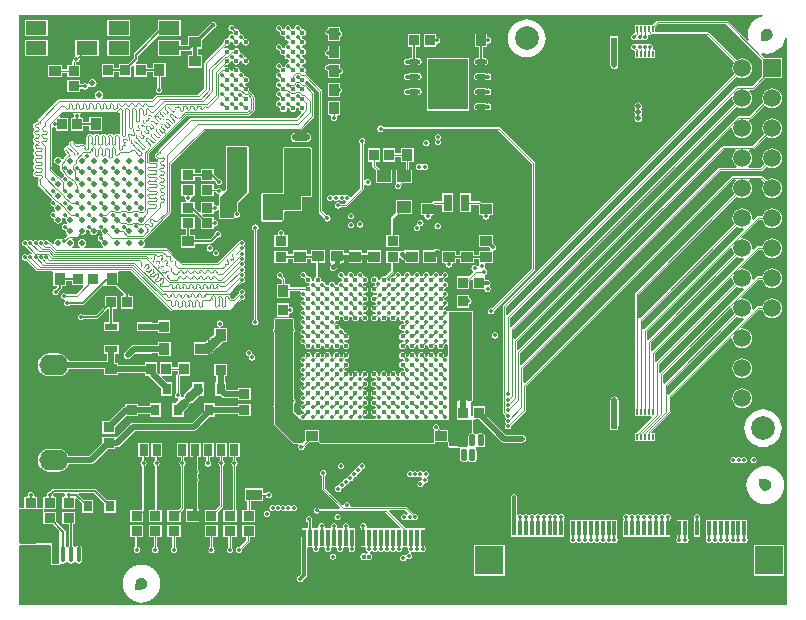
<source format=gtl>
G04*
G04 #@! TF.GenerationSoftware,Altium Limited,Altium Designer,19.0.11 (319)*
G04*
G04 Layer_Physical_Order=1*
G04 Layer_Color=255*
%FSLAX44Y44*%
%MOMM*%
G71*
G01*
G75*
%ADD10C,0.2000*%
%ADD12C,0.1000*%
G04:AMPARAMS|DCode=20|XSize=1mm|YSize=0.5mm|CornerRadius=0.125mm|HoleSize=0mm|Usage=FLASHONLY|Rotation=90.000|XOffset=0mm|YOffset=0mm|HoleType=Round|Shape=RoundedRectangle|*
%AMROUNDEDRECTD20*
21,1,1.0000,0.2500,0,0,90.0*
21,1,0.7500,0.5000,0,0,90.0*
1,1,0.2500,0.1250,0.3750*
1,1,0.2500,0.1250,-0.3750*
1,1,0.2500,-0.1250,-0.3750*
1,1,0.2500,-0.1250,0.3750*
%
%ADD20ROUNDEDRECTD20*%
%ADD21R,0.9000X1.0000*%
%ADD22O,1.5500X0.6000*%
G04:AMPARAMS|DCode=23|XSize=2.4mm|YSize=5mm|CornerRadius=0.6mm|HoleSize=0mm|Usage=FLASHONLY|Rotation=0.000|XOffset=0mm|YOffset=0mm|HoleType=Round|Shape=RoundedRectangle|*
%AMROUNDEDRECTD23*
21,1,2.4000,3.8000,0,0,0.0*
21,1,1.2000,5.0000,0,0,0.0*
1,1,1.2000,0.6000,-1.9000*
1,1,1.2000,-0.6000,-1.9000*
1,1,1.2000,-0.6000,1.9000*
1,1,1.2000,0.6000,1.9000*
%
%ADD23ROUNDEDRECTD23*%
%ADD24R,0.8500X0.9500*%
%ADD25R,1.0000X0.9000*%
%ADD26R,0.7500X1.4000*%
%ADD27R,1.2000X1.0000*%
%ADD28R,0.9500X0.8500*%
%ADD29R,0.4900X0.7600*%
%ADD30R,0.1800X0.4800*%
%ADD31R,0.8000X0.9000*%
%ADD32C,0.5000*%
%ADD33R,0.8020X0.9720*%
%ADD34R,1.1000X0.6000*%
%ADD35R,0.3000X1.2000*%
%ADD36R,2.4000X2.4000*%
%ADD37R,0.3000X1.4000*%
%ADD38R,2.6500X2.3000*%
%ADD39R,1.4000X0.9000*%
%ADD40R,1.0000X0.7000*%
%ADD41R,1.4000X1.2000*%
%ADD42R,1.1500X1.2000*%
%ADD43R,0.7000X1.0000*%
%ADD44O,1.0500X0.4500*%
%ADD45C,0.4000*%
%ADD46C,0.4100*%
%ADD47R,1.8000X1.2000*%
%ADD48R,1.9000X1.8000*%
G04:AMPARAMS|DCode=49|XSize=1.6mm|YSize=1.4mm|CornerRadius=0.35mm|HoleSize=0mm|Usage=FLASHONLY|Rotation=0.000|XOffset=0mm|YOffset=0mm|HoleType=Round|Shape=RoundedRectangle|*
%AMROUNDEDRECTD49*
21,1,1.6000,0.7000,0,0,0.0*
21,1,0.9000,1.4000,0,0,0.0*
1,1,0.7000,0.4500,-0.3500*
1,1,0.7000,-0.4500,-0.3500*
1,1,0.7000,-0.4500,0.3500*
1,1,0.7000,0.4500,0.3500*
%
%ADD49ROUNDEDRECTD49*%
%ADD50O,0.4000X1.3500*%
%ADD77R,3.4000X4.3000*%
%ADD90C,0.0889*%
%ADD91C,1.0000*%
%ADD92C,0.5000*%
%ADD93C,0.3000*%
%ADD94C,0.4000*%
%ADD95C,0.1689*%
%ADD96C,0.0890*%
%ADD97C,0.1458*%
%ADD98C,0.1270*%
%ADD99C,0.8000*%
%ADD100O,2.5000X1.7500*%
%ADD101C,1.5000*%
%ADD102R,1.5000X1.5000*%
%ADD103C,2.0000*%
%ADD104O,0.9000X1.6000*%
%ADD105C,0.3500*%
%ADD106C,0.6000*%
G36*
X630095Y498730D02*
X629875Y498708D01*
X626871Y497797D01*
X624102Y496317D01*
X621675Y494325D01*
X619683Y491898D01*
X618203Y489129D01*
X617292Y486125D01*
X616984Y483000D01*
X617292Y479875D01*
X617696Y478541D01*
X616573Y477868D01*
X599921Y494521D01*
X598900Y494943D01*
X540500D01*
X539479Y494521D01*
X535848Y490889D01*
X520961D01*
Y485179D01*
X520799Y484228D01*
X519913Y483774D01*
X519720Y483736D01*
X518847Y483153D01*
X518264Y482280D01*
X518059Y481250D01*
X518264Y480220D01*
X518847Y479347D01*
X519720Y478764D01*
X520750Y478559D01*
X521780Y478764D01*
X522077Y478963D01*
X523000Y479242D01*
X523923Y478963D01*
X524220Y478764D01*
X525250Y478559D01*
X526280Y478764D01*
X526577Y478963D01*
X527500Y479242D01*
X528423Y478963D01*
X528720Y478764D01*
X529750Y478559D01*
X530780Y478764D01*
X531653Y479347D01*
X532236Y480220D01*
X532441Y481250D01*
X532236Y482280D01*
X532194Y482342D01*
X532813Y483702D01*
X533352Y483771D01*
X534277Y482846D01*
X535298Y482423D01*
X582536D01*
X605431Y459528D01*
X604972Y458931D01*
X604127Y456890D01*
X603839Y454700D01*
X604127Y452510D01*
X604972Y450469D01*
X605431Y449872D01*
X409646Y254087D01*
X409223Y253067D01*
Y163584D01*
X409646Y162563D01*
X411167Y161042D01*
X411059Y160500D01*
X411264Y159470D01*
X411847Y158597D01*
Y157903D01*
X411264Y157030D01*
X411059Y156000D01*
X411264Y154970D01*
X411847Y154097D01*
Y153403D01*
X411264Y152530D01*
X411059Y151500D01*
X411264Y150470D01*
X411847Y149597D01*
X412720Y149014D01*
X413750Y148809D01*
X414780Y149014D01*
X415653Y149597D01*
X416236Y150470D01*
X416441Y151500D01*
X416333Y152042D01*
X428771Y164479D01*
X429193Y165500D01*
Y185402D01*
X604281Y360490D01*
X606064D01*
X606496Y359220D01*
X606317Y359083D01*
X604972Y357331D01*
X604127Y355290D01*
X603839Y353100D01*
X604127Y350910D01*
X604972Y348869D01*
X605431Y348272D01*
X521729Y264571D01*
X521307Y263550D01*
Y166639D01*
X520961D01*
Y160061D01*
X535275D01*
X535761Y158888D01*
X522312Y145439D01*
X520961D01*
Y138861D01*
X538539D01*
Y145439D01*
X535820D01*
X535294Y146709D01*
X551771Y163186D01*
X552193Y164207D01*
Y176445D01*
X602665Y226916D01*
X603868Y226323D01*
X603839Y226100D01*
X604127Y223910D01*
X604972Y221869D01*
X606317Y220117D01*
X608069Y218772D01*
X610110Y217927D01*
X612300Y217639D01*
X614490Y217927D01*
X616531Y218772D01*
X618283Y220117D01*
X619628Y221869D01*
X620473Y223910D01*
X620761Y226100D01*
X620473Y228290D01*
X619628Y230331D01*
X618283Y232083D01*
X616531Y233428D01*
X614490Y234273D01*
X612300Y234561D01*
X612077Y234532D01*
X611484Y235735D01*
X625805Y250057D01*
X629429D01*
X629527Y249310D01*
X630372Y247269D01*
X631717Y245517D01*
X633469Y244172D01*
X635510Y243327D01*
X637700Y243039D01*
X639890Y243327D01*
X641931Y244172D01*
X643683Y245517D01*
X645028Y247269D01*
X645873Y249310D01*
X646161Y251500D01*
X645873Y253690D01*
X645028Y255731D01*
X643683Y257483D01*
X641931Y258828D01*
X639890Y259673D01*
X637700Y259961D01*
X635510Y259673D01*
X633469Y258828D01*
X631717Y257483D01*
X630372Y255731D01*
X629527Y253690D01*
X629429Y252943D01*
X625207D01*
X624187Y252521D01*
X621872Y250206D01*
X620669Y250799D01*
X620761Y251500D01*
X620473Y253690D01*
X619628Y255731D01*
X618283Y257483D01*
X616531Y258828D01*
X614490Y259673D01*
X612300Y259961D01*
X612077Y259932D01*
X611484Y261135D01*
X625805Y275457D01*
X629429D01*
X629527Y274710D01*
X630372Y272669D01*
X631717Y270917D01*
X633469Y269572D01*
X635510Y268727D01*
X637700Y268439D01*
X639890Y268727D01*
X641931Y269572D01*
X643683Y270917D01*
X645028Y272669D01*
X645873Y274710D01*
X646161Y276900D01*
X645873Y279090D01*
X645028Y281131D01*
X643683Y282883D01*
X641931Y284228D01*
X639890Y285073D01*
X637700Y285361D01*
X635510Y285073D01*
X633469Y284228D01*
X631717Y282883D01*
X630372Y281131D01*
X629527Y279090D01*
X629429Y278343D01*
X625207D01*
X624187Y277921D01*
X621872Y275606D01*
X620669Y276199D01*
X620761Y276900D01*
X620473Y279090D01*
X619628Y281131D01*
X618283Y282883D01*
X616531Y284228D01*
X614490Y285073D01*
X612300Y285361D01*
X612077Y285332D01*
X611484Y286535D01*
X625805Y300857D01*
X629429D01*
X629527Y300110D01*
X630372Y298069D01*
X631717Y296317D01*
X633469Y294972D01*
X635510Y294127D01*
X637700Y293839D01*
X639890Y294127D01*
X641931Y294972D01*
X643683Y296317D01*
X645028Y298069D01*
X645873Y300110D01*
X646161Y302300D01*
X645873Y304490D01*
X645028Y306531D01*
X643683Y308283D01*
X641931Y309628D01*
X639890Y310473D01*
X637700Y310761D01*
X635510Y310473D01*
X633469Y309628D01*
X631717Y308283D01*
X630372Y306531D01*
X629527Y304490D01*
X629429Y303743D01*
X625207D01*
X624187Y303321D01*
X621872Y301006D01*
X620669Y301599D01*
X620761Y302300D01*
X620473Y304490D01*
X619628Y306531D01*
X618283Y308283D01*
X616531Y309628D01*
X614490Y310473D01*
X612300Y310761D01*
X612077Y310732D01*
X611484Y311935D01*
X625805Y326257D01*
X629429D01*
X629527Y325510D01*
X630372Y323469D01*
X631717Y321717D01*
X633469Y320372D01*
X635510Y319527D01*
X637700Y319239D01*
X639890Y319527D01*
X641931Y320372D01*
X643683Y321717D01*
X645028Y323469D01*
X645873Y325510D01*
X646161Y327700D01*
X645873Y329890D01*
X645028Y331931D01*
X643683Y333683D01*
X641931Y335028D01*
X639890Y335873D01*
X637700Y336161D01*
X635510Y335873D01*
X633469Y335028D01*
X631717Y333683D01*
X630372Y331931D01*
X629527Y329890D01*
X629429Y329143D01*
X625207D01*
X624187Y328721D01*
X621872Y326406D01*
X620669Y326999D01*
X620761Y327700D01*
X620473Y329890D01*
X619628Y331931D01*
X618283Y333683D01*
X616531Y335028D01*
X614490Y335873D01*
X612300Y336161D01*
X610110Y335873D01*
X608069Y335028D01*
X606317Y333683D01*
X604972Y331931D01*
X604127Y329890D01*
X603839Y327700D01*
X604127Y325510D01*
X604972Y323469D01*
X605431Y322872D01*
X525463Y242905D01*
X524365Y243191D01*
X524193Y243294D01*
Y262952D01*
X607472Y346231D01*
X608069Y345772D01*
X610110Y344927D01*
X612300Y344639D01*
X614490Y344927D01*
X616531Y345772D01*
X618283Y347117D01*
X619628Y348869D01*
X620473Y350910D01*
X620761Y353100D01*
X620473Y355290D01*
X619628Y357331D01*
X618283Y359083D01*
X618105Y359220D01*
X618536Y360490D01*
X628269D01*
X630831Y357928D01*
X630372Y357331D01*
X629527Y355290D01*
X629239Y353100D01*
X629527Y350910D01*
X630372Y348869D01*
X631717Y347117D01*
X633469Y345772D01*
X635510Y344927D01*
X637700Y344639D01*
X639890Y344927D01*
X641931Y345772D01*
X643683Y347117D01*
X645028Y348869D01*
X645873Y350910D01*
X646161Y353100D01*
X645873Y355290D01*
X645028Y357331D01*
X643683Y359083D01*
X641931Y360428D01*
X639890Y361273D01*
X637700Y361561D01*
X635510Y361273D01*
X633469Y360428D01*
X632872Y359969D01*
X629887Y362954D01*
X628867Y363377D01*
X603684D01*
X602663Y362954D01*
X427963Y188255D01*
X426693Y188781D01*
Y200652D01*
X593598Y367557D01*
X628200D01*
X629221Y367979D01*
X632872Y371631D01*
X633469Y371172D01*
X635510Y370327D01*
X637700Y370039D01*
X639890Y370327D01*
X641931Y371172D01*
X643683Y372517D01*
X645028Y374269D01*
X645873Y376310D01*
X646161Y378500D01*
X645873Y380690D01*
X645028Y382731D01*
X643683Y384483D01*
X641931Y385828D01*
X639890Y386673D01*
X637700Y386961D01*
X635510Y386673D01*
X633469Y385828D01*
X631717Y384483D01*
X630372Y382731D01*
X629527Y380690D01*
X629239Y378500D01*
X629527Y376310D01*
X630372Y374269D01*
X630831Y373672D01*
X627602Y370443D01*
X617667D01*
X617236Y371713D01*
X618283Y372517D01*
X619628Y374269D01*
X620473Y376310D01*
X620761Y378500D01*
X620473Y380690D01*
X619628Y382731D01*
X618283Y384483D01*
X618105Y384620D01*
X618536Y385890D01*
X621133D01*
X622154Y386313D01*
X632872Y397031D01*
X633469Y396572D01*
X635510Y395727D01*
X637700Y395439D01*
X639890Y395727D01*
X641931Y396572D01*
X643683Y397917D01*
X645028Y399669D01*
X645873Y401710D01*
X646161Y403900D01*
X645873Y406090D01*
X645028Y408131D01*
X643683Y409883D01*
X641931Y411228D01*
X639890Y412073D01*
X637700Y412361D01*
X635510Y412073D01*
X633469Y411228D01*
X631717Y409883D01*
X630372Y408131D01*
X629527Y406090D01*
X629239Y403900D01*
X629527Y401710D01*
X630372Y399669D01*
X630831Y399072D01*
X620536Y388777D01*
X595834D01*
X594813Y388354D01*
X422463Y216005D01*
X421193Y216531D01*
Y223245D01*
X602665Y404716D01*
X603868Y404123D01*
X603839Y403900D01*
X604127Y401710D01*
X604972Y399669D01*
X606317Y397917D01*
X608069Y396572D01*
X610110Y395727D01*
X612300Y395439D01*
X614490Y395727D01*
X616531Y396572D01*
X618283Y397917D01*
X619628Y399669D01*
X620473Y401710D01*
X620761Y403900D01*
X620473Y406090D01*
X619628Y408131D01*
X618283Y409883D01*
X618105Y410020D01*
X618536Y411290D01*
X618619D01*
X619640Y411713D01*
X631273Y423346D01*
X631717Y423317D01*
X633469Y421972D01*
X635510Y421127D01*
X637700Y420839D01*
X639890Y421127D01*
X641931Y421972D01*
X643683Y423317D01*
X645028Y425069D01*
X645873Y427110D01*
X646161Y429300D01*
X645873Y431490D01*
X645028Y433531D01*
X643683Y435283D01*
X641931Y436628D01*
X639890Y437473D01*
X637700Y437761D01*
X635510Y437473D01*
X633469Y436628D01*
X631717Y435283D01*
X630372Y433531D01*
X629527Y431490D01*
X629239Y429300D01*
X629527Y427110D01*
X629945Y426101D01*
X618021Y414177D01*
X608641D01*
X607620Y413754D01*
X419547Y225681D01*
X418277Y226207D01*
Y232986D01*
X607472Y422181D01*
X608069Y421722D01*
X610110Y420877D01*
X612300Y420589D01*
X614490Y420877D01*
X616531Y421722D01*
X618283Y423067D01*
X619628Y424819D01*
X620473Y426860D01*
X620761Y429050D01*
X620473Y431240D01*
X619628Y433281D01*
X618283Y435033D01*
X618105Y435170D01*
X618536Y436440D01*
X620883D01*
X621904Y436863D01*
X631352Y446311D01*
X646089D01*
Y463089D01*
X631352D01*
X627868Y466573D01*
X628541Y467696D01*
X629875Y467292D01*
X633000Y466984D01*
X636125Y467292D01*
X639129Y468203D01*
X641898Y469683D01*
X644325Y471675D01*
X646317Y474102D01*
X647797Y476871D01*
X648708Y479875D01*
X648730Y480095D01*
X650000Y480033D01*
Y0D01*
X0D01*
Y50270D01*
X49Y50368D01*
X897Y51270D01*
X900Y51272D01*
X26139Y51302D01*
X27038Y50405D01*
X27038Y35000D01*
X27320Y34320D01*
X28000Y34038D01*
X34000D01*
X34680Y34320D01*
X34944Y34956D01*
X34968Y35003D01*
X36232Y35622D01*
X36373Y35529D01*
X37500Y35304D01*
X38627Y35529D01*
X39583Y36167D01*
X40044Y36858D01*
X40531Y36962D01*
X40969D01*
X41455Y36858D01*
X41917Y36167D01*
X42873Y35529D01*
X44000Y35304D01*
X45127Y35529D01*
X46083Y36167D01*
X46544Y36858D01*
X47031Y36962D01*
X47469D01*
X47956Y36858D01*
X48417Y36167D01*
X49373Y35529D01*
X50500Y35304D01*
X51627Y35529D01*
X52583Y36167D01*
X53221Y37123D01*
X53446Y38250D01*
Y47750D01*
X53221Y48877D01*
X52583Y49833D01*
X51627Y50471D01*
X50500Y50696D01*
X49373Y50471D01*
X48417Y49833D01*
X47956Y49142D01*
X47469Y49037D01*
X47031D01*
X46544Y49142D01*
X46083Y49833D01*
X45926Y49938D01*
Y68611D01*
X47389D01*
Y78889D01*
X36111D01*
Y68611D01*
X42074D01*
Y49938D01*
X41917Y49833D01*
X41455Y49142D01*
X40969Y49037D01*
X40531D01*
X40044Y49142D01*
X39583Y49833D01*
X39426Y49938D01*
Y62000D01*
X39426Y62000D01*
X39279Y62737D01*
X38862Y63362D01*
X38862Y63362D01*
X31389Y70835D01*
Y78889D01*
X21860D01*
X20962Y79787D01*
X20962Y81250D01*
X21203Y81611D01*
X31389D01*
Y91889D01*
X29259D01*
X28373Y93159D01*
X28441Y93500D01*
X28381Y93798D01*
X29801Y95218D01*
X38313D01*
X39148Y93948D01*
X39059Y93500D01*
X39127Y93159D01*
X38241Y91889D01*
X36111D01*
Y81611D01*
X47389D01*
Y90232D01*
X48659Y90758D01*
X53111Y86306D01*
Y78361D01*
X62889D01*
Y89139D01*
X54944D01*
X50135Y93948D01*
X50661Y95218D01*
X63199D01*
X72111Y86306D01*
Y78361D01*
X81889D01*
Y89139D01*
X73944D01*
X65048Y98034D01*
X64513Y98392D01*
X63882Y98518D01*
X29118D01*
X28487Y98392D01*
X27952Y98034D01*
X26048Y96131D01*
X25750Y96191D01*
X24720Y95986D01*
X23847Y95403D01*
X23264Y94530D01*
X23059Y93500D01*
X23127Y93159D01*
X22241Y91889D01*
X20111D01*
X20111Y82286D01*
X20000Y82212D01*
X19792Y82212D01*
X15389D01*
Y91889D01*
X13259D01*
X12373Y93159D01*
X12441Y93500D01*
X12236Y94530D01*
X11653Y95403D01*
X10780Y95986D01*
X9750Y96191D01*
X8720Y95986D01*
X7847Y95403D01*
X7264Y94530D01*
X7059Y93500D01*
X7127Y93159D01*
X6241Y91889D01*
X4111D01*
Y82212D01*
X0D01*
Y500000D01*
X630033D01*
X630095Y498730D01*
D02*
G37*
G36*
X629311Y461048D02*
Y448352D01*
X620286Y439327D01*
X607976D01*
X606955Y438904D01*
X413380Y245329D01*
X412110Y245855D01*
Y252469D01*
X607472Y447831D01*
X608069Y447372D01*
X610110Y446527D01*
X612300Y446239D01*
X614490Y446527D01*
X616531Y447372D01*
X618283Y448717D01*
X619628Y450469D01*
X620473Y452510D01*
X620761Y454700D01*
X620473Y456890D01*
X619628Y458931D01*
X618283Y460683D01*
X616531Y462028D01*
X614490Y462873D01*
X612300Y463161D01*
X610110Y462873D01*
X608069Y462028D01*
X607472Y461569D01*
X584154Y484887D01*
X583134Y485310D01*
X538539D01*
Y489498D01*
X541098Y492057D01*
X598302D01*
X629311Y461048D01*
D02*
G37*
G36*
X603969Y430039D02*
X603839Y429050D01*
X604127Y426860D01*
X604972Y424819D01*
X605431Y424222D01*
X416463Y235255D01*
X415193Y235781D01*
Y243060D01*
X602766Y430632D01*
X603969Y430039D01*
D02*
G37*
G36*
X608069Y320372D02*
X610110Y319527D01*
X612300Y319239D01*
X613001Y319331D01*
X613594Y318128D01*
X528963Y233497D01*
X527865Y233783D01*
X527693Y233887D01*
Y241052D01*
X607472Y320831D01*
X608069Y320372D01*
D02*
G37*
G36*
X603868Y302523D02*
X603839Y302300D01*
X604127Y300110D01*
X604972Y298069D01*
X605431Y297472D01*
X532463Y224505D01*
X531365Y224791D01*
X531193Y224894D01*
Y231645D01*
X602665Y303116D01*
X603868Y302523D01*
D02*
G37*
G36*
X608069Y294972D02*
X610110Y294127D01*
X612300Y293839D01*
X613001Y293931D01*
X613594Y292728D01*
X535963Y215097D01*
X534865Y215383D01*
X534693Y215486D01*
Y222652D01*
X607472Y295431D01*
X608069Y294972D01*
D02*
G37*
G36*
X603868Y277123D02*
X603839Y276900D01*
X604127Y274710D01*
X604972Y272669D01*
X605431Y272072D01*
X539463Y206105D01*
X538365Y206391D01*
X538193Y206494D01*
Y213245D01*
X602665Y277716D01*
X603868Y277123D01*
D02*
G37*
G36*
X606496Y384620D02*
X606317Y384483D01*
X604972Y382731D01*
X604127Y380690D01*
X603839Y378500D01*
X604127Y376310D01*
X604972Y374269D01*
X606317Y372517D01*
X607364Y371713D01*
X606933Y370443D01*
X593000D01*
X591979Y370021D01*
X425213Y203255D01*
X423943Y203781D01*
Y213402D01*
X596431Y385890D01*
X606064D01*
X606496Y384620D01*
D02*
G37*
G36*
X608069Y269572D02*
X610110Y268727D01*
X612300Y268439D01*
X613001Y268531D01*
X613594Y267328D01*
X542963Y196697D01*
X541865Y196983D01*
X541693Y197086D01*
Y204252D01*
X607472Y270031D01*
X608069Y269572D01*
D02*
G37*
G36*
X603868Y251723D02*
X603839Y251500D01*
X604127Y249310D01*
X604972Y247269D01*
X605431Y246672D01*
X546463Y187705D01*
X545365Y187991D01*
X545193Y188094D01*
Y194845D01*
X602665Y252316D01*
X603868Y251723D01*
D02*
G37*
G36*
X608069Y244172D02*
X610110Y243327D01*
X612300Y243039D01*
X613001Y243131D01*
X613594Y241928D01*
X549963Y178297D01*
X548865Y178583D01*
X548693Y178687D01*
Y185852D01*
X607472Y244631D01*
X608069Y244172D01*
D02*
G37*
G36*
X20000Y68500D02*
X28276D01*
X34000Y62776D01*
Y35000D01*
X28000D01*
X28000Y52267D01*
X899Y52234D01*
X-0Y53132D01*
X0Y81250D01*
X20000D01*
Y68500D01*
D02*
G37*
%LPC*%
G36*
X235750Y491441D02*
X234720Y491236D01*
X233847Y490653D01*
X233264Y489780D01*
X233059Y488750D01*
X231973Y487702D01*
X231750Y487747D01*
X231387Y487674D01*
X230419Y488643D01*
X230441Y488750D01*
X230236Y489780D01*
X229653Y490653D01*
X228780Y491236D01*
X227750Y491441D01*
X226720Y491236D01*
X225847Y490653D01*
X225264Y489780D01*
X225059Y488750D01*
X223973Y487702D01*
X223750Y487747D01*
X223387Y487674D01*
X222419Y488643D01*
X222441Y488750D01*
X222236Y489780D01*
X221653Y490653D01*
X220780Y491236D01*
X219750Y491441D01*
X218720Y491236D01*
X217847Y490653D01*
X217264Y489780D01*
X217059Y488750D01*
X217264Y487720D01*
X217847Y486847D01*
X218720Y486264D01*
X219750Y486059D01*
X219858Y486081D01*
X220826Y485113D01*
X220753Y484750D01*
X220982Y483603D01*
X221631Y482631D01*
X222603Y481982D01*
X223750Y481753D01*
X223973Y481798D01*
X225059Y480750D01*
X225264Y479720D01*
X225847Y478847D01*
X226720Y478264D01*
X227750Y478059D01*
X227857Y478081D01*
X228826Y477113D01*
X228753Y476750D01*
X228798Y476527D01*
X227750Y475441D01*
X226720Y475236D01*
X225847Y474653D01*
X225264Y473780D01*
X225059Y472750D01*
X223973Y471702D01*
X223750Y471747D01*
X223387Y471674D01*
X222419Y472643D01*
X222441Y472750D01*
X222236Y473780D01*
X221653Y474653D01*
X220780Y475236D01*
X219750Y475441D01*
X218720Y475236D01*
X217847Y474653D01*
X217264Y473780D01*
X217059Y472750D01*
X217264Y471720D01*
X217847Y470847D01*
X218720Y470264D01*
X219750Y470059D01*
X219858Y470081D01*
X220826Y469113D01*
X220753Y468750D01*
X220982Y467603D01*
X221631Y466631D01*
X222603Y465981D01*
X223750Y465753D01*
X223973Y465798D01*
X225059Y464750D01*
X225264Y463720D01*
X225847Y462847D01*
X226720Y462264D01*
X227750Y462059D01*
X227857Y462081D01*
X228826Y461113D01*
X228753Y460750D01*
X228798Y460527D01*
X227750Y459441D01*
X226720Y459236D01*
X225847Y458653D01*
X225264Y457780D01*
X225059Y456750D01*
X223973Y455702D01*
X223750Y455747D01*
X223387Y455674D01*
X222419Y456642D01*
X222441Y456750D01*
X222236Y457780D01*
X221653Y458653D01*
X220780Y459236D01*
X219750Y459441D01*
X218720Y459236D01*
X217847Y458653D01*
X217264Y457780D01*
X217059Y456750D01*
X217264Y455720D01*
X217847Y454847D01*
X218720Y454264D01*
X219750Y454059D01*
X219858Y454081D01*
X220826Y453113D01*
X220753Y452750D01*
X220845Y452292D01*
X219842Y451196D01*
X219761Y451213D01*
X218731Y451008D01*
X217858Y450424D01*
X217275Y449552D01*
X217070Y448522D01*
X217275Y447492D01*
X217858Y446619D01*
X218731Y446036D01*
X219761Y445831D01*
X220753Y444750D01*
X220755Y444745D01*
X220798Y444527D01*
X219750Y443441D01*
X218720Y443236D01*
X217847Y442653D01*
X217264Y441780D01*
X217059Y440750D01*
X217264Y439720D01*
X217847Y438847D01*
X218720Y438264D01*
X219750Y438059D01*
X219858Y438081D01*
X220826Y437113D01*
X220753Y436750D01*
X220798Y436527D01*
X219750Y435441D01*
X218720Y435236D01*
X217847Y434653D01*
X217264Y433780D01*
X217059Y432750D01*
X217264Y431720D01*
X217847Y430847D01*
X218720Y430264D01*
X219750Y430059D01*
X219858Y430081D01*
X220826Y429113D01*
X220753Y428750D01*
X220798Y428527D01*
X219750Y427441D01*
X218720Y427236D01*
X217847Y426653D01*
X217264Y425780D01*
X217059Y424750D01*
X217264Y423720D01*
X217847Y422847D01*
X218720Y422264D01*
X219750Y422059D01*
X219858Y422081D01*
X220826Y421113D01*
X220753Y420750D01*
X220982Y419603D01*
X221631Y418631D01*
X222603Y417981D01*
X223750Y417753D01*
X224897Y417981D01*
X225869Y418631D01*
X226518Y419603D01*
X226747Y420750D01*
X227741Y421156D01*
X228753Y420750D01*
X228981Y419603D01*
X229631Y418631D01*
X230603Y417981D01*
X231750Y417753D01*
X232897Y417981D01*
X233869Y418631D01*
X234519Y419603D01*
X234747Y420750D01*
X235741Y421156D01*
X236754Y420750D01*
X236982Y419603D01*
X237631Y418631D01*
X238478Y418065D01*
X238639Y417785D01*
X238847Y416638D01*
X234902Y412693D01*
X145500D01*
X144479Y412271D01*
X117979Y385771D01*
X117557Y384750D01*
Y384500D01*
X117556Y383230D01*
X117389Y383212D01*
X117223Y383143D01*
X116375Y382954D01*
X116305Y382940D01*
X115386Y382327D01*
X114772Y381408D01*
X114608Y380581D01*
X114501Y380324D01*
X114608Y380066D01*
X114772Y379240D01*
X115386Y378321D01*
X116305Y377707D01*
X117132Y377542D01*
X117389Y377436D01*
X117623D01*
X117686Y377368D01*
X118186Y376166D01*
X117973Y375848D01*
X117037Y375312D01*
X116695Y375174D01*
X115868Y375339D01*
X115611Y375445D01*
X111343D01*
X111324Y375445D01*
X110073Y375463D01*
X110055Y376715D01*
X110055Y376733D01*
Y382499D01*
X111153Y383597D01*
X141701Y414145D01*
X193888D01*
X194909Y414568D01*
X199021Y418680D01*
X199443Y419701D01*
Y430500D01*
X199021Y431521D01*
X194588Y435953D01*
X194747Y436750D01*
X194519Y437897D01*
X193869Y438869D01*
X192897Y439519D01*
X191750Y439747D01*
X191344Y440759D01*
X191750Y441753D01*
X192897Y441982D01*
X193869Y442631D01*
X194519Y443603D01*
X194747Y444750D01*
X194519Y445897D01*
X193869Y446869D01*
X192897Y447519D01*
X191750Y447747D01*
X191387Y447674D01*
X190419Y448643D01*
X190441Y448750D01*
X190236Y449780D01*
X189653Y450653D01*
X188780Y451236D01*
X187750Y451441D01*
X186702Y452527D01*
X186747Y452750D01*
X186518Y453897D01*
X185869Y454869D01*
X184897Y455518D01*
X183750Y455747D01*
X182603Y455518D01*
X181631Y454869D01*
X180982Y453897D01*
X180753Y452750D01*
X179750Y452146D01*
X178747Y452750D01*
X178519Y453897D01*
X177869Y454869D01*
X176897Y455518D01*
X175750Y455747D01*
X174603Y455518D01*
X173857Y455020D01*
X173048Y456007D01*
X174953Y457912D01*
X175750Y457753D01*
X176897Y457981D01*
X177869Y458631D01*
X178519Y459603D01*
X178623Y460129D01*
X179822Y460913D01*
X180732Y460600D01*
X180881Y460111D01*
X180982Y459603D01*
X181631Y458631D01*
X182603Y457981D01*
X183750Y457753D01*
X184897Y457981D01*
X185869Y458631D01*
X186518Y459603D01*
X186747Y460750D01*
X187741Y461156D01*
X188753Y460750D01*
X188981Y459603D01*
X189631Y458631D01*
X190603Y457981D01*
X191750Y457753D01*
X192897Y457981D01*
X193869Y458631D01*
X194519Y459603D01*
X194747Y460750D01*
X194519Y461897D01*
X193869Y462869D01*
X192897Y463518D01*
X191750Y463747D01*
X191387Y463674D01*
X190419Y464642D01*
X190441Y464750D01*
X190236Y465780D01*
X189653Y466653D01*
X188780Y467236D01*
X187750Y467441D01*
X186702Y468527D01*
X186747Y468750D01*
X186518Y469897D01*
X185869Y470869D01*
X184897Y471519D01*
X183750Y471747D01*
X182603Y471519D01*
X181631Y470869D01*
X181180Y470193D01*
X180535D01*
X179814Y469895D01*
X179216Y469896D01*
X178249Y470301D01*
X177869Y470869D01*
X176897Y471519D01*
X175750Y471747D01*
X174603Y471519D01*
X174574Y471499D01*
X173385Y472232D01*
X173396Y472355D01*
X174953Y473912D01*
X175750Y473753D01*
X176897Y473982D01*
X177869Y474631D01*
X178519Y475603D01*
X178747Y476750D01*
X179741Y477156D01*
X180753Y476750D01*
X180982Y475603D01*
X181631Y474631D01*
X182603Y473982D01*
X183750Y473753D01*
X184897Y473982D01*
X185869Y474631D01*
X186518Y475603D01*
X186747Y476750D01*
X187741Y477156D01*
X188753Y476750D01*
X188981Y475603D01*
X189631Y474631D01*
X190603Y473982D01*
X191750Y473753D01*
X192897Y473982D01*
X193869Y474631D01*
X194519Y475603D01*
X194747Y476750D01*
X194519Y477897D01*
X193869Y478869D01*
X192897Y479519D01*
X191750Y479747D01*
X191387Y479674D01*
X190419Y480643D01*
X190441Y480750D01*
X190236Y481780D01*
X189653Y482653D01*
X188780Y483236D01*
X187750Y483441D01*
X186702Y484527D01*
X186747Y484750D01*
X186518Y485897D01*
X185869Y486869D01*
X184897Y487519D01*
X183750Y487747D01*
X183387Y487674D01*
X182419Y488643D01*
X182441Y488750D01*
X182236Y489780D01*
X181653Y490653D01*
X180780Y491236D01*
X179750Y491441D01*
X178720Y491236D01*
X177847Y490653D01*
X177264Y489780D01*
X177059Y488750D01*
X177264Y487720D01*
X177847Y486847D01*
X178720Y486264D01*
X179750Y486059D01*
X179858Y486081D01*
X180826Y485113D01*
X180753Y484750D01*
X180798Y484527D01*
X179750Y483441D01*
X178720Y483236D01*
X177847Y482653D01*
X177264Y481780D01*
X177059Y480750D01*
X175973Y479702D01*
X175750Y479747D01*
X174603Y479519D01*
X173631Y478869D01*
X172981Y477897D01*
X172753Y476750D01*
X172912Y475953D01*
X157102Y460143D01*
X156679Y459123D01*
Y437665D01*
X151236Y432221D01*
X116861D01*
X115841Y431799D01*
X112243Y428200D01*
X70449D01*
X70064Y429470D01*
X70193Y429557D01*
X70942Y430678D01*
X71205Y432000D01*
X70942Y433322D01*
X70193Y434443D01*
X69072Y435192D01*
X67750Y435455D01*
X66428Y435192D01*
X65307Y434443D01*
X64558Y433322D01*
X64295Y432000D01*
X64558Y430678D01*
X65307Y429557D01*
X65436Y429470D01*
X65051Y428200D01*
X33757D01*
X32736Y427778D01*
X16229Y411271D01*
X15807Y410250D01*
Y408829D01*
X14639D01*
X14382Y408723D01*
X13555Y408558D01*
X12636Y407944D01*
X12022Y407025D01*
X11858Y406199D01*
X11751Y405942D01*
X11858Y405684D01*
X12022Y404858D01*
X12636Y403939D01*
X12819Y403816D01*
Y402289D01*
X12636Y402166D01*
X12022Y401247D01*
X11858Y400421D01*
X11751Y400163D01*
X11858Y399906D01*
X12022Y399080D01*
X12636Y398161D01*
X12819Y398038D01*
Y396511D01*
X12636Y396388D01*
X12022Y395470D01*
X11858Y394643D01*
X11751Y394385D01*
X11858Y394128D01*
X12022Y393302D01*
X12636Y392383D01*
X12819Y392260D01*
Y390733D01*
X12636Y390610D01*
X12022Y389692D01*
X11858Y388865D01*
X11751Y388608D01*
X11858Y388350D01*
X12022Y387524D01*
X12636Y386605D01*
X12819Y386482D01*
Y384955D01*
X12636Y384832D01*
X12022Y383913D01*
X11858Y383087D01*
X11751Y382830D01*
X11858Y382572D01*
X12022Y381746D01*
X12636Y380827D01*
X12819Y380704D01*
Y379177D01*
X12636Y379054D01*
X12022Y378135D01*
X11858Y377309D01*
X11751Y377052D01*
X11858Y376794D01*
X12022Y375968D01*
X12636Y375049D01*
X12819Y374926D01*
Y373399D01*
X12636Y373276D01*
X12022Y372357D01*
X11858Y371531D01*
X11751Y371274D01*
X11858Y371016D01*
X12022Y370190D01*
X12636Y369271D01*
X12819Y369148D01*
Y367621D01*
X12636Y367498D01*
X12022Y366580D01*
X11858Y365753D01*
X11751Y365496D01*
X11858Y365238D01*
X12022Y364412D01*
X12636Y363493D01*
X13555Y362879D01*
X14382Y362714D01*
X14639Y362608D01*
X15792D01*
X16358Y361338D01*
X16068Y360903D01*
X15920Y360157D01*
X15807Y359884D01*
Y356829D01*
X16229Y355808D01*
X27874Y344163D01*
X27542Y342700D01*
X27097Y342403D01*
X26514Y341530D01*
X26309Y340500D01*
X26514Y339470D01*
X27097Y338597D01*
X27970Y338014D01*
X29000Y337809D01*
X29570Y336628D01*
X29545Y336500D01*
X29808Y335178D01*
X29981Y334918D01*
X30434Y333808D01*
X30030Y332986D01*
X29869Y333018D01*
X29000Y333191D01*
X27970Y332986D01*
X27097Y332403D01*
X26514Y331530D01*
X26309Y330500D01*
X26514Y329470D01*
X27097Y328597D01*
X27970Y328014D01*
X29000Y327809D01*
X29570Y326628D01*
X29545Y326500D01*
X29808Y325178D01*
X30557Y324057D01*
X31678Y323308D01*
X33000Y323045D01*
X34322Y323308D01*
X35443Y324057D01*
X36192Y325178D01*
X36455Y326500D01*
X36395Y326802D01*
X36396Y327997D01*
X36396Y327997D01*
X36396Y327997D01*
X37097Y328597D01*
X37231Y328508D01*
X37970Y328014D01*
X39000Y327809D01*
X39570Y326628D01*
X39545Y326500D01*
X39808Y325178D01*
X39981Y324918D01*
X40434Y323808D01*
X40030Y322986D01*
X39869Y323018D01*
X39000Y323191D01*
X37970Y322986D01*
X37097Y322403D01*
X36514Y321530D01*
X36309Y320500D01*
X36514Y319470D01*
X37097Y318597D01*
X37970Y318014D01*
X39000Y317809D01*
X39570Y316628D01*
X39545Y316500D01*
X39808Y315178D01*
X40476Y314177D01*
X40556Y314039D01*
X40515Y312557D01*
X38542Y310583D01*
X38000Y310691D01*
X36970Y310486D01*
X36097Y309903D01*
X34435Y309617D01*
X34322Y309692D01*
X33000Y309955D01*
X31678Y309692D01*
X30557Y308943D01*
X29808Y307822D01*
X29545Y306500D01*
X29616Y306140D01*
X28446Y305514D01*
X26189Y307771D01*
X25225Y308170D01*
X24903Y308653D01*
X24030Y309236D01*
X23000Y309441D01*
X21970Y309236D01*
X21673Y309037D01*
X20750Y308758D01*
X19827Y309037D01*
X19530Y309236D01*
X18500Y309441D01*
X17470Y309236D01*
X17173Y309037D01*
X16250Y308758D01*
X15327Y309037D01*
X15030Y309236D01*
X14000Y309441D01*
X12970Y309236D01*
X12673Y309037D01*
X11750Y308758D01*
X10827Y309037D01*
X10530Y309236D01*
X9500Y309441D01*
X8470Y309236D01*
X8000Y308922D01*
X7125Y308747D01*
X6250Y308922D01*
X5780Y309236D01*
X4750Y309441D01*
X3720Y309236D01*
X2847Y308653D01*
X2264Y307780D01*
X2059Y306750D01*
X2264Y305720D01*
X2847Y304847D01*
X3720Y304264D01*
X4750Y304059D01*
X5292Y304167D01*
X11783Y297676D01*
X11008Y296732D01*
X10827Y296787D01*
X10530Y296986D01*
X9500Y297191D01*
X8470Y296986D01*
X8173Y296787D01*
X7250Y296508D01*
X6327Y296787D01*
X6030Y296986D01*
X5000Y297191D01*
X3970Y296986D01*
X3097Y296403D01*
X2514Y295530D01*
X2309Y294500D01*
X2514Y293470D01*
X3097Y292597D01*
X3970Y292014D01*
X5000Y291809D01*
X5542Y291917D01*
X13813Y283645D01*
X14834Y283223D01*
X27936D01*
X28861Y282389D01*
X28861Y281953D01*
Y270611D01*
X32142D01*
X32341Y269341D01*
X30909Y267909D01*
X30750Y267941D01*
X29720Y267736D01*
X28847Y267153D01*
X28264Y266280D01*
X28059Y265250D01*
X28264Y264220D01*
X28847Y263347D01*
X29720Y262764D01*
X30750Y262559D01*
X31780Y262764D01*
X32653Y263347D01*
X33236Y264220D01*
X33441Y265250D01*
X33409Y265409D01*
X35500Y267500D01*
X35883Y268074D01*
X36018Y268750D01*
Y270611D01*
X39639D01*
Y274732D01*
X44611D01*
Y270861D01*
X53773D01*
X54299Y269591D01*
X48027Y263319D01*
X40084D01*
X39778Y263778D01*
X38905Y264361D01*
X37875Y264566D01*
X36845Y264361D01*
X35972Y263778D01*
X35389Y262905D01*
X35184Y261875D01*
X35389Y260845D01*
X35972Y259972D01*
X36845Y259389D01*
X37875Y259184D01*
X38161Y259241D01*
X38164D01*
X38968Y258107D01*
X38847Y257903D01*
X38758Y257769D01*
X38264Y257030D01*
X38059Y256000D01*
X38264Y254970D01*
X38847Y254097D01*
X39720Y253514D01*
X40750Y253309D01*
X41780Y253514D01*
X42653Y254097D01*
X42743Y254232D01*
X54000D01*
X54676Y254367D01*
X55250Y254750D01*
X71688Y271188D01*
X72861Y270702D01*
Y270611D01*
X81139D01*
X88341Y263409D01*
X87815Y262139D01*
X85861D01*
Y250861D01*
X96139D01*
Y262139D01*
X92768D01*
Y263250D01*
X92633Y263927D01*
X92250Y264500D01*
X83639Y273111D01*
Y281953D01*
X83639Y282389D01*
X84564Y283223D01*
X94372D01*
X128365Y249229D01*
X129386Y248807D01*
X178250D01*
X179271Y249229D01*
X188208Y258167D01*
X188750Y258059D01*
X189780Y258264D01*
X190653Y258847D01*
X191236Y259720D01*
X191441Y260750D01*
X191236Y261780D01*
X190653Y262653D01*
Y263347D01*
X191236Y264220D01*
X191441Y265250D01*
X191236Y266280D01*
X190653Y267153D01*
X189780Y267736D01*
X188750Y267941D01*
X187720Y267736D01*
X186847Y267153D01*
X186264Y266280D01*
X186059Y265250D01*
X186167Y264708D01*
X181152Y259693D01*
X180148D01*
X180129Y259693D01*
X178878Y259712D01*
X178860Y260528D01*
X178753Y260785D01*
X178725Y260926D01*
X178589Y261612D01*
X178271Y262729D01*
X178860Y263318D01*
X188208Y272667D01*
X188750Y272559D01*
X189780Y272764D01*
X190653Y273347D01*
X191236Y274220D01*
X191441Y275250D01*
X191236Y276280D01*
X190653Y277153D01*
X191037Y278423D01*
X191245Y278734D01*
X191450Y279764D01*
X191245Y280793D01*
X191050Y281085D01*
X190653Y282347D01*
X191236Y283220D01*
X191441Y284250D01*
X191236Y285280D01*
X190653Y286153D01*
Y286847D01*
X191236Y287720D01*
X191441Y288750D01*
X191236Y289780D01*
X190653Y290653D01*
Y291347D01*
X191236Y292220D01*
X191441Y293250D01*
X191236Y294280D01*
X191037Y294577D01*
X190758Y295500D01*
X191037Y296423D01*
X191236Y296720D01*
X191441Y297750D01*
X191236Y298780D01*
X191037Y299077D01*
X190758Y300000D01*
X191037Y300923D01*
X191236Y301220D01*
X191441Y302250D01*
X191236Y303280D01*
X190653Y304153D01*
Y304847D01*
X191236Y305720D01*
X191441Y306750D01*
X191236Y307780D01*
X190653Y308653D01*
X189780Y309236D01*
X188750Y309441D01*
X187720Y309236D01*
X186847Y308653D01*
X186541Y308193D01*
X186500D01*
X185479Y307771D01*
X167819Y290110D01*
X138046D01*
X126135Y302021D01*
X125114Y302443D01*
X105315D01*
X104930Y303713D01*
X105443Y304057D01*
X106192Y305178D01*
X106455Y306500D01*
X106192Y307822D01*
X105874Y308298D01*
X106233Y309803D01*
X106260Y309833D01*
X106345Y309868D01*
X128021Y331544D01*
X128443Y332564D01*
Y373402D01*
X157014Y401973D01*
X237445D01*
X238465Y402395D01*
X249327Y413256D01*
X249749Y414277D01*
Y433444D01*
X249327Y434465D01*
X242637Y441154D01*
X242209Y441331D01*
X241989Y442173D01*
X241949Y442750D01*
X242519Y443603D01*
X242608Y444054D01*
X243986Y444473D01*
X253557Y434902D01*
Y333500D01*
X253979Y332479D01*
X258417Y328042D01*
X258309Y327500D01*
X258514Y326470D01*
X259097Y325597D01*
X259970Y325014D01*
X261000Y324809D01*
X262030Y325014D01*
X262903Y325597D01*
X263486Y326470D01*
X263691Y327500D01*
X263486Y328530D01*
X262903Y329403D01*
X262030Y329986D01*
X261000Y330191D01*
X260458Y330083D01*
X256443Y334098D01*
Y435500D01*
X256021Y436521D01*
X242722Y449820D01*
X242348Y451349D01*
X242519Y451603D01*
X242747Y452750D01*
X242519Y453897D01*
X241869Y454869D01*
X240897Y455518D01*
X240445Y455608D01*
X239555Y456869D01*
X239725Y457634D01*
X240205Y457844D01*
X240897Y457981D01*
X241869Y458631D01*
X242519Y459603D01*
X242747Y460750D01*
X242519Y461897D01*
X241869Y462869D01*
X240897Y463518D01*
X239750Y463747D01*
X239344Y464759D01*
X239750Y465753D01*
X240897Y465981D01*
X241869Y466631D01*
X242519Y467603D01*
X242747Y468750D01*
X242519Y469897D01*
X241869Y470869D01*
X240897Y471519D01*
X239750Y471747D01*
X239344Y472759D01*
X239750Y473753D01*
X240897Y473982D01*
X241869Y474631D01*
X242519Y475603D01*
X242747Y476750D01*
X242519Y477897D01*
X241869Y478869D01*
X240897Y479519D01*
X239750Y479747D01*
X239344Y480759D01*
X239750Y481753D01*
X240897Y481982D01*
X241869Y482631D01*
X242519Y483603D01*
X242747Y484750D01*
X242519Y485897D01*
X241869Y486869D01*
X240897Y487519D01*
X239750Y487747D01*
X239387Y487674D01*
X238419Y488643D01*
X238441Y488750D01*
X238236Y489780D01*
X237653Y490653D01*
X236780Y491236D01*
X235750Y491441D01*
D02*
G37*
G36*
X94139Y495389D02*
X74361D01*
Y481611D01*
X94139D01*
Y495389D01*
D02*
G37*
G36*
X24389D02*
X4611D01*
Y481611D01*
X24389D01*
Y495389D01*
D02*
G37*
G36*
X271889Y489639D02*
X261111D01*
Y487542D01*
X260831Y487486D01*
X259958Y486903D01*
X259375Y486030D01*
X259170Y485000D01*
X259375Y483970D01*
X259958Y483097D01*
X260831Y482514D01*
X261111Y482458D01*
Y477861D01*
X271889D01*
Y480986D01*
X272030Y481014D01*
X272903Y481597D01*
X273486Y482470D01*
X273691Y483500D01*
X273486Y484530D01*
X272903Y485403D01*
X272030Y485986D01*
X271889Y486014D01*
Y489639D01*
D02*
G37*
G36*
X534250Y475441D02*
X533220Y475236D01*
X532923Y475037D01*
X532000Y474758D01*
X531077Y475037D01*
X530780Y475236D01*
X529750Y475441D01*
X528720Y475236D01*
X528423Y475037D01*
X527500Y474758D01*
X526577Y475037D01*
X526280Y475236D01*
X525250Y475441D01*
X524220Y475236D01*
X523923Y475037D01*
X523000Y474758D01*
X522077Y475037D01*
X521780Y475236D01*
X520750Y475441D01*
X519720Y475236D01*
X518847Y474653D01*
X518264Y473780D01*
X518059Y472750D01*
X518264Y471720D01*
X518847Y470847D01*
X519720Y470264D01*
X519913Y470226D01*
X520799Y469772D01*
X520961Y468821D01*
Y463111D01*
X538539D01*
Y469689D01*
X536705D01*
X536356Y470421D01*
X536227Y470959D01*
X536736Y471720D01*
X536941Y472750D01*
X536736Y473780D01*
X536153Y474653D01*
X535280Y475236D01*
X534250Y475441D01*
D02*
G37*
G36*
X164236Y494181D02*
X163109Y493957D01*
X162153Y493319D01*
X161514Y492363D01*
X161414Y491859D01*
X151444Y481889D01*
X143111D01*
Y474056D01*
X142991Y473936D01*
X137139D01*
Y478389D01*
X117361D01*
Y464611D01*
X137139D01*
Y469064D01*
X144000D01*
X144932Y469250D01*
X145294Y469492D01*
X146564Y468926D01*
Y465889D01*
X143111D01*
Y455111D01*
X154889D01*
Y465889D01*
X151436D01*
Y471111D01*
X154889D01*
Y478444D01*
X164859Y488414D01*
X165363Y488515D01*
X166319Y489153D01*
X166957Y490109D01*
X167181Y491236D01*
X166957Y492363D01*
X166319Y493319D01*
X165363Y493957D01*
X164236Y494181D01*
D02*
G37*
G36*
X352589Y483789D02*
X342311D01*
Y472511D01*
X352589D01*
Y474381D01*
X353676Y475459D01*
X354706Y475664D01*
X355578Y476247D01*
X356162Y477120D01*
X356367Y478150D01*
X356162Y479180D01*
X355578Y480053D01*
X354706Y480636D01*
X353676Y480841D01*
X352589Y481919D01*
Y483789D01*
D02*
G37*
G36*
X94139Y478389D02*
X74361D01*
Y464611D01*
X94139D01*
Y478389D01*
D02*
G37*
G36*
X24389D02*
X4611D01*
Y464611D01*
X24389D01*
Y478389D01*
D02*
G37*
G36*
X429750Y495966D02*
X426635Y495659D01*
X423640Y494751D01*
X420880Y493275D01*
X418460Y491290D01*
X416475Y488870D01*
X415000Y486110D01*
X414091Y483115D01*
X413784Y480000D01*
X414091Y476885D01*
X415000Y473890D01*
X416475Y471130D01*
X418460Y468710D01*
X420880Y466725D01*
X423640Y465249D01*
X426635Y464341D01*
X429750Y464034D01*
X432865Y464341D01*
X435860Y465249D01*
X438620Y466725D01*
X441040Y468710D01*
X443025Y471130D01*
X444501Y473890D01*
X445409Y476885D01*
X445716Y480000D01*
X445409Y483115D01*
X444501Y486110D01*
X443025Y488870D01*
X441040Y491290D01*
X438620Y493275D01*
X435860Y494751D01*
X432865Y495659D01*
X429750Y495966D01*
D02*
G37*
G36*
X339589Y483789D02*
X329311D01*
Y472511D01*
X332682D01*
Y463501D01*
X331550D01*
X330325Y463257D01*
X329487Y462697D01*
X329354Y462786D01*
X328324Y462991D01*
X327294Y462786D01*
X326422Y462203D01*
X325838Y461330D01*
X325633Y460300D01*
X325838Y459270D01*
X326422Y458397D01*
X327294Y457814D01*
X328324Y457609D01*
X329354Y457814D01*
X329487Y457903D01*
X330325Y457343D01*
X331550Y457099D01*
X337550D01*
X338775Y457343D01*
X339813Y458037D01*
X340507Y459075D01*
X340751Y460300D01*
X340507Y461525D01*
X339813Y462563D01*
X338775Y463257D01*
X337550Y463501D01*
X336218D01*
Y472511D01*
X339589D01*
Y483789D01*
D02*
G37*
G36*
X271889Y473889D02*
X261111D01*
Y470314D01*
X260720Y470236D01*
X259847Y469653D01*
X259264Y468780D01*
X259059Y467750D01*
X259264Y466720D01*
X259847Y465847D01*
X260720Y465264D01*
X261111Y465186D01*
Y462111D01*
X271889D01*
Y473889D01*
D02*
G37*
G36*
X396339Y484039D02*
X385561D01*
Y472261D01*
X389182D01*
Y463501D01*
X387950D01*
X386725Y463257D01*
X385687Y462563D01*
X384993Y461525D01*
X384749Y460300D01*
X384993Y459075D01*
X385687Y458037D01*
X386725Y457343D01*
X387950Y457099D01*
X393950D01*
X395175Y457343D01*
X396213Y458037D01*
X396907Y459075D01*
X397150Y460300D01*
X396907Y461525D01*
X396213Y462563D01*
X395175Y463257D01*
X393950Y463501D01*
X392718D01*
Y472261D01*
X396339D01*
Y474772D01*
X397176Y475459D01*
X398206Y475664D01*
X399078Y476247D01*
X399662Y477120D01*
X399867Y478150D01*
X399662Y479180D01*
X399078Y480053D01*
X398206Y480636D01*
X397176Y480841D01*
X396339Y481527D01*
Y484039D01*
D02*
G37*
G36*
X137139Y495389D02*
X117361D01*
Y487445D01*
X97388Y467472D01*
X96971Y466847D01*
X96824Y466110D01*
Y463298D01*
X92165Y458639D01*
X84611D01*
Y454926D01*
X80139D01*
Y458639D01*
X69861D01*
Y447361D01*
X80139D01*
Y451074D01*
X84611D01*
Y447361D01*
X94889D01*
Y455915D01*
X96438Y457464D01*
X97611Y456978D01*
Y447361D01*
X107889D01*
Y451350D01*
X113111D01*
Y447111D01*
X116807D01*
Y438459D01*
X116347Y438153D01*
X115764Y437280D01*
X115559Y436250D01*
X115764Y435220D01*
X116347Y434347D01*
X117220Y433764D01*
X118250Y433559D01*
X119280Y433764D01*
X120153Y434347D01*
X120736Y435220D01*
X120941Y436250D01*
X120736Y437280D01*
X120153Y438153D01*
X119693Y438459D01*
Y447111D01*
X123889D01*
Y458889D01*
X113111D01*
Y454650D01*
X107889D01*
Y458639D01*
X99272D01*
X98786Y459812D01*
X100112Y461138D01*
X100529Y461763D01*
X100676Y462500D01*
Y465312D01*
X116360Y480996D01*
X117361Y481611D01*
Y481611D01*
X117361Y481611D01*
X137139D01*
Y495389D01*
D02*
G37*
G36*
X507289Y481689D02*
X500611D01*
Y477585D01*
X500495Y477000D01*
Y467300D01*
Y457300D01*
X500758Y455978D01*
X501507Y454857D01*
X502628Y454108D01*
X503950Y453845D01*
X505272Y454108D01*
X506393Y454857D01*
X507142Y455978D01*
X507405Y457300D01*
Y467300D01*
Y477000D01*
X507289Y477585D01*
Y481689D01*
D02*
G37*
G36*
X67389Y478389D02*
X47611D01*
Y465014D01*
X47470Y464986D01*
X46597Y464403D01*
X46014Y463530D01*
X45809Y462500D01*
X45903Y462029D01*
X45187Y461313D01*
X44747Y460250D01*
Y457389D01*
X40611D01*
Y453753D01*
X35889D01*
Y457639D01*
X24111D01*
Y446861D01*
X35889D01*
Y450746D01*
X40611D01*
Y447111D01*
X51889D01*
Y457389D01*
X47754D01*
Y458676D01*
X48500Y459809D01*
X49530Y460014D01*
X50403Y460597D01*
X50986Y461470D01*
X51191Y462500D01*
X51097Y462971D01*
X52737Y464611D01*
X67389D01*
Y478389D01*
D02*
G37*
G36*
X337550Y450801D02*
X331550D01*
X330325Y450557D01*
X329487Y449997D01*
X329354Y450086D01*
X328324Y450291D01*
X327294Y450086D01*
X326422Y449503D01*
X325838Y448630D01*
X325633Y447600D01*
X325838Y446570D01*
X326422Y445697D01*
X327294Y445114D01*
X328324Y444909D01*
X329354Y445114D01*
X329487Y445203D01*
X330325Y444643D01*
X331550Y444399D01*
X337550D01*
X338775Y444643D01*
X339813Y445337D01*
X340507Y446375D01*
X340751Y447600D01*
X340507Y448825D01*
X339813Y449863D01*
X338775Y450557D01*
X337550Y450801D01*
D02*
G37*
G36*
X271889Y458139D02*
X261111D01*
Y457863D01*
X260470Y457736D01*
X259597Y457153D01*
X259014Y456280D01*
X258809Y455250D01*
X259014Y454220D01*
X259597Y453347D01*
X260470Y452764D01*
X261111Y452637D01*
Y446361D01*
X271889D01*
Y449887D01*
X272530Y450014D01*
X273403Y450597D01*
X273986Y451470D01*
X274191Y452500D01*
X273986Y453530D01*
X273403Y454403D01*
X272530Y454986D01*
X271889Y455113D01*
Y458139D01*
D02*
G37*
G36*
X393950Y450801D02*
X387950D01*
X386725Y450557D01*
X385687Y449863D01*
X384993Y448825D01*
X384749Y447600D01*
X384993Y446375D01*
X385687Y445337D01*
X386725Y444643D01*
X387950Y444399D01*
X393950D01*
X395175Y444643D01*
X396013Y445203D01*
X396146Y445114D01*
X397176Y444909D01*
X398206Y445114D01*
X399078Y445697D01*
X399662Y446570D01*
X399867Y447600D01*
X399662Y448630D01*
X399078Y449503D01*
X398206Y450086D01*
X397176Y450291D01*
X396146Y450086D01*
X396013Y449997D01*
X395175Y450557D01*
X393950Y450801D01*
D02*
G37*
G36*
X62000Y445455D02*
X60678Y445192D01*
X59557Y444443D01*
X58808Y443322D01*
X58545Y442000D01*
X58552Y441963D01*
X58388Y441815D01*
X57382Y441333D01*
X56780Y441736D01*
X55750Y441941D01*
X54720Y441736D01*
X53847Y441153D01*
X53757Y441018D01*
X51889D01*
Y444389D01*
X40611D01*
Y434111D01*
X51889D01*
Y437482D01*
X53757D01*
X53847Y437347D01*
X54720Y436764D01*
X55750Y436559D01*
X56780Y436764D01*
X57653Y437347D01*
X58236Y438220D01*
X58393Y439012D01*
X59190Y439385D01*
X59681Y439473D01*
X60678Y438808D01*
X62000Y438545D01*
X63322Y438808D01*
X64443Y439557D01*
X65192Y440678D01*
X65455Y442000D01*
X65192Y443322D01*
X64443Y444443D01*
X63322Y445192D01*
X62000Y445455D01*
D02*
G37*
G36*
X337550Y438101D02*
X331550D01*
X330325Y437857D01*
X329487Y437297D01*
X329354Y437386D01*
X328324Y437591D01*
X327294Y437386D01*
X326422Y436803D01*
X325838Y435930D01*
X325633Y434900D01*
X325838Y433870D01*
X326422Y432997D01*
X327294Y432414D01*
X328324Y432209D01*
X329354Y432414D01*
X329487Y432503D01*
X330325Y431943D01*
X331550Y431699D01*
X337550D01*
X338775Y431943D01*
X339813Y432637D01*
X340507Y433675D01*
X340751Y434900D01*
X340507Y436125D01*
X339813Y437163D01*
X338775Y437857D01*
X337550Y438101D01*
D02*
G37*
G36*
X393950D02*
X387950D01*
X386725Y437857D01*
X385687Y437163D01*
X384993Y436125D01*
X384749Y434900D01*
X384993Y433675D01*
X385687Y432637D01*
X386725Y431943D01*
X387950Y431699D01*
X393950D01*
X395175Y431943D01*
X396013Y432503D01*
X396146Y432414D01*
X397176Y432209D01*
X398206Y432414D01*
X399078Y432997D01*
X399662Y433870D01*
X399867Y434900D01*
X399662Y435930D01*
X399078Y436803D01*
X398206Y437386D01*
X397176Y437591D01*
X396146Y437386D01*
X396013Y437297D01*
X395175Y437857D01*
X393950Y438101D01*
D02*
G37*
G36*
X271889Y442389D02*
X261111D01*
Y430611D01*
X271889D01*
Y433837D01*
X272653Y434347D01*
X273236Y435220D01*
X273441Y436250D01*
X273236Y437280D01*
X272653Y438153D01*
X271889Y438663D01*
Y442389D01*
D02*
G37*
G36*
X393950Y425401D02*
X387950D01*
X386725Y425157D01*
X385687Y424463D01*
X384993Y423425D01*
X384749Y422200D01*
X384993Y420975D01*
X385687Y419937D01*
X386725Y419243D01*
X387950Y418999D01*
X393950D01*
X395175Y419243D01*
X396013Y419803D01*
X396146Y419714D01*
X397176Y419509D01*
X398206Y419714D01*
X399078Y420297D01*
X399662Y421170D01*
X399867Y422200D01*
X399662Y423230D01*
X399078Y424103D01*
X398206Y424686D01*
X397176Y424891D01*
X396146Y424686D01*
X396013Y424597D01*
X395175Y425157D01*
X393950Y425401D01*
D02*
G37*
G36*
X380639Y463639D02*
X344861D01*
Y418861D01*
X380639D01*
Y463639D01*
D02*
G37*
G36*
X271889Y426639D02*
X261111D01*
Y414861D01*
X263376D01*
X264055Y413591D01*
X264014Y413530D01*
X263809Y412500D01*
X264014Y411470D01*
X264597Y410597D01*
X265470Y410014D01*
X266500Y409809D01*
X267530Y410014D01*
X268403Y410597D01*
X268986Y411470D01*
X269191Y412500D01*
X268986Y413530D01*
X268945Y413591D01*
X269624Y414861D01*
X271889D01*
Y426639D01*
D02*
G37*
G36*
X524200Y425755D02*
X522878Y425492D01*
X521757Y424743D01*
X521008Y423622D01*
X520745Y422300D01*
X521008Y420978D01*
X521757Y419857D01*
Y419743D01*
X521008Y418622D01*
X520745Y417300D01*
X521008Y415978D01*
X521757Y414857D01*
Y414743D01*
X521008Y413622D01*
X520745Y412300D01*
X521008Y410978D01*
X521757Y409857D01*
X522878Y409108D01*
X524200Y408845D01*
X525522Y409108D01*
X526643Y409857D01*
X527392Y410978D01*
X527655Y412300D01*
X527392Y413622D01*
X526643Y414743D01*
Y414857D01*
X527392Y415978D01*
X527655Y417300D01*
X527392Y418622D01*
X526643Y419743D01*
Y419857D01*
X527392Y420978D01*
X527655Y422300D01*
X527392Y423622D01*
X526643Y424743D01*
X525522Y425492D01*
X524200Y425755D01*
D02*
G37*
G36*
X243250Y400015D02*
X233750D01*
X232233Y399713D01*
X230946Y398854D01*
X230087Y397567D01*
X229785Y396050D01*
X230087Y394533D01*
X230946Y393246D01*
X232233Y392387D01*
X233750Y392085D01*
X243250D01*
X244767Y392387D01*
X246054Y393246D01*
X246913Y394533D01*
X247215Y396050D01*
X246913Y397567D01*
X246054Y398854D01*
X244767Y399713D01*
X243250Y400015D01*
D02*
G37*
G36*
X354500Y399191D02*
X353470Y398986D01*
X352597Y398403D01*
X352014Y397530D01*
X351809Y396500D01*
X352014Y395470D01*
X352597Y394597D01*
Y393903D01*
X352014Y393030D01*
X351809Y392000D01*
X352014Y390970D01*
X352597Y390097D01*
X353470Y389514D01*
X354500Y389309D01*
X355530Y389514D01*
X356403Y390097D01*
X356986Y390970D01*
X357191Y392000D01*
X356986Y393030D01*
X356403Y393903D01*
Y394597D01*
X356986Y395470D01*
X357191Y396500D01*
X356986Y397530D01*
X356403Y398403D01*
X355530Y398986D01*
X354500Y399191D01*
D02*
G37*
G36*
X344750Y394191D02*
X343720Y393986D01*
X342847Y393403D01*
X342264Y392530D01*
X342059Y391500D01*
X342264Y390470D01*
X342847Y389597D01*
X343720Y389014D01*
X344750Y388809D01*
X345780Y389014D01*
X346653Y389597D01*
X347236Y390470D01*
X347441Y391500D01*
X347236Y392530D01*
X346653Y393403D01*
X345780Y393986D01*
X344750Y394191D01*
D02*
G37*
G36*
X334139Y387139D02*
X323361D01*
Y382753D01*
X318389D01*
Y386889D01*
X308111D01*
Y375611D01*
X318389D01*
Y379747D01*
X323361D01*
Y375361D01*
X327247D01*
Y368889D01*
X319087D01*
Y357111D01*
X319087Y357111D01*
X319087D01*
X318931Y356976D01*
X318847Y356903D01*
X318264Y356030D01*
X318059Y355000D01*
X318264Y353970D01*
X318847Y353097D01*
X319720Y352514D01*
X320750Y352309D01*
X321780Y352514D01*
X322653Y353097D01*
X323236Y353970D01*
X323441Y355000D01*
X323347Y355471D01*
X324987Y357111D01*
X332865D01*
Y368889D01*
X330253D01*
Y375361D01*
X334139D01*
Y387139D01*
D02*
G37*
G36*
X343763Y373980D02*
X342733Y373775D01*
X341861Y373192D01*
X340653Y373153D01*
X339780Y373736D01*
X338750Y373941D01*
X337720Y373736D01*
X336847Y373153D01*
X336264Y372280D01*
X336059Y371250D01*
X336264Y370220D01*
X336847Y369347D01*
X337720Y368764D01*
X338750Y368559D01*
X339780Y368764D01*
X340653Y369347D01*
X341861Y369387D01*
X342733Y368804D01*
X343763Y368599D01*
X344793Y368804D01*
X345666Y369387D01*
X346249Y370260D01*
X346454Y371289D01*
X346249Y372319D01*
X345666Y373192D01*
X344793Y373775D01*
X343763Y373980D01*
D02*
G37*
G36*
X164889Y369389D02*
X153611D01*
Y366018D01*
X148639D01*
Y369389D01*
X137361D01*
Y359111D01*
X148639D01*
Y362482D01*
X153611D01*
Y359111D01*
X164889D01*
Y359111D01*
X165613Y359411D01*
X166591Y358432D01*
X166559Y358273D01*
X166764Y357243D01*
X167347Y356371D01*
X168220Y355787D01*
X169250Y355582D01*
X170280Y355787D01*
X171153Y356371D01*
X171736Y357243D01*
X171941Y358273D01*
X171736Y359303D01*
X171153Y360176D01*
X170280Y360759D01*
X169250Y360964D01*
X169091Y360932D01*
X164889Y365134D01*
Y369389D01*
D02*
G37*
G36*
X305389Y386889D02*
X295111D01*
Y375611D01*
X298746D01*
Y371726D01*
X299187Y370663D01*
X302087Y367763D01*
Y357111D01*
X315865D01*
Y368889D01*
X305213D01*
X301753Y372349D01*
Y375611D01*
X305389D01*
Y386889D01*
D02*
G37*
G36*
X290500Y395671D02*
X289470Y395466D01*
X288597Y394882D01*
X288014Y394010D01*
X287809Y392980D01*
X288014Y391950D01*
X288597Y391077D01*
X288695Y391012D01*
Y352876D01*
X281375Y345556D01*
X279997Y345974D01*
X279986Y346030D01*
X279403Y346903D01*
X278530Y347486D01*
X277500Y347691D01*
X276470Y347486D01*
X276173Y347287D01*
X275250Y347008D01*
X274327Y347287D01*
X274030Y347486D01*
X273000Y347691D01*
X271970Y347486D01*
X271500Y347172D01*
X270625Y346997D01*
X269750Y347172D01*
X269280Y347486D01*
X268250Y347691D01*
X267220Y347486D01*
X266497Y347002D01*
X266347Y346903D01*
X265153Y346903D01*
X265003Y347002D01*
X264280Y347486D01*
X263250Y347691D01*
X262220Y347486D01*
X261347Y346903D01*
X260764Y346030D01*
X260559Y345000D01*
X260764Y343970D01*
X261347Y343097D01*
X262220Y342514D01*
X263250Y342309D01*
X264280Y342514D01*
X265003Y342998D01*
X265153Y343097D01*
X266347Y343097D01*
X266497Y342998D01*
X267220Y342514D01*
X268250Y342309D01*
X269280Y342514D01*
X269750Y342828D01*
X270625Y343003D01*
X271500Y342828D01*
X271970Y342514D01*
X273000Y342309D01*
X274030Y342514D01*
X274327Y342713D01*
X275250Y342992D01*
X276173Y342713D01*
X276470Y342514D01*
X276526Y342503D01*
X276944Y341125D01*
X275763Y339943D01*
X272209D01*
X271903Y340403D01*
X271030Y340986D01*
X270000Y341191D01*
X268970Y340986D01*
X268097Y340403D01*
X267514Y339530D01*
X267309Y338500D01*
X267514Y337470D01*
X268097Y336597D01*
X268970Y336014D01*
X270000Y335809D01*
X271030Y336014D01*
X271903Y336597D01*
X272209Y337057D01*
X276361D01*
X277381Y337479D01*
X291159Y351257D01*
X291582Y352278D01*
Y356080D01*
X292852Y356465D01*
X293097Y356097D01*
X293970Y355514D01*
X295000Y355309D01*
X296030Y355514D01*
X296903Y356097D01*
X297486Y356970D01*
X297691Y358000D01*
X297486Y359030D01*
X296903Y359903D01*
X296030Y360486D01*
X295000Y360691D01*
X293970Y360486D01*
X293097Y359903D01*
X292852Y359535D01*
X291582Y359920D01*
Y390529D01*
X292403Y391077D01*
X292986Y391950D01*
X293191Y392980D01*
X292986Y394010D01*
X292403Y394882D01*
X291530Y395466D01*
X290500Y395671D01*
D02*
G37*
G36*
X193250Y389049D02*
X176000D01*
X175320Y388768D01*
X175038Y388087D01*
X175038Y352149D01*
X173179Y350290D01*
X172712Y350369D01*
X171883Y350790D01*
X171736Y351530D01*
X171153Y352403D01*
X170280Y352986D01*
X169250Y353191D01*
X168220Y352986D01*
X167783Y352693D01*
X164889D01*
Y356389D01*
X153611D01*
Y346111D01*
X164889D01*
Y349807D01*
X166697D01*
X166764Y349470D01*
X167347Y348597D01*
X168220Y348014D01*
X168960Y347867D01*
X169381Y347038D01*
X169460Y346571D01*
X169070Y346180D01*
X168788Y345500D01*
Y338640D01*
X167518Y338254D01*
X167403Y338427D01*
X166530Y339010D01*
X165500Y339215D01*
X164889Y339716D01*
Y341639D01*
X153611D01*
Y333298D01*
X152438Y332812D01*
X148639Y336611D01*
Y341639D01*
X145006D01*
X144621Y342909D01*
X144903Y343097D01*
X145486Y343970D01*
X145691Y345000D01*
X146765Y346111D01*
X148639D01*
Y356389D01*
X137361D01*
Y346111D01*
X139235D01*
X140309Y345000D01*
X140514Y343970D01*
X141097Y343097D01*
X141379Y342909D01*
X140994Y341639D01*
X137361D01*
Y331361D01*
X148639D01*
X148639Y331361D01*
Y331361D01*
X149587Y330663D01*
X153611Y326639D01*
Y318361D01*
X164889D01*
Y320328D01*
X165476Y320809D01*
X166506Y321014D01*
X167379Y321597D01*
X167962Y322470D01*
X168167Y323500D01*
X167962Y324530D01*
X167379Y325403D01*
X166506Y325986D01*
X165476Y326191D01*
X164889Y326672D01*
Y328639D01*
X156611D01*
X155062Y330188D01*
X155548Y331361D01*
X164889D01*
Y333332D01*
X165500Y333833D01*
X166530Y334038D01*
X167403Y334622D01*
X167518Y334794D01*
X168788Y334409D01*
Y328250D01*
X169070Y327570D01*
X169750Y327288D01*
X181546D01*
X181681Y327344D01*
X181827Y327329D01*
X182009Y327479D01*
X182226Y327570D01*
X182282Y327705D01*
X182395Y327798D01*
X182584Y328153D01*
X183470Y328375D01*
X184500Y328171D01*
X185530Y328375D01*
X186403Y328959D01*
X186986Y329832D01*
X187191Y330861D01*
X186986Y331891D01*
X186403Y332764D01*
X185530Y333347D01*
X185444Y333507D01*
X185462Y333552D01*
Y340851D01*
X193930Y349320D01*
X194212Y350000D01*
Y388087D01*
X193930Y388768D01*
X193250Y389049D01*
D02*
G37*
G36*
X246102Y387962D02*
X224500Y387962D01*
X223820Y387680D01*
X223538Y387000D01*
X223538Y349212D01*
X206000Y349212D01*
X205320Y348930D01*
X205038Y348250D01*
X205038Y325769D01*
X205038Y325769D01*
Y325767D01*
X205173Y325440D01*
X205318Y325088D01*
X205319Y325088D01*
X205319Y325087D01*
X205657Y324947D01*
X205657Y324947D01*
X205998Y324805D01*
X222099Y324776D01*
X222100Y324777D01*
X222100Y324776D01*
X222442Y324917D01*
X222780Y325057D01*
X222781Y325058D01*
X222781Y325058D01*
X223680Y325955D01*
X223680Y325955D01*
X223680Y325956D01*
X223821Y326295D01*
X223962Y326635D01*
X223962Y326636D01*
X223962Y326636D01*
X223962Y332640D01*
X224860Y333538D01*
X238500Y333538D01*
X239180Y333820D01*
X239462Y334500D01*
X239462Y344157D01*
X240621Y345424D01*
X240636Y345427D01*
X247000Y345427D01*
X247680Y345709D01*
X247962Y346389D01*
X247962Y386102D01*
X247680Y386782D01*
X246782Y387680D01*
X246102Y387962D01*
D02*
G37*
G36*
X367615Y348639D02*
X358337D01*
Y342253D01*
X350976D01*
X349913Y341813D01*
X348989Y340889D01*
X339837D01*
Y330111D01*
X342353D01*
X343059Y329250D01*
X343264Y328220D01*
X343847Y327347D01*
X344720Y326764D01*
X345750Y326559D01*
X346780Y326764D01*
X347653Y327347D01*
X348236Y328220D01*
X348441Y329250D01*
X349147Y330111D01*
X351615D01*
Y339246D01*
X358337D01*
Y332861D01*
X367615D01*
Y348639D01*
D02*
G37*
G36*
X280750Y332191D02*
X279720Y331986D01*
X278847Y331403D01*
X278264Y330530D01*
X278059Y329500D01*
X278264Y328470D01*
X278847Y327597D01*
X279720Y327014D01*
X280750Y326809D01*
X281780Y327014D01*
X282653Y327597D01*
X283236Y328470D01*
X283441Y329500D01*
X283236Y330530D01*
X282653Y331403D01*
X281780Y331986D01*
X280750Y332191D01*
D02*
G37*
G36*
X382115Y348639D02*
X372837D01*
Y332861D01*
X382115D01*
Y339246D01*
X389111D01*
Y330111D01*
X391623D01*
X392309Y329274D01*
X392514Y328244D01*
X393097Y327371D01*
X393970Y326788D01*
X395000Y326583D01*
X396030Y326788D01*
X396903Y327371D01*
X397486Y328244D01*
X397691Y329274D01*
X398377Y330111D01*
X400889D01*
Y340889D01*
X391737D01*
X390813Y341813D01*
X389750Y342253D01*
X382115D01*
Y348639D01*
D02*
G37*
G36*
X288699Y325190D02*
X287670Y324985D01*
X286797Y324402D01*
X286214Y323529D01*
X286009Y322499D01*
X286214Y321470D01*
X286797Y320597D01*
X287670Y320014D01*
X288699Y319809D01*
X289729Y320014D01*
X290602Y320597D01*
X291185Y321470D01*
X291390Y322499D01*
X291185Y323529D01*
X290602Y324402D01*
X289729Y324985D01*
X288699Y325190D01*
D02*
G37*
G36*
X280750Y324441D02*
X279720Y324236D01*
X278847Y323653D01*
X278264Y322780D01*
X278059Y321750D01*
X278264Y320720D01*
X278847Y319847D01*
X279720Y319264D01*
X280750Y319059D01*
X281780Y319264D01*
X282653Y319847D01*
X283236Y320720D01*
X283441Y321750D01*
X283236Y322780D01*
X282653Y323653D01*
X281780Y324236D01*
X280750Y324441D01*
D02*
G37*
G36*
X354250Y323752D02*
X353220Y323548D01*
X352347Y322964D01*
X351764Y322091D01*
X351559Y321062D01*
X351764Y320032D01*
X352347Y319159D01*
X353220Y318576D01*
X354250Y318371D01*
X355280Y318576D01*
X356153Y319159D01*
X356736Y320032D01*
X356941Y321062D01*
X356736Y322091D01*
X356153Y322964D01*
X355280Y323548D01*
X354250Y323752D01*
D02*
G37*
G36*
X339750Y326441D02*
X338720Y326236D01*
X337847Y325653D01*
X337264Y324780D01*
X337059Y323750D01*
X337129Y323401D01*
X336790Y322441D01*
X336193Y322090D01*
X335672Y321986D01*
X334799Y321403D01*
X334216Y320530D01*
X334011Y319500D01*
X334216Y318470D01*
X334799Y317597D01*
X335672Y317014D01*
X336702Y316809D01*
X337732Y317014D01*
X338605Y317597D01*
X339188Y318470D01*
X339393Y319500D01*
X339323Y319849D01*
X339662Y320809D01*
X340259Y321161D01*
X340780Y321264D01*
X341653Y321847D01*
X342236Y322720D01*
X342441Y323750D01*
X342236Y324780D01*
X341653Y325653D01*
X340780Y326236D01*
X339750Y326441D01*
D02*
G37*
G36*
X148639Y328639D02*
X137361D01*
Y318361D01*
X141232D01*
Y313389D01*
X137111D01*
Y302611D01*
X148889D01*
Y306232D01*
X162000D01*
X162676Y306367D01*
X163250Y306750D01*
X167841Y311341D01*
X168000Y311309D01*
X169030Y311514D01*
X169903Y312097D01*
X170486Y312970D01*
X170691Y314000D01*
X170486Y315030D01*
X169903Y315903D01*
X169030Y316486D01*
X168000Y316691D01*
X166970Y316486D01*
X166097Y315903D01*
X165514Y315030D01*
X165309Y314000D01*
X165341Y313841D01*
X161268Y309768D01*
X148889D01*
Y313389D01*
X144768D01*
Y318361D01*
X148639D01*
Y328639D01*
D02*
G37*
G36*
X332865Y342889D02*
X319087D01*
Y332776D01*
X318972Y332500D01*
Y332123D01*
X315139Y328289D01*
X314699Y327226D01*
Y313164D01*
X310563D01*
Y302886D01*
X321841D01*
Y313164D01*
X317705D01*
Y326603D01*
X321539Y330437D01*
X321818Y331111D01*
X332865D01*
Y342889D01*
D02*
G37*
G36*
X221750Y317691D02*
X220720Y317486D01*
X219847Y316903D01*
X219264Y316030D01*
X219059Y315000D01*
X219172Y314434D01*
X218392Y313164D01*
X216063D01*
Y302886D01*
X227341D01*
Y313164D01*
X225108D01*
X224328Y314434D01*
X224441Y315000D01*
X224236Y316030D01*
X223653Y316903D01*
X222780Y317486D01*
X221750Y317691D01*
D02*
G37*
G36*
X326313Y300414D02*
X325043Y299918D01*
X324400Y300046D01*
X323273Y299821D01*
X323111Y299713D01*
X321841Y300164D01*
Y300164D01*
X310563D01*
Y289886D01*
X314759D01*
Y283629D01*
X309456Y278326D01*
X308702Y278477D01*
X307575Y278252D01*
X306619Y277614D01*
X305981Y276658D01*
X305883Y276166D01*
X304666Y275325D01*
X303758Y275562D01*
X303549Y276025D01*
X303423Y276658D01*
X302785Y277614D01*
X301829Y278252D01*
X300702Y278477D01*
X299575Y278252D01*
X298619Y277614D01*
X297981Y276658D01*
X297756Y275531D01*
X297981Y274404D01*
X298619Y273448D01*
X299575Y272810D01*
X300207Y272684D01*
X300830Y272402D01*
X301015Y271544D01*
X300137Y270363D01*
X299575Y270251D01*
X298619Y269613D01*
X297981Y268657D01*
X297756Y267530D01*
X297981Y266403D01*
X298619Y265447D01*
X299575Y264809D01*
X300702Y264584D01*
X301829Y264809D01*
X301925Y264873D01*
X302841Y263957D01*
X302832Y263943D01*
X302679Y263174D01*
X302194Y262647D01*
X301617Y262292D01*
X300702Y262474D01*
X299575Y262250D01*
X298619Y261612D01*
X297981Y260656D01*
X297756Y259529D01*
X297981Y258402D01*
X298619Y257446D01*
X299575Y256808D01*
X300702Y256583D01*
X300935Y256630D01*
X302016Y255550D01*
X302011Y255528D01*
X302049Y255339D01*
X301104Y254394D01*
X300702Y254473D01*
X299575Y254249D01*
X298619Y253611D01*
X297981Y252655D01*
X297756Y251528D01*
X297981Y250401D01*
X298619Y249445D01*
X299575Y248807D01*
X300702Y248582D01*
X300935Y248629D01*
X302016Y247549D01*
X302011Y247527D01*
X302049Y247338D01*
X301104Y246393D01*
X300702Y246472D01*
X299575Y246248D01*
X298619Y245610D01*
X297981Y244654D01*
X297756Y243527D01*
X297981Y242400D01*
X298619Y241444D01*
X299575Y240806D01*
X300702Y240581D01*
X301829Y240806D01*
X302785Y241444D01*
X303423Y242400D01*
X303647Y243527D01*
X303568Y243929D01*
X304513Y244874D01*
X304702Y244836D01*
X304723Y244840D01*
X305803Y243760D01*
X305756Y243527D01*
X305981Y242400D01*
X306619Y241444D01*
X307575Y240806D01*
X308702Y240581D01*
X309829Y240806D01*
X310785Y241444D01*
X311423Y242400D01*
X311647Y243527D01*
X311568Y243929D01*
X312513Y244874D01*
X312702Y244836D01*
X312723Y244840D01*
X313803Y243760D01*
X313756Y243527D01*
X313981Y242400D01*
X314619Y241444D01*
X315575Y240806D01*
X316702Y240581D01*
X317829Y240806D01*
X318785Y241444D01*
X319423Y242400D01*
X319648Y243527D01*
X319568Y243929D01*
X320513Y244874D01*
X320702Y244836D01*
X320723Y244840D01*
X321803Y243760D01*
X321756Y243527D01*
X321981Y242400D01*
X322619Y241444D01*
X323575Y240806D01*
X324702Y240581D01*
X324935Y240628D01*
X326016Y239548D01*
X326011Y239526D01*
X326049Y239337D01*
X325104Y238392D01*
X324702Y238472D01*
X323575Y238247D01*
X322619Y237609D01*
X321981Y236653D01*
X321756Y235526D01*
X321981Y234399D01*
X322619Y233443D01*
X323575Y232805D01*
X324702Y232580D01*
X324935Y232627D01*
X326016Y231547D01*
X326011Y231525D01*
X326049Y231336D01*
X325104Y230391D01*
X324702Y230471D01*
X323575Y230246D01*
X322619Y229608D01*
X321981Y228652D01*
X321756Y227525D01*
X321981Y226398D01*
X322619Y225442D01*
X323575Y224804D01*
X324702Y224579D01*
X324935Y224626D01*
X326016Y223546D01*
X326011Y223524D01*
X326049Y223335D01*
X325104Y222390D01*
X324702Y222470D01*
X323575Y222245D01*
X322619Y221607D01*
X321981Y220651D01*
X321756Y219524D01*
X321981Y218397D01*
X322619Y217441D01*
X323575Y216803D01*
X324702Y216578D01*
X325829Y216803D01*
X326785Y217441D01*
X327423Y218397D01*
X327648Y219524D01*
X327568Y219926D01*
X328513Y220871D01*
X328702Y220833D01*
X328723Y220837D01*
X329803Y219757D01*
X329756Y219524D01*
X329981Y218397D01*
X330619Y217441D01*
X331575Y216803D01*
X332702Y216578D01*
X333829Y216803D01*
X334785Y217441D01*
X335423Y218397D01*
X335648Y219524D01*
X335568Y219926D01*
X336513Y220871D01*
X336702Y220833D01*
X336723Y220837D01*
X337803Y219757D01*
X337756Y219524D01*
X337981Y218397D01*
X338619Y217441D01*
X339575Y216803D01*
X340702Y216578D01*
X341829Y216803D01*
X342785Y217441D01*
X343423Y218397D01*
X343647Y219524D01*
X343568Y219926D01*
X344513Y220871D01*
X344702Y220833D01*
X344723Y220837D01*
X345803Y219757D01*
X345756Y219524D01*
X345981Y218397D01*
X346619Y217441D01*
X347575Y216803D01*
X348702Y216578D01*
X349829Y216803D01*
X350785Y217441D01*
X351423Y218397D01*
X351647Y219524D01*
X351568Y219926D01*
X352513Y220871D01*
X352702Y220833D01*
X352723Y220837D01*
X353803Y219757D01*
X353756Y219524D01*
X353981Y218397D01*
X354619Y217441D01*
X355575Y216803D01*
X356702Y216578D01*
X357829Y216803D01*
X358785Y217441D01*
X359423Y218397D01*
X359647Y219524D01*
X359568Y219926D01*
X360513Y220871D01*
X360702Y220833D01*
X361732Y221038D01*
X361768Y221062D01*
X363038Y220383D01*
Y210664D01*
X361768Y209985D01*
X361732Y210009D01*
X360702Y210214D01*
X360513Y210176D01*
X359568Y211121D01*
X359647Y211523D01*
X359423Y212650D01*
X358785Y213606D01*
X357829Y214244D01*
X356702Y214468D01*
X355575Y214244D01*
X354619Y213606D01*
X353981Y212650D01*
X353756Y211523D01*
X353803Y211290D01*
X352723Y210210D01*
X352702Y210214D01*
X352513Y210176D01*
X351568Y211121D01*
X351647Y211523D01*
X351423Y212650D01*
X350785Y213606D01*
X349829Y214244D01*
X348702Y214468D01*
X347575Y214244D01*
X346619Y213606D01*
X345981Y212650D01*
X345756Y211523D01*
X345803Y211290D01*
X344723Y210210D01*
X344702Y210214D01*
X344513Y210176D01*
X343568Y211121D01*
X343647Y211523D01*
X343423Y212650D01*
X342785Y213606D01*
X341829Y214244D01*
X340702Y214468D01*
X339575Y214244D01*
X338619Y213606D01*
X337981Y212650D01*
X337756Y211523D01*
X337803Y211290D01*
X336723Y210210D01*
X336702Y210214D01*
X336513Y210176D01*
X335568Y211121D01*
X335648Y211523D01*
X335423Y212650D01*
X334785Y213606D01*
X333829Y214244D01*
X332702Y214468D01*
X331575Y214244D01*
X330619Y213606D01*
X329981Y212650D01*
X329756Y211523D01*
X329803Y211290D01*
X328723Y210210D01*
X328702Y210214D01*
X328513Y210176D01*
X327568Y211121D01*
X327648Y211523D01*
X327423Y212650D01*
X326785Y213606D01*
X325829Y214244D01*
X324702Y214468D01*
X323575Y214244D01*
X322619Y213606D01*
X321981Y212650D01*
X321756Y211523D01*
X321981Y210396D01*
X322619Y209440D01*
X323575Y208802D01*
X324702Y208577D01*
X325104Y208657D01*
X326049Y207712D01*
X326011Y207523D01*
X326016Y207501D01*
X324935Y206421D01*
X324702Y206467D01*
X323575Y206243D01*
X322619Y205605D01*
X321981Y204649D01*
X321756Y203522D01*
X321981Y202395D01*
X322619Y201439D01*
X323575Y200801D01*
X324702Y200576D01*
X325104Y200656D01*
X326049Y199711D01*
X326011Y199522D01*
X326016Y199500D01*
X324935Y198420D01*
X324702Y198466D01*
X323575Y198242D01*
X322619Y197604D01*
X321981Y196648D01*
X321756Y195521D01*
X321803Y195287D01*
X320723Y194207D01*
X320702Y194212D01*
X320513Y194174D01*
X319568Y195119D01*
X319648Y195521D01*
X319423Y196648D01*
X318785Y197604D01*
X317829Y198242D01*
X316702Y198466D01*
X315575Y198242D01*
X314619Y197604D01*
X313981Y196648D01*
X313756Y195521D01*
X313803Y195287D01*
X312723Y194207D01*
X312702Y194212D01*
X312513Y194174D01*
X311568Y195119D01*
X311647Y195521D01*
X311423Y196648D01*
X310785Y197604D01*
X309829Y198242D01*
X308702Y198466D01*
X307575Y198242D01*
X306619Y197604D01*
X305981Y196648D01*
X305756Y195521D01*
X305803Y195287D01*
X304723Y194207D01*
X304702Y194212D01*
X304513Y194174D01*
X303568Y195119D01*
X303647Y195521D01*
X303423Y196648D01*
X302785Y197604D01*
X301829Y198242D01*
X300702Y198466D01*
X299575Y198242D01*
X298619Y197604D01*
X297981Y196648D01*
X297756Y195521D01*
X297981Y194394D01*
X298619Y193438D01*
X299575Y192800D01*
X300702Y192575D01*
X301104Y192655D01*
X302049Y191710D01*
X302011Y191521D01*
X302016Y191499D01*
X300935Y190419D01*
X300702Y190466D01*
X299575Y190241D01*
X298619Y189603D01*
X297981Y188647D01*
X297756Y187520D01*
X297981Y186393D01*
X298619Y185437D01*
X299575Y184799D01*
X300702Y184574D01*
X301104Y184654D01*
X302049Y183709D01*
X302011Y183520D01*
X302016Y183498D01*
X300935Y182418D01*
X300702Y182465D01*
X299575Y182240D01*
X298619Y181602D01*
X297981Y180646D01*
X297756Y179519D01*
X297981Y178392D01*
X298619Y177436D01*
X299575Y176798D01*
X300702Y176573D01*
X301104Y176653D01*
X302049Y175708D01*
X302011Y175519D01*
X302016Y175497D01*
X300935Y174417D01*
X300702Y174464D01*
X299575Y174239D01*
X298619Y173601D01*
X297981Y172645D01*
X297756Y171518D01*
X297981Y170391D01*
X298619Y169435D01*
X299575Y168797D01*
X300702Y168572D01*
X301104Y168652D01*
X302049Y167707D01*
X302011Y167518D01*
X302016Y167496D01*
X300935Y166416D01*
X300702Y166462D01*
X299575Y166238D01*
X298619Y165600D01*
X297981Y164644D01*
X297756Y163517D01*
X297981Y162390D01*
X298619Y161434D01*
X299575Y160796D01*
X300702Y160571D01*
X301104Y160651D01*
X302049Y159706D01*
X302011Y159517D01*
X302118Y158982D01*
X301323Y157712D01*
X292081D01*
X291286Y158982D01*
X291393Y159517D01*
X291355Y159706D01*
X292300Y160651D01*
X292702Y160571D01*
X293829Y160796D01*
X294785Y161434D01*
X295423Y162390D01*
X295648Y163517D01*
X295423Y164644D01*
X294785Y165600D01*
X293829Y166238D01*
X292702Y166462D01*
X292468Y166416D01*
X291388Y167496D01*
X291393Y167518D01*
X291355Y167707D01*
X292300Y168652D01*
X292702Y168572D01*
X293829Y168797D01*
X294785Y169435D01*
X295423Y170391D01*
X295648Y171518D01*
X295423Y172645D01*
X294785Y173601D01*
X293829Y174239D01*
X292702Y174464D01*
X292468Y174417D01*
X291388Y175497D01*
X291393Y175519D01*
X291355Y175708D01*
X292300Y176653D01*
X292702Y176573D01*
X293829Y176798D01*
X294785Y177436D01*
X295423Y178392D01*
X295648Y179519D01*
X295423Y180646D01*
X294785Y181602D01*
X293829Y182240D01*
X292702Y182465D01*
X292468Y182418D01*
X291388Y183498D01*
X291393Y183520D01*
X291355Y183709D01*
X292300Y184654D01*
X292702Y184574D01*
X293829Y184799D01*
X294785Y185437D01*
X295423Y186393D01*
X295648Y187520D01*
X295423Y188647D01*
X294785Y189603D01*
X293829Y190241D01*
X292702Y190466D01*
X292468Y190419D01*
X291388Y191499D01*
X291393Y191521D01*
X291355Y191710D01*
X292300Y192655D01*
X292702Y192575D01*
X293829Y192800D01*
X294785Y193438D01*
X295423Y194394D01*
X295648Y195521D01*
X295423Y196648D01*
X294785Y197604D01*
X293829Y198242D01*
X292702Y198466D01*
X291575Y198242D01*
X290619Y197604D01*
X289981Y196648D01*
X289756Y195521D01*
X289836Y195119D01*
X288891Y194174D01*
X288702Y194212D01*
X288681Y194207D01*
X287601Y195287D01*
X287647Y195521D01*
X287423Y196648D01*
X286785Y197604D01*
X285829Y198242D01*
X284702Y198466D01*
X283575Y198242D01*
X282619Y197604D01*
X281981Y196648D01*
X281756Y195521D01*
X281836Y195119D01*
X280891Y194174D01*
X280702Y194212D01*
X280681Y194207D01*
X279601Y195287D01*
X279648Y195521D01*
X279423Y196648D01*
X278785Y197604D01*
X277829Y198242D01*
X276702Y198466D01*
X276468Y198420D01*
X275388Y199500D01*
X275393Y199522D01*
X275355Y199711D01*
X276300Y200656D01*
X276702Y200576D01*
X277829Y200801D01*
X278785Y201439D01*
X279423Y202395D01*
X279648Y203522D01*
X279423Y204649D01*
X278785Y205605D01*
X277829Y206243D01*
X276702Y206467D01*
X276468Y206421D01*
X275388Y207501D01*
X275393Y207523D01*
X275355Y207712D01*
X276300Y208657D01*
X276702Y208577D01*
X277829Y208802D01*
X278785Y209440D01*
X279423Y210396D01*
X279648Y211523D01*
X279423Y212650D01*
X278785Y213606D01*
X277829Y214244D01*
X276702Y214468D01*
X275575Y214244D01*
X274619Y213606D01*
X273981Y212650D01*
X273756Y211523D01*
X273836Y211121D01*
X272891Y210176D01*
X272702Y210214D01*
X272681Y210210D01*
X271601Y211290D01*
X271647Y211523D01*
X271423Y212650D01*
X270785Y213606D01*
X269829Y214244D01*
X268702Y214468D01*
X267575Y214244D01*
X266619Y213606D01*
X265981Y212650D01*
X265756Y211523D01*
X265836Y211121D01*
X264891Y210176D01*
X264702Y210214D01*
X264681Y210210D01*
X263601Y211290D01*
X263647Y211523D01*
X263423Y212650D01*
X262785Y213606D01*
X261829Y214244D01*
X260702Y214468D01*
X259575Y214244D01*
X258619Y213606D01*
X257981Y212650D01*
X257756Y211523D01*
X257836Y211121D01*
X256891Y210176D01*
X256702Y210214D01*
X256681Y210210D01*
X255601Y211290D01*
X255648Y211523D01*
X255423Y212650D01*
X254785Y213606D01*
X253829Y214244D01*
X252702Y214468D01*
X251575Y214244D01*
X250619Y213606D01*
X249981Y212650D01*
X249756Y211523D01*
X249836Y211121D01*
X248891Y210176D01*
X248702Y210214D01*
X248681Y210210D01*
X247601Y211290D01*
X247647Y211523D01*
X247423Y212650D01*
X246785Y213606D01*
X245829Y214244D01*
X244702Y214468D01*
X243575Y214244D01*
X242619Y213606D01*
X241981Y212650D01*
X241756Y211523D01*
X241836Y211121D01*
X240891Y210176D01*
X240702Y210214D01*
X239672Y210009D01*
X238799Y209426D01*
X238216Y208553D01*
X238011Y207523D01*
X238216Y206493D01*
X238799Y205620D01*
X239672Y205037D01*
X240702Y204832D01*
X241368Y203856D01*
X241373Y203264D01*
X240702Y202213D01*
X239672Y202008D01*
X238799Y201425D01*
X238216Y200552D01*
X238011Y199522D01*
X238216Y198492D01*
X238799Y197619D01*
X239672Y197036D01*
X240702Y196831D01*
X241368Y195855D01*
X241373Y195263D01*
X240702Y194212D01*
X239672Y194007D01*
X238799Y193424D01*
X238216Y192551D01*
X238011Y191521D01*
X238216Y190491D01*
X238799Y189618D01*
X239672Y189035D01*
X240702Y188830D01*
X241368Y187854D01*
X241373Y187262D01*
X240702Y186211D01*
X239672Y186006D01*
X238799Y185422D01*
X238216Y184550D01*
X238011Y183520D01*
X238216Y182490D01*
X238799Y181617D01*
X239672Y181034D01*
X240702Y180829D01*
X241368Y179853D01*
X241373Y179261D01*
X240702Y178210D01*
X239672Y178005D01*
X238799Y177421D01*
X238216Y176549D01*
X238011Y175519D01*
X238216Y174489D01*
X238799Y173616D01*
X239672Y173033D01*
X240702Y172828D01*
X241451Y171908D01*
X241461Y171252D01*
X240702Y170209D01*
X239672Y170004D01*
X238799Y169421D01*
X238216Y168548D01*
X238011Y167518D01*
X238216Y166488D01*
X238799Y165615D01*
X239672Y165032D01*
X240702Y164827D01*
X241451Y163907D01*
X241465Y163031D01*
X240413Y162108D01*
X240000Y162191D01*
X238970Y161986D01*
X238097Y161403D01*
X237866Y161056D01*
X236364Y160761D01*
X232712Y164413D01*
Y170303D01*
X233153Y170597D01*
X233736Y171470D01*
X233941Y172500D01*
X233736Y173530D01*
X233153Y174403D01*
X232712Y174697D01*
Y231187D01*
X233236Y231970D01*
X233441Y233000D01*
X233236Y234030D01*
X232712Y234813D01*
Y242000D01*
X232430Y242680D01*
X231750Y242962D01*
X216570Y242962D01*
X215889Y242680D01*
X215607Y242000D01*
Y234043D01*
X215264Y233530D01*
X215059Y232500D01*
X215264Y231470D01*
X215607Y230957D01*
Y169819D01*
X215414Y169530D01*
X215209Y168500D01*
X215414Y167470D01*
X215607Y167181D01*
Y159695D01*
X215409Y158700D01*
X215607Y157704D01*
Y153431D01*
X215889Y152750D01*
X231570Y137070D01*
X232250Y136788D01*
X236002D01*
X236680Y135518D01*
X236526Y135286D01*
X236321Y134257D01*
X236526Y133227D01*
X237109Y132354D01*
X237982Y131771D01*
X239012Y131566D01*
X240041Y131771D01*
X240914Y132354D01*
X241497Y133227D01*
X241702Y134257D01*
X241649Y134523D01*
X244987Y137861D01*
X253920D01*
X254670Y137082D01*
X254679Y137078D01*
X254683Y137070D01*
X255015Y136932D01*
X255345Y136788D01*
X255354Y136791D01*
X255363Y136788D01*
X350137Y136788D01*
X350180Y136805D01*
X350224Y136792D01*
X351448Y136903D01*
X351738Y137055D01*
X352041Y137181D01*
X352059Y137223D01*
X352100Y137245D01*
X352198Y137558D01*
X352323Y137861D01*
X362762D01*
X363038Y137455D01*
X363038Y134477D01*
X363177Y134140D01*
X363312Y133805D01*
X363317Y133802D01*
X363320Y133797D01*
X363655Y133658D01*
X363989Y133515D01*
X372844Y133412D01*
X373518Y132134D01*
X373485Y132085D01*
X373319Y131250D01*
Y123750D01*
X373485Y122915D01*
X373958Y122208D01*
X374665Y121735D01*
X375500Y121569D01*
X378000D01*
X378835Y121735D01*
X379399Y122112D01*
X379577Y122203D01*
X380930Y121999D01*
X380958Y121958D01*
X381665Y121485D01*
X382500Y121319D01*
X385000D01*
X385835Y121485D01*
X386542Y121958D01*
X387015Y122665D01*
X387181Y123500D01*
Y131000D01*
X387015Y131835D01*
X386542Y132542D01*
X386384Y132648D01*
Y134102D01*
X386542Y134208D01*
X387958Y134208D01*
X388035Y134156D01*
X388665Y133735D01*
X389500Y133569D01*
X392000D01*
X392835Y133735D01*
X393542Y134208D01*
X394015Y134915D01*
X394181Y135750D01*
Y143250D01*
X394015Y144085D01*
X393542Y144792D01*
X392835Y145265D01*
X392000Y145431D01*
X389500D01*
X388665Y145265D01*
X388035Y144844D01*
X387958Y144792D01*
X386542Y144792D01*
X386465Y144844D01*
X385835Y145265D01*
X385000Y145431D01*
X384462D01*
Y156490D01*
X384462Y156598D01*
X385215Y157200D01*
X385522Y157361D01*
X389252D01*
X408057Y138557D01*
X409178Y137808D01*
X410500Y137545D01*
X425500D01*
X426822Y137808D01*
X427943Y138557D01*
X428692Y139678D01*
X428955Y141000D01*
X428692Y142322D01*
X427943Y143443D01*
X426822Y144192D01*
X425500Y144455D01*
X411931D01*
X394139Y162248D01*
Y168639D01*
X383861D01*
Y160224D01*
X382591Y159446D01*
X382506Y159489D01*
X382500Y159499D01*
Y171880D01*
X382669Y171894D01*
X383939Y172546D01*
X384039Y172663D01*
X384180Y172721D01*
X384268Y172933D01*
X384416Y173107D01*
X384403Y173260D01*
X384462Y173402D01*
Y248250D01*
X384180Y248930D01*
X383500Y249212D01*
X364000D01*
X363320Y248930D01*
X362612Y249419D01*
X362604Y249429D01*
X361732Y250013D01*
X360702Y250218D01*
X360036Y251194D01*
X360031Y251786D01*
X360702Y252837D01*
X361732Y253042D01*
X362604Y253625D01*
X363188Y254498D01*
X363393Y255528D01*
X363188Y256558D01*
X362604Y257430D01*
X361732Y258014D01*
X360702Y258219D01*
X360036Y259195D01*
X360031Y259787D01*
X360702Y260838D01*
X361732Y261043D01*
X362604Y261626D01*
X363188Y262499D01*
X363393Y263529D01*
X363188Y264559D01*
X362604Y265431D01*
X361732Y266015D01*
X360702Y266220D01*
X360036Y267196D01*
X360031Y267788D01*
X360702Y268839D01*
X361732Y269044D01*
X362604Y269627D01*
X363188Y270500D01*
X363393Y271530D01*
X363188Y272560D01*
X362604Y273433D01*
X361732Y274016D01*
X360702Y274221D01*
X360036Y275197D01*
X360031Y275789D01*
X360702Y276840D01*
X361732Y277045D01*
X362604Y277628D01*
X363188Y278501D01*
X363393Y279531D01*
X363188Y280561D01*
X362604Y281434D01*
X361732Y282017D01*
X360702Y282222D01*
X359672Y282017D01*
X358799Y281434D01*
X358216Y280561D01*
X358011Y279531D01*
X356959Y278861D01*
X356369Y278866D01*
X355393Y279531D01*
X355188Y280561D01*
X354604Y281434D01*
X353732Y282017D01*
X352702Y282222D01*
X351672Y282017D01*
X350799Y281434D01*
X350216Y280561D01*
X350011Y279531D01*
X348959Y278861D01*
X348369Y278866D01*
X347393Y279531D01*
X347188Y280561D01*
X346604Y281434D01*
X345732Y282017D01*
X344702Y282222D01*
X343672Y282017D01*
X342799Y281434D01*
X342216Y280561D01*
X342011Y279531D01*
X340959Y278861D01*
X340369Y278866D01*
X339393Y279531D01*
X339188Y280561D01*
X338605Y281434D01*
X337732Y282017D01*
X336702Y282222D01*
X335672Y282017D01*
X334799Y281434D01*
X334216Y280561D01*
X334011Y279531D01*
X332959Y278861D01*
X332369Y278866D01*
X331393Y279531D01*
X331188Y280561D01*
X330605Y281434D01*
X329732Y282017D01*
X328702Y282222D01*
X327672Y282017D01*
X326799Y281434D01*
X326216Y280561D01*
X326011Y279531D01*
X324959Y278861D01*
X324369Y278866D01*
X323393Y279531D01*
X323188Y280561D01*
X322604Y281434D01*
X321732Y282017D01*
X320702Y282222D01*
X319672Y282017D01*
X318799Y281434D01*
X318216Y280561D01*
X318011Y279531D01*
X318049Y279342D01*
X317104Y278397D01*
X316702Y278477D01*
X315575Y278252D01*
X314619Y277614D01*
X313981Y276658D01*
X313756Y275531D01*
X313803Y275296D01*
X312723Y274216D01*
X312702Y274221D01*
X312681Y274216D01*
X311770Y275128D01*
X311727Y276514D01*
X317223Y282010D01*
X317645Y283031D01*
Y289886D01*
X321841D01*
Y293697D01*
X323111Y294223D01*
X324392Y292942D01*
X325348Y292304D01*
X326313Y292112D01*
Y289636D01*
X338091D01*
Y300414D01*
X326313D01*
Y300414D01*
D02*
G37*
G36*
X161300Y304791D02*
X160270Y304586D01*
X159397Y304003D01*
X158814Y303130D01*
X158609Y302100D01*
X158814Y301070D01*
X159397Y300197D01*
X160270Y299614D01*
X161300Y299409D01*
X162330Y299614D01*
X163203Y300197D01*
X163786Y301070D01*
X163991Y302100D01*
X163786Y303130D01*
X163203Y304003D01*
X162330Y304586D01*
X161300Y304791D01*
D02*
G37*
G36*
X259091Y300664D02*
X247313D01*
Y296951D01*
X243341D01*
Y300414D01*
X231563D01*
Y296951D01*
X227341D01*
Y300164D01*
X216063D01*
Y289886D01*
X227341D01*
Y293099D01*
X231563D01*
Y289636D01*
X243341D01*
Y293099D01*
X247313D01*
Y289886D01*
X251258D01*
Y278041D01*
X250619Y277614D01*
X249981Y276658D01*
X249756Y275531D01*
X249803Y275296D01*
X248723Y274216D01*
X248702Y274221D01*
X248681Y274216D01*
X247601Y275296D01*
X247647Y275531D01*
X247423Y276658D01*
X246785Y277614D01*
X245829Y278252D01*
X244702Y278477D01*
X244300Y278397D01*
X243355Y279342D01*
X243393Y279531D01*
X243188Y280561D01*
X242605Y281434D01*
X241732Y282017D01*
X240702Y282222D01*
X239672Y282017D01*
X238799Y281434D01*
X238216Y280561D01*
X238011Y279531D01*
X238216Y278501D01*
X238799Y277628D01*
X239672Y277045D01*
X240702Y276840D01*
X240891Y276878D01*
X241836Y275933D01*
X241756Y275531D01*
X241981Y274404D01*
X242619Y273448D01*
X243575Y272810D01*
X244702Y272585D01*
X244936Y272632D01*
X246016Y271552D01*
X246011Y271530D01*
X246015Y271509D01*
X244935Y270429D01*
X244702Y270476D01*
X243575Y270251D01*
X242619Y269613D01*
X242232Y269033D01*
X229139D01*
Y271639D01*
X225253D01*
Y276250D01*
X224813Y277313D01*
X223347Y278779D01*
X223441Y279250D01*
X223236Y280280D01*
X222653Y281153D01*
X221780Y281736D01*
X220750Y281941D01*
X219720Y281736D01*
X218847Y281153D01*
X218264Y280280D01*
X218059Y279250D01*
X218264Y278220D01*
X218847Y277347D01*
X219720Y276764D01*
X220750Y276559D01*
X221221Y276653D01*
X222246Y275627D01*
Y271639D01*
X218361D01*
Y259861D01*
X229139D01*
Y266026D01*
X237670D01*
X238348Y264757D01*
X238216Y264559D01*
X238011Y263529D01*
X238216Y262499D01*
X238799Y261626D01*
X239672Y261043D01*
X240702Y260838D01*
X241373Y259787D01*
X241368Y259195D01*
X240702Y258219D01*
X239672Y258014D01*
X238799Y257430D01*
X238216Y256558D01*
X238011Y255528D01*
X238216Y254498D01*
X238799Y253625D01*
X239672Y253042D01*
X240702Y252837D01*
X241373Y251786D01*
X241368Y251194D01*
X240702Y250218D01*
X239672Y250013D01*
X238799Y249429D01*
X238216Y248557D01*
X238011Y247527D01*
X238216Y246497D01*
X238799Y245624D01*
X239672Y245041D01*
X240702Y244836D01*
X241373Y243785D01*
X241368Y243193D01*
X240702Y242217D01*
X239672Y242012D01*
X238799Y241429D01*
X238216Y240556D01*
X238011Y239526D01*
X238216Y238496D01*
X238799Y237623D01*
X239672Y237040D01*
X240702Y236835D01*
X241373Y235784D01*
X241368Y235192D01*
X240702Y234216D01*
X239672Y234011D01*
X238799Y233428D01*
X238216Y232555D01*
X238011Y231525D01*
X238216Y230495D01*
X238799Y229622D01*
X239672Y229039D01*
X240702Y228834D01*
X241373Y227783D01*
X241368Y227191D01*
X240702Y226215D01*
X239672Y226010D01*
X238799Y225427D01*
X238216Y224554D01*
X238011Y223524D01*
X238216Y222494D01*
X238799Y221621D01*
X239672Y221038D01*
X240702Y220833D01*
X240891Y220871D01*
X241836Y219926D01*
X241756Y219524D01*
X241981Y218397D01*
X242619Y217441D01*
X243575Y216803D01*
X244702Y216578D01*
X245829Y216803D01*
X246785Y217441D01*
X247423Y218397D01*
X247647Y219524D01*
X247601Y219757D01*
X248681Y220837D01*
X248702Y220833D01*
X248891Y220871D01*
X249836Y219926D01*
X249756Y219524D01*
X249981Y218397D01*
X250619Y217441D01*
X251575Y216803D01*
X252702Y216578D01*
X253829Y216803D01*
X254785Y217441D01*
X255423Y218397D01*
X255648Y219524D01*
X256694Y219817D01*
X257756Y219524D01*
X257981Y218397D01*
X258619Y217441D01*
X259575Y216803D01*
X260702Y216578D01*
X261829Y216803D01*
X262785Y217441D01*
X263423Y218397D01*
X263647Y219524D01*
X263601Y219757D01*
X264681Y220837D01*
X264702Y220833D01*
X264891Y220871D01*
X265836Y219926D01*
X265756Y219524D01*
X265981Y218397D01*
X266619Y217441D01*
X267575Y216803D01*
X268702Y216578D01*
X269829Y216803D01*
X270785Y217441D01*
X271423Y218397D01*
X271647Y219524D01*
X271601Y219757D01*
X272681Y220837D01*
X272702Y220833D01*
X272891Y220871D01*
X273836Y219926D01*
X273756Y219524D01*
X273981Y218397D01*
X274619Y217441D01*
X275575Y216803D01*
X276702Y216578D01*
X277829Y216803D01*
X278785Y217441D01*
X279423Y218397D01*
X279648Y219524D01*
X279423Y220651D01*
X278785Y221607D01*
X277829Y222245D01*
X276702Y222470D01*
X276300Y222390D01*
X275355Y223335D01*
X275393Y223524D01*
X275388Y223546D01*
X276468Y224626D01*
X276702Y224579D01*
X277829Y224804D01*
X278785Y225442D01*
X279423Y226398D01*
X279648Y227525D01*
X279423Y228652D01*
X278785Y229608D01*
X277829Y230246D01*
X276702Y230471D01*
X276300Y230391D01*
X275355Y231336D01*
X275393Y231525D01*
X275188Y232555D01*
X274604Y233428D01*
X273732Y234011D01*
X272702Y234216D01*
X272681Y234211D01*
X271601Y235292D01*
X271647Y235526D01*
X271423Y236653D01*
X270785Y237609D01*
X269829Y238247D01*
X268702Y238472D01*
X268300Y238392D01*
X267355Y239337D01*
X267393Y239526D01*
X267388Y239548D01*
X268468Y240628D01*
X268702Y240581D01*
X269829Y240806D01*
X270785Y241444D01*
X271423Y242400D01*
X271647Y243527D01*
X271601Y243760D01*
X272681Y244840D01*
X272702Y244836D01*
X272891Y244874D01*
X273836Y243929D01*
X273756Y243527D01*
X273981Y242400D01*
X274619Y241444D01*
X275575Y240806D01*
X276702Y240581D01*
X277829Y240806D01*
X278785Y241444D01*
X279423Y242400D01*
X279648Y243527D01*
X279601Y243760D01*
X280681Y244840D01*
X280702Y244836D01*
X280891Y244874D01*
X281836Y243929D01*
X281756Y243527D01*
X281981Y242400D01*
X282619Y241444D01*
X283575Y240806D01*
X284702Y240581D01*
X285829Y240806D01*
X286785Y241444D01*
X287423Y242400D01*
X287647Y243527D01*
X287601Y243760D01*
X288681Y244840D01*
X288702Y244836D01*
X288891Y244874D01*
X289836Y243929D01*
X289756Y243527D01*
X289981Y242400D01*
X290619Y241444D01*
X291575Y240806D01*
X292702Y240581D01*
X293829Y240806D01*
X294785Y241444D01*
X295423Y242400D01*
X295648Y243527D01*
X295423Y244654D01*
X294785Y245610D01*
X293829Y246248D01*
X292702Y246472D01*
X292300Y246393D01*
X291355Y247338D01*
X291393Y247527D01*
X291388Y247549D01*
X292468Y248629D01*
X292702Y248582D01*
X293829Y248807D01*
X294785Y249445D01*
X295423Y250401D01*
X295648Y251528D01*
X295423Y252655D01*
X294785Y253611D01*
X293829Y254249D01*
X292702Y254473D01*
X292300Y254394D01*
X291355Y255339D01*
X291393Y255528D01*
X291388Y255550D01*
X292468Y256630D01*
X292702Y256583D01*
X293829Y256808D01*
X294785Y257446D01*
X295423Y258402D01*
X295648Y259529D01*
X295423Y260656D01*
X294785Y261612D01*
X293829Y262250D01*
X292702Y262474D01*
X292300Y262395D01*
X291355Y263340D01*
X291393Y263529D01*
X291388Y263551D01*
X292468Y264631D01*
X292702Y264584D01*
X293829Y264809D01*
X294785Y265447D01*
X295423Y266403D01*
X295648Y267530D01*
X295423Y268657D01*
X294785Y269613D01*
X293829Y270251D01*
X292702Y270476D01*
X292300Y270396D01*
X291355Y271341D01*
X291393Y271530D01*
X291388Y271552D01*
X292468Y272632D01*
X292702Y272585D01*
X293829Y272810D01*
X294785Y273448D01*
X295423Y274404D01*
X295648Y275531D01*
X295423Y276658D01*
X294785Y277614D01*
X293829Y278252D01*
X292702Y278477D01*
X292300Y278397D01*
X291355Y279342D01*
X291393Y279531D01*
X291188Y280561D01*
X290604Y281434D01*
X289732Y282017D01*
X288702Y282222D01*
X287672Y282017D01*
X286799Y281434D01*
X286216Y280561D01*
X286011Y279531D01*
X285035Y278866D01*
X284445Y278861D01*
X283393Y279531D01*
X283188Y280561D01*
X282605Y281434D01*
X281732Y282017D01*
X280702Y282222D01*
X279672Y282017D01*
X278799Y281434D01*
X278216Y280561D01*
X278011Y279531D01*
X277035Y278866D01*
X276445Y278861D01*
X275393Y279531D01*
X275188Y280561D01*
X274604Y281434D01*
X273732Y282017D01*
X272702Y282222D01*
X271672Y282017D01*
X270799Y281434D01*
X270216Y280561D01*
X270011Y279531D01*
X270216Y278501D01*
X270799Y277628D01*
X271672Y277045D01*
X272702Y276840D01*
X273373Y275789D01*
X273368Y275197D01*
X272702Y274221D01*
X271672Y274016D01*
X270799Y273433D01*
X270216Y272560D01*
X270011Y271530D01*
X269035Y270865D01*
X268445Y270860D01*
X267393Y271530D01*
X267188Y272560D01*
X266604Y273433D01*
X265732Y274016D01*
X264702Y274221D01*
X263672Y274016D01*
X262799Y273433D01*
X262216Y272560D01*
X262011Y271530D01*
X261035Y270865D01*
X260445Y270860D01*
X259393Y271530D01*
X259188Y272560D01*
X258605Y273433D01*
X257732Y274016D01*
X256702Y274221D01*
X256681Y274216D01*
X255601Y275296D01*
X255648Y275531D01*
X255423Y276658D01*
X254785Y277614D01*
X254146Y278041D01*
Y289886D01*
X259091D01*
Y300664D01*
D02*
G37*
G36*
X401091Y313664D02*
X389313D01*
Y302886D01*
X397646D01*
X398502Y302030D01*
X398514Y301970D01*
X398872Y301434D01*
X398444Y300322D01*
X398310Y300164D01*
X389313D01*
Y296543D01*
X385341D01*
Y300164D01*
X373563D01*
Y296543D01*
X369591D01*
Y300164D01*
X357813D01*
Y289386D01*
X360324D01*
X361011Y288549D01*
X361216Y287519D01*
X361799Y286646D01*
X362672Y286063D01*
X363702Y285858D01*
X364732Y286063D01*
X365605Y286646D01*
X366188Y287519D01*
X366393Y288549D01*
X367080Y289386D01*
X369591D01*
Y293007D01*
X373563D01*
Y289386D01*
X385341D01*
Y293007D01*
X389313D01*
Y289386D01*
X389313Y289386D01*
X389313D01*
X389323Y288116D01*
X389181Y287904D01*
X389008Y287035D01*
X388519Y286793D01*
X387736Y286653D01*
X387403Y287153D01*
X386530Y287736D01*
X385500Y287941D01*
X384470Y287736D01*
X383597Y287153D01*
X383014Y286280D01*
X382809Y285250D01*
X383014Y284220D01*
X383597Y283347D01*
X383907Y283140D01*
X384187Y281624D01*
X382009Y279446D01*
X381139Y278639D01*
Y278639D01*
X381139Y278639D01*
X370861D01*
Y267361D01*
X381139D01*
Y274324D01*
X382688Y275872D01*
X383861Y275386D01*
Y267361D01*
X393936D01*
X394014Y266970D01*
X394597Y266097D01*
X395470Y265514D01*
X396500Y265309D01*
X397530Y265514D01*
X398403Y266097D01*
X398986Y266970D01*
X399191Y268000D01*
X398986Y269030D01*
X398503Y269753D01*
X398403Y269903D01*
X398403Y271097D01*
X398503Y271247D01*
X398986Y271970D01*
X399191Y273000D01*
X398986Y274030D01*
X398403Y274903D01*
X397530Y275486D01*
X396500Y275691D01*
X395470Y275486D01*
X395396Y275436D01*
X394139D01*
Y278528D01*
X394139D01*
X394139Y278639D01*
X394138Y278639D01*
X394128Y278640D01*
X394021Y279708D01*
X394001Y279909D01*
X394212Y279951D01*
X394530Y280014D01*
X395403Y280597D01*
X395986Y281470D01*
X396191Y282500D01*
X395986Y283530D01*
X395403Y284403D01*
X394929Y284719D01*
X394438Y285431D01*
X394251Y286336D01*
X394358Y286874D01*
X394153Y287904D01*
X394011Y288116D01*
X394690Y289386D01*
X401091D01*
X401091Y299730D01*
X402030Y300514D01*
X402175Y300612D01*
X402903Y301097D01*
X403486Y301970D01*
X403691Y303000D01*
X403486Y304030D01*
X402903Y304903D01*
X402030Y305486D01*
X401913Y305509D01*
X401091Y306331D01*
Y313664D01*
D02*
G37*
G36*
X166750Y300941D02*
X165720Y300736D01*
X164847Y300153D01*
X164264Y299280D01*
X164059Y298250D01*
X164264Y297220D01*
X164847Y296347D01*
X165720Y295764D01*
X166750Y295559D01*
X167780Y295764D01*
X168653Y296347D01*
X169236Y297220D01*
X169441Y298250D01*
X169236Y299280D01*
X168653Y300153D01*
X167780Y300736D01*
X166750Y300941D01*
D02*
G37*
G36*
X353600Y302246D02*
X352473Y302021D01*
X351517Y301383D01*
X350548Y300414D01*
X342063D01*
Y289636D01*
X353841D01*
Y295375D01*
X355683Y297217D01*
X356321Y298173D01*
X356546Y299300D01*
X356321Y300427D01*
X355683Y301383D01*
X354727Y302021D01*
X353600Y302246D01*
D02*
G37*
G36*
X274841Y300664D02*
X263063D01*
Y289886D01*
X263811D01*
X264297Y288713D01*
X263667Y288083D01*
X263029Y287127D01*
X262804Y286000D01*
X263029Y284873D01*
X263667Y283917D01*
X264623Y283279D01*
X265750Y283054D01*
X266877Y283279D01*
X267833Y283917D01*
X271035Y287119D01*
X271673Y288075D01*
X271898Y289202D01*
X272852Y289886D01*
X274841D01*
Y292204D01*
X278813D01*
Y289636D01*
X290591D01*
Y292079D01*
X294563D01*
Y289636D01*
X306341D01*
Y300414D01*
X294563D01*
Y297971D01*
X290591D01*
Y300414D01*
X278813D01*
Y298095D01*
X274841D01*
Y300664D01*
D02*
G37*
G36*
X381139Y262889D02*
X370861D01*
Y251611D01*
X381139D01*
Y254716D01*
X381380Y254764D01*
X382253Y255347D01*
X382836Y256220D01*
X383041Y257250D01*
X382836Y258280D01*
X382253Y259153D01*
X381380Y259736D01*
X381139Y259784D01*
Y262889D01*
D02*
G37*
G36*
X306000Y406191D02*
X304970Y405986D01*
X304097Y405403D01*
X303514Y404530D01*
X303309Y403500D01*
X303514Y402470D01*
X304097Y401597D01*
X304970Y401014D01*
X306000Y400809D01*
X307030Y401014D01*
X307903Y401597D01*
X308209Y402057D01*
X405402D01*
X433857Y373602D01*
Y285352D01*
X399942Y251437D01*
X399400Y251545D01*
X398370Y251340D01*
X397497Y250757D01*
X396914Y249884D01*
X396709Y248854D01*
X396914Y247824D01*
X397497Y246952D01*
X398370Y246368D01*
X399400Y246164D01*
X400430Y246368D01*
X401303Y246952D01*
X401886Y247824D01*
X402091Y248854D01*
X401983Y249396D01*
X436321Y283734D01*
X436743Y284754D01*
Y374200D01*
X436321Y375221D01*
X407021Y404521D01*
X406000Y404943D01*
X308209D01*
X307903Y405403D01*
X307030Y405986D01*
X306000Y406191D01*
D02*
G37*
G36*
X228639Y255639D02*
X218361D01*
Y244361D01*
X228639D01*
Y246603D01*
X229500Y247309D01*
X230530Y247514D01*
X231403Y248097D01*
X231986Y248970D01*
X232191Y250000D01*
X231986Y251030D01*
X231403Y251903D01*
X230530Y252486D01*
X229500Y252691D01*
X228639Y253397D01*
Y255639D01*
D02*
G37*
G36*
X127639Y241389D02*
X117361D01*
Y239205D01*
X112389D01*
Y239639D01*
X99611D01*
Y231861D01*
X112389D01*
Y232295D01*
X117361D01*
Y230111D01*
X127639D01*
Y241389D01*
D02*
G37*
G36*
X200000Y322441D02*
X198970Y322236D01*
X198097Y321653D01*
X197514Y320780D01*
X197309Y319750D01*
X197514Y318720D01*
X198097Y317847D01*
X198561Y317537D01*
Y242218D01*
X198107Y241914D01*
X197524Y241041D01*
X197319Y240012D01*
X197524Y238982D01*
X198107Y238109D01*
X198980Y237526D01*
X200010Y237321D01*
X201039Y237526D01*
X201912Y238109D01*
X202496Y238982D01*
X202700Y240012D01*
X202496Y241041D01*
X201912Y241914D01*
X201448Y242224D01*
Y317544D01*
X201903Y317847D01*
X202486Y318720D01*
X202691Y319750D01*
X202486Y320780D01*
X201903Y321653D01*
X201030Y322236D01*
X200000Y322441D01*
D02*
G37*
G36*
X83139Y262139D02*
X72861D01*
Y253694D01*
X64817Y245650D01*
X54322D01*
X54153Y245903D01*
X53280Y246486D01*
X52250Y246691D01*
X51220Y246486D01*
X50347Y245903D01*
X49764Y245030D01*
X49559Y244000D01*
X49764Y242970D01*
X50347Y242097D01*
X51220Y241514D01*
X52250Y241309D01*
X53280Y241514D01*
X54153Y242097D01*
X54322Y242350D01*
X65500D01*
X66666Y242834D01*
X74694Y250861D01*
X76350D01*
Y239639D01*
X71611D01*
Y231861D01*
X84389D01*
Y239639D01*
X79650D01*
Y250861D01*
X83139D01*
Y262139D01*
D02*
G37*
G36*
X403000Y231191D02*
X401970Y230986D01*
X401097Y230403D01*
X400514Y229530D01*
X400309Y228500D01*
X400514Y227470D01*
X401097Y226597D01*
X401970Y226014D01*
X403000Y225809D01*
X404030Y226014D01*
X404903Y226597D01*
X405486Y227470D01*
X405691Y228500D01*
X405486Y229530D01*
X404903Y230403D01*
X404030Y230986D01*
X403000Y231191D01*
D02*
G37*
G36*
X128389Y222639D02*
X117611D01*
Y220205D01*
X112389D01*
Y220639D01*
X99611D01*
Y220205D01*
X96994D01*
X95672Y219942D01*
X94551Y219193D01*
X93561Y218204D01*
X93550Y218186D01*
X89557Y214193D01*
X88808Y213072D01*
X88545Y211750D01*
X88808Y210428D01*
X89557Y209307D01*
X90678Y208558D01*
X92000Y208295D01*
X93322Y208558D01*
X94443Y209307D01*
X98341Y213204D01*
X99611Y213077D01*
Y212861D01*
X112389D01*
Y213295D01*
X117611D01*
Y210861D01*
X128389D01*
Y222639D01*
D02*
G37*
G36*
X169750Y241191D02*
X168720Y240986D01*
X167847Y240403D01*
X167264Y239530D01*
X167059Y238500D01*
X167264Y237470D01*
X167847Y236597D01*
X168720Y236014D01*
X169038Y235951D01*
X169249Y235909D01*
X169124Y234639D01*
X165111D01*
Y229911D01*
X162267Y227067D01*
X161917Y226833D01*
X161683Y226483D01*
X160695Y225494D01*
X160676Y225482D01*
X160623Y225471D01*
X159667Y224833D01*
X159260Y224224D01*
X158041Y223005D01*
X157873Y222971D01*
X157375Y222639D01*
X147861D01*
Y211861D01*
X159639D01*
Y212293D01*
X161408Y212645D01*
X163025Y213725D01*
X163983Y214683D01*
X164333Y214917D01*
X164897Y215762D01*
X166919Y217784D01*
X167414Y218114D01*
X172160Y222861D01*
X175889D01*
Y234639D01*
X170376D01*
X170251Y235909D01*
X170462Y235951D01*
X170780Y236014D01*
X171653Y236597D01*
X172236Y237470D01*
X172441Y238500D01*
X172236Y239530D01*
X171653Y240403D01*
X170780Y240986D01*
X169750Y241191D01*
D02*
G37*
G36*
X194441Y216129D02*
X193411Y215924D01*
X192538Y215341D01*
X191955Y214468D01*
X191750Y213438D01*
X191955Y212409D01*
X192538Y211536D01*
X193411Y210952D01*
X194440Y210748D01*
X194496Y210692D01*
X194319Y209800D01*
X194524Y208771D01*
X195107Y207898D01*
X195980Y207314D01*
X197010Y207110D01*
X198039Y207314D01*
X198912Y207898D01*
X199496Y208771D01*
X199700Y209800D01*
X199496Y210830D01*
X198912Y211703D01*
X198039Y212286D01*
X197010Y212491D01*
X196954Y212547D01*
X197131Y213438D01*
X196926Y214468D01*
X196343Y215341D01*
X195470Y215924D01*
X194441Y216129D01*
D02*
G37*
G36*
X84389Y220639D02*
X71611D01*
Y212861D01*
X74545D01*
Y206992D01*
X74500Y206955D01*
X42002D01*
X41420Y208361D01*
X39875Y210375D01*
X37861Y211920D01*
X35516Y212891D01*
X33000Y213222D01*
X25500D01*
X22984Y212891D01*
X20639Y211920D01*
X18625Y210375D01*
X17080Y208361D01*
X16109Y206016D01*
X15778Y203500D01*
X16109Y200984D01*
X17080Y198639D01*
X18625Y196625D01*
X20639Y195080D01*
X22984Y194109D01*
X25500Y193778D01*
X33000D01*
X35516Y194109D01*
X37861Y195080D01*
X39875Y196625D01*
X41420Y198639D01*
X42002Y200045D01*
X72111D01*
Y194611D01*
X83889D01*
Y196545D01*
X106111D01*
Y194361D01*
X109819D01*
X110557Y193257D01*
X119851Y183962D01*
Y177351D01*
X129649D01*
Y188849D01*
X124738D01*
X120399Y193188D01*
X120885Y194361D01*
X129389D01*
Y198497D01*
X134361D01*
Y196987D01*
X133187Y195813D01*
X132746Y194750D01*
Y179919D01*
X132347Y179653D01*
X131764Y178780D01*
X131559Y177750D01*
X131764Y176720D01*
X132347Y175847D01*
X133220Y175264D01*
X134220Y175065D01*
X134315Y174928D01*
X134830Y173880D01*
X132099Y171149D01*
X129351D01*
Y166681D01*
X129265Y166250D01*
X129351Y165819D01*
Y159651D01*
X139149D01*
Y164100D01*
X143025Y167975D01*
X144105Y169592D01*
X144425Y171200D01*
X146033Y171520D01*
X147650Y172600D01*
X152401Y177351D01*
X156399D01*
Y181819D01*
X156485Y182250D01*
Y183100D01*
X156399Y183531D01*
Y188849D01*
X146601D01*
Y185651D01*
X140600Y179650D01*
X139520Y178033D01*
X139200Y176425D01*
X137819Y176150D01*
X137628Y176251D01*
X137181Y176638D01*
X136814Y177113D01*
X136941Y177750D01*
X136736Y178780D01*
X136153Y179653D01*
X135753Y179919D01*
Y194127D01*
X135987Y194361D01*
X144639D01*
Y205639D01*
X134361D01*
Y201504D01*
X129389D01*
Y205639D01*
X119111D01*
Y196135D01*
X117938Y195649D01*
X116455Y197131D01*
Y198250D01*
X116389Y198584D01*
Y205639D01*
X106111D01*
Y203455D01*
X83889D01*
Y205389D01*
X81455D01*
Y212861D01*
X84389D01*
Y220639D01*
D02*
G37*
G36*
X612300Y209161D02*
X610110Y208873D01*
X608069Y208028D01*
X606317Y206683D01*
X604972Y204931D01*
X604127Y202890D01*
X603839Y200700D01*
X604127Y198510D01*
X604972Y196469D01*
X606317Y194717D01*
X608069Y193372D01*
X610110Y192527D01*
X612300Y192239D01*
X614490Y192527D01*
X616531Y193372D01*
X618283Y194717D01*
X619628Y196469D01*
X620473Y198510D01*
X620761Y200700D01*
X620473Y202890D01*
X619628Y204931D01*
X618283Y206683D01*
X616531Y208028D01*
X614490Y208873D01*
X612300Y209161D01*
D02*
G37*
G36*
X176139Y204639D02*
X164861D01*
Y194361D01*
X167045D01*
Y188849D01*
X165601D01*
Y177351D01*
X170512D01*
X171807Y176057D01*
X172928Y175308D01*
X174250Y175045D01*
X184861D01*
Y173361D01*
X196139D01*
Y183639D01*
X184861D01*
Y181955D01*
X175681D01*
X175399Y182238D01*
Y188849D01*
X173955D01*
Y194361D01*
X176139D01*
Y204639D01*
D02*
G37*
G36*
X120149Y171149D02*
X110351D01*
Y168855D01*
X100889D01*
Y170639D01*
X89611D01*
Y168729D01*
X89428Y168692D01*
X88307Y167943D01*
X76002Y155639D01*
X70111D01*
Y145361D01*
X81389D01*
Y151252D01*
X90498Y160361D01*
X100889D01*
Y161945D01*
X110351D01*
Y159651D01*
X120149D01*
Y171149D01*
D02*
G37*
G36*
X612300Y183761D02*
X610110Y183473D01*
X608069Y182628D01*
X606317Y181283D01*
X604972Y179531D01*
X604127Y177490D01*
X603839Y175300D01*
X604127Y173110D01*
X604972Y171069D01*
X606317Y169317D01*
X608069Y167972D01*
X610110Y167127D01*
X612300Y166839D01*
X614490Y167127D01*
X616531Y167972D01*
X618283Y169317D01*
X619628Y171069D01*
X620473Y173110D01*
X620761Y175300D01*
X620473Y177490D01*
X619628Y179531D01*
X618283Y181283D01*
X616531Y182628D01*
X614490Y183473D01*
X612300Y183761D01*
D02*
G37*
G36*
X165899Y171149D02*
X156101D01*
Y164538D01*
X146164Y154600D01*
X111528D01*
X111000Y154705D01*
X110472Y154600D01*
X104028D01*
X103500Y154705D01*
X102972Y154600D01*
X96423D01*
X95101Y154337D01*
X93980Y153588D01*
X82550Y142158D01*
X81389Y142639D01*
Y142639D01*
X70111D01*
Y137248D01*
X59069Y126205D01*
X42002D01*
X41420Y127611D01*
X39875Y129625D01*
X37861Y131170D01*
X35516Y132141D01*
X33000Y132472D01*
X25500D01*
X22984Y132141D01*
X20639Y131170D01*
X18625Y129625D01*
X17080Y127611D01*
X16109Y125266D01*
X15778Y122750D01*
X16109Y120234D01*
X17080Y117889D01*
X18625Y115875D01*
X20639Y114330D01*
X22984Y113359D01*
X25500Y113028D01*
X33000D01*
X35516Y113359D01*
X37861Y114330D01*
X39875Y115875D01*
X41420Y117889D01*
X42002Y119295D01*
X60500D01*
X61822Y119558D01*
X62943Y120307D01*
X74998Y132361D01*
X81389D01*
Y134045D01*
X82778D01*
X84100Y134308D01*
X85221Y135057D01*
X97854Y147690D01*
X147595D01*
X148917Y147953D01*
X150038Y148702D01*
X160988Y159651D01*
X165899D01*
Y161995D01*
X184861D01*
Y160361D01*
X196139D01*
Y170639D01*
X184861D01*
Y168905D01*
X165899D01*
Y171149D01*
D02*
G37*
G36*
X504000Y176955D02*
X502678Y176692D01*
X501557Y175943D01*
X500808Y174822D01*
X500545Y173500D01*
Y166000D01*
Y153001D01*
X500495Y152750D01*
X500611Y152165D01*
Y148061D01*
X507289D01*
Y151963D01*
X507455Y152800D01*
Y166000D01*
Y173500D01*
X507192Y174822D01*
X506443Y175943D01*
X505322Y176692D01*
X504000Y176955D01*
D02*
G37*
G36*
X629750Y165966D02*
X626635Y165659D01*
X623640Y164750D01*
X620880Y163275D01*
X618460Y161290D01*
X616475Y158870D01*
X615000Y156110D01*
X614091Y153115D01*
X613784Y150000D01*
X614091Y146885D01*
X615000Y143890D01*
X616475Y141130D01*
X618460Y138710D01*
X620880Y136725D01*
X623640Y135250D01*
X626635Y134341D01*
X629750Y134034D01*
X632865Y134341D01*
X635860Y135250D01*
X638620Y136725D01*
X641040Y138710D01*
X643025Y141130D01*
X644501Y143890D01*
X645409Y146885D01*
X645716Y150000D01*
X645409Y153115D01*
X644501Y156110D01*
X643025Y158870D01*
X641040Y161290D01*
X638620Y163275D01*
X635860Y164750D01*
X632865Y165659D01*
X629750Y165966D01*
D02*
G37*
G36*
X613500Y125441D02*
X612470Y125236D01*
X611598Y124653D01*
X611014D01*
X610141Y125236D01*
X609111Y125441D01*
X608081Y125236D01*
X607208Y124653D01*
X606624D01*
X605752Y125236D01*
X604722Y125441D01*
X603692Y125236D01*
X602819Y124653D01*
X602236Y123780D01*
X602031Y122750D01*
X602236Y121720D01*
X602819Y120847D01*
X603692Y120264D01*
X604722Y120059D01*
X605752Y120264D01*
X606624Y120847D01*
X607208D01*
X608081Y120264D01*
X609111Y120059D01*
X610141Y120264D01*
X611014Y120847D01*
X611598D01*
X612470Y120264D01*
X613500Y120059D01*
X614530Y120264D01*
X615403Y120847D01*
X615986Y121720D01*
X616191Y122750D01*
X615986Y123780D01*
X615403Y124653D01*
X614530Y125236D01*
X613500Y125441D01*
D02*
G37*
G36*
X621750Y125441D02*
X620720Y125236D01*
X619847Y124653D01*
X619264Y123780D01*
X619059Y122750D01*
X619264Y121720D01*
X619847Y120847D01*
X620720Y120264D01*
X621750Y120059D01*
X622780Y120264D01*
X623653Y120847D01*
X624236Y121720D01*
X624441Y122750D01*
X624236Y123780D01*
X623653Y124653D01*
X622780Y125236D01*
X621750Y125441D01*
D02*
G37*
G36*
X164639Y137289D02*
X155861D01*
Y125511D01*
X158557D01*
Y122209D01*
X158097Y121903D01*
X157514Y121030D01*
X157309Y120000D01*
X157514Y118970D01*
X158097Y118097D01*
X158970Y117514D01*
X160000Y117309D01*
X161030Y117514D01*
X161903Y118097D01*
X162486Y118970D01*
X162691Y120000D01*
X162486Y121030D01*
X161903Y121903D01*
X161443Y122209D01*
Y125511D01*
X164639D01*
Y137289D01*
D02*
G37*
G36*
X272250Y120441D02*
X271220Y120236D01*
X270347Y119653D01*
X269764Y118780D01*
X269559Y117750D01*
X269764Y116720D01*
X270347Y115847D01*
X271220Y115264D01*
X272250Y115059D01*
X273280Y115264D01*
X274153Y115847D01*
X274736Y116720D01*
X274941Y117750D01*
X274736Y118780D01*
X274153Y119653D01*
X273280Y120236D01*
X272250Y120441D01*
D02*
G37*
G36*
X330766Y113946D02*
X329737Y113741D01*
X328864Y113158D01*
X328280Y112285D01*
X328075Y111255D01*
X328280Y110226D01*
X328864Y109353D01*
X329737Y108770D01*
X330766Y108565D01*
X331796Y108770D01*
X332669Y109353D01*
X333932Y108957D01*
X334220Y108764D01*
X335250Y108559D01*
X336280Y108764D01*
X337153Y109347D01*
X337847D01*
X338720Y108764D01*
X339750Y108559D01*
X340417Y108692D01*
X341142Y107595D01*
X340764Y107030D01*
X340559Y106000D01*
X339390Y105369D01*
X338720Y105236D01*
X337847Y104653D01*
X337264Y103780D01*
X337059Y102750D01*
X337264Y101720D01*
X337847Y100847D01*
X338720Y100264D01*
X339750Y100059D01*
X340780Y100264D01*
X341653Y100847D01*
X342236Y101720D01*
X342441Y102750D01*
X343610Y103381D01*
X344280Y103514D01*
X345153Y104097D01*
X345736Y104970D01*
X345941Y106000D01*
X345736Y107030D01*
X345423Y107498D01*
X345335Y108276D01*
X345714Y109055D01*
X346153Y109347D01*
X346736Y110220D01*
X346941Y111250D01*
X346736Y112280D01*
X346153Y113153D01*
X345280Y113736D01*
X344250Y113941D01*
X343220Y113736D01*
X342347Y113153D01*
X341653D01*
X340780Y113736D01*
X339750Y113941D01*
X338720Y113736D01*
X337847Y113153D01*
X337153D01*
X336280Y113736D01*
X335250Y113941D01*
X334220Y113736D01*
X333347Y113153D01*
X332085Y113548D01*
X331796Y113741D01*
X330766Y113946D01*
D02*
G37*
G36*
X290250Y120441D02*
X289220Y120236D01*
X288347Y119653D01*
X287764Y118780D01*
X287671Y118311D01*
X286947Y117421D01*
X286389Y117122D01*
X285734Y116991D01*
X284861Y116408D01*
X284278Y115535D01*
X284153Y114905D01*
X283998Y114440D01*
X282971Y113536D01*
X282720Y113486D01*
X281847Y112903D01*
X281264Y112030D01*
X281179Y111601D01*
X280500Y110441D01*
X279470Y110236D01*
X278597Y109653D01*
X278014Y108780D01*
X277809Y107750D01*
X276583Y107407D01*
X275720Y107236D01*
X274847Y106653D01*
X274264Y105780D01*
X274227Y105591D01*
X273500Y104441D01*
X272470Y104236D01*
X271597Y103653D01*
X271014Y102780D01*
X270977Y102591D01*
X270250Y101441D01*
X269220Y101236D01*
X268347Y100653D01*
X267764Y99780D01*
X267559Y98750D01*
X267764Y97720D01*
X268347Y96847D01*
X269220Y96264D01*
X270250Y96059D01*
X271280Y96264D01*
X272153Y96847D01*
X272736Y97720D01*
X272773Y97909D01*
X273500Y99059D01*
X274530Y99264D01*
X275403Y99847D01*
X275986Y100720D01*
X276023Y100909D01*
X276750Y102059D01*
X277780Y102264D01*
X278653Y102847D01*
X279236Y103720D01*
X279441Y104750D01*
X280667Y105093D01*
X281530Y105264D01*
X282403Y105847D01*
X282986Y106720D01*
X283071Y107149D01*
X283750Y108309D01*
X284780Y108514D01*
X285653Y109097D01*
X286236Y109970D01*
X286361Y110600D01*
X286516Y111066D01*
X287543Y111970D01*
X287794Y112020D01*
X288667Y112603D01*
X289250Y113476D01*
X289343Y113945D01*
X290067Y114834D01*
X290625Y115134D01*
X291280Y115264D01*
X292153Y115847D01*
X292736Y116720D01*
X292941Y117750D01*
X292736Y118780D01*
X292153Y119653D01*
X291280Y120236D01*
X290250Y120441D01*
D02*
G37*
G36*
X206639Y98889D02*
X190861D01*
Y88111D01*
X193251D01*
Y80639D01*
X188611D01*
Y70361D01*
X199889D01*
Y80639D01*
X196138D01*
Y88111D01*
X206639D01*
Y92057D01*
X209041D01*
X209347Y91597D01*
X210220Y91014D01*
X211250Y90809D01*
X212280Y91014D01*
X213153Y91597D01*
X213736Y92470D01*
X213941Y93500D01*
X213736Y94530D01*
X213153Y95403D01*
X212280Y95986D01*
X211250Y96191D01*
X210220Y95986D01*
X209347Y95403D01*
X209041Y94943D01*
X206639D01*
Y98889D01*
D02*
G37*
G36*
X631750Y117766D02*
X628625Y117458D01*
X625621Y116547D01*
X622852Y115067D01*
X620425Y113075D01*
X618433Y110648D01*
X616953Y107879D01*
X616042Y104875D01*
X615734Y101750D01*
X616042Y98625D01*
X616953Y95621D01*
X618433Y92852D01*
X620425Y90425D01*
X622852Y88433D01*
X625621Y86953D01*
X628625Y86042D01*
X631750Y85734D01*
X634875Y86042D01*
X637879Y86953D01*
X640648Y88433D01*
X643075Y90425D01*
X645067Y92852D01*
X646547Y95621D01*
X647458Y98625D01*
X647766Y101750D01*
X647458Y104875D01*
X646547Y107879D01*
X645067Y110648D01*
X643075Y113075D01*
X640648Y115067D01*
X637879Y116547D01*
X634875Y117458D01*
X631750Y117766D01*
D02*
G37*
G36*
X219011Y85195D02*
X217981Y84990D01*
X217675Y84785D01*
X216403Y84403D01*
X215530Y84986D01*
X214500Y85191D01*
X213470Y84986D01*
X212597Y84403D01*
X212014Y83530D01*
X211809Y82500D01*
X212014Y81470D01*
X212597Y80597D01*
X213470Y80014D01*
X214500Y79809D01*
X215530Y80014D01*
X215836Y80219D01*
X217108Y80601D01*
X217981Y80018D01*
X219011Y79813D01*
X220040Y80018D01*
X220913Y80601D01*
X222178Y80209D01*
X222470Y80014D01*
X223500Y79809D01*
X224530Y80014D01*
X225403Y80597D01*
X226097D01*
X226970Y80014D01*
X228000Y79809D01*
X229030Y80014D01*
X229903Y80597D01*
X230597D01*
X231470Y80014D01*
X232500Y79809D01*
X233530Y80014D01*
X234403Y80597D01*
X234986Y81470D01*
X235191Y82500D01*
X234986Y83530D01*
X234403Y84403D01*
X233530Y84986D01*
X232500Y85191D01*
X231470Y84986D01*
X230597Y84403D01*
X229903D01*
X229030Y84986D01*
X228000Y85191D01*
X226970Y84986D01*
X226097Y84403D01*
X225403D01*
X224530Y84986D01*
X223500Y85191D01*
X222470Y84986D01*
X221597Y84403D01*
X220332Y84795D01*
X220040Y84990D01*
X219011Y85195D01*
D02*
G37*
G36*
X257500Y114441D02*
X256470Y114236D01*
X255597Y113653D01*
X255014Y112780D01*
X254809Y111750D01*
X255014Y110720D01*
X255597Y109847D01*
X256057Y109541D01*
Y98750D01*
X256479Y97729D01*
X271454Y82755D01*
X270968Y81582D01*
X254284D01*
X253903Y82153D01*
X253030Y82736D01*
X252000Y82941D01*
X250970Y82736D01*
X250097Y82153D01*
X249514Y81280D01*
X249309Y80250D01*
X249514Y79220D01*
X250097Y78347D01*
X250970Y77764D01*
X252000Y77559D01*
X253030Y77764D01*
X253903Y78347D01*
X254134Y78694D01*
X309764D01*
X322146Y66312D01*
X321660Y65139D01*
X319111D01*
Y65139D01*
X318889D01*
Y65139D01*
X314111D01*
Y65139D01*
X313889D01*
Y65139D01*
X309111D01*
Y65139D01*
X308889D01*
Y65139D01*
X304111D01*
Y65139D01*
X303889D01*
Y65139D01*
X299111D01*
Y65139D01*
X298889D01*
Y65139D01*
X295067D01*
X294974Y65189D01*
X294123Y66409D01*
X294191Y66750D01*
X293986Y67780D01*
X293403Y68653D01*
X292530Y69236D01*
X291500Y69441D01*
X290470Y69236D01*
X289597Y68653D01*
X289014Y67780D01*
X288809Y66750D01*
X288895Y66319D01*
X289111Y65139D01*
X289111Y65139D01*
X289111Y65139D01*
Y49361D01*
X292934D01*
X293026Y49311D01*
X293877Y48091D01*
X293809Y47750D01*
X294014Y46720D01*
X294597Y45847D01*
X295273Y45396D01*
X295283Y44591D01*
X295139Y44074D01*
X294623Y43971D01*
X293750Y43388D01*
X292877Y43971D01*
X291750Y44196D01*
X290623Y43971D01*
X289667Y43333D01*
X289029Y42377D01*
X288804Y41250D01*
X289029Y40123D01*
X289667Y39167D01*
X290623Y38529D01*
X291750Y38304D01*
X292877Y38529D01*
X293750Y39112D01*
X294623Y38529D01*
X295750Y38304D01*
X296877Y38529D01*
X297833Y39167D01*
X298471Y40123D01*
X298696Y41250D01*
X298471Y42377D01*
X297833Y43333D01*
X297029Y43870D01*
X296997Y44481D01*
X297163Y45191D01*
X297530Y45264D01*
X298253Y45747D01*
X298403Y45847D01*
X299597Y45847D01*
X299747Y45747D01*
X300470Y45264D01*
X301500Y45059D01*
X302530Y45264D01*
X303253Y45747D01*
X303403Y45847D01*
X304597Y45847D01*
X304747Y45747D01*
X305470Y45264D01*
X306500Y45059D01*
X307530Y45264D01*
X308253Y45747D01*
X308403Y45847D01*
X309597Y45847D01*
X309747Y45747D01*
X310470Y45264D01*
X311500Y45059D01*
X312530Y45264D01*
X313253Y45747D01*
X313403Y45847D01*
X314597Y45847D01*
X314747Y45747D01*
X315470Y45264D01*
X316500Y45059D01*
X317530Y45264D01*
X318253Y45747D01*
X318403Y45847D01*
X319597Y45847D01*
X319747Y45747D01*
X320470Y45264D01*
X321500Y45059D01*
X322530Y45264D01*
X323403Y45847D01*
X323986Y46720D01*
X324191Y47750D01*
X324123Y48091D01*
X324974Y49311D01*
X325067Y49361D01*
X328184Y49361D01*
X328283Y49307D01*
X329125Y48228D01*
X329127Y48091D01*
X329059Y47750D01*
X329264Y46720D01*
X329847Y45847D01*
X330453Y45442D01*
X330051Y44201D01*
X330016Y44193D01*
X329866Y44163D01*
X328986Y43988D01*
X328114Y43405D01*
X327530Y42532D01*
X326319Y42487D01*
X326228Y42496D01*
X325250Y42691D01*
X324220Y42486D01*
X323347Y41903D01*
X322764Y41030D01*
X322559Y40000D01*
X322764Y38970D01*
X323347Y38097D01*
X324220Y37514D01*
X325250Y37309D01*
X326280Y37514D01*
X327153Y38097D01*
X327736Y38970D01*
X328948Y39015D01*
X329038Y39006D01*
X330016Y38811D01*
X331046Y39016D01*
X331919Y39599D01*
X332502Y40472D01*
X332707Y41502D01*
X332502Y42532D01*
X331919Y43405D01*
X331313Y43810D01*
X331715Y45051D01*
X331750Y45059D01*
X331900Y45089D01*
X332780Y45264D01*
X333250Y45578D01*
X334598Y45847D01*
X335470Y45264D01*
X336500Y45059D01*
X337530Y45264D01*
X338253Y45747D01*
X338403Y45847D01*
X339597Y45847D01*
X339747Y45747D01*
X340470Y45264D01*
X341500Y45059D01*
X342530Y45264D01*
X343403Y45847D01*
X343986Y46720D01*
X344191Y47750D01*
X344105Y48180D01*
X343889Y49361D01*
X343889Y49361D01*
X343889Y49361D01*
Y65139D01*
X339111D01*
Y65139D01*
X338889D01*
Y65139D01*
X334111D01*
Y65139D01*
X333889D01*
X333889Y65139D01*
X329111Y65139D01*
X327403Y65139D01*
X313242Y79300D01*
X313728Y80473D01*
X326986D01*
X329309Y78150D01*
X329029Y76829D01*
X327843Y76442D01*
X327030Y76986D01*
X326000Y77191D01*
X324970Y76986D01*
X324097Y76403D01*
X323514Y75530D01*
X323309Y74500D01*
X323514Y73470D01*
X324097Y72597D01*
X324970Y72014D01*
X326000Y71809D01*
X327030Y72014D01*
X327903Y72597D01*
X328597D01*
X329470Y72014D01*
X330500Y71809D01*
X331530Y72014D01*
X331827Y72213D01*
X332750Y72492D01*
X333673Y72213D01*
X333970Y72014D01*
X335000Y71809D01*
X336030Y72014D01*
X336903Y72597D01*
X337486Y73470D01*
X337691Y74500D01*
X337486Y75530D01*
X336903Y76403D01*
X336030Y76986D01*
X335000Y77191D01*
X334458Y77083D01*
X328604Y82937D01*
X327584Y83360D01*
X280989D01*
X280117Y84630D01*
X280191Y85000D01*
X279986Y86030D01*
X279403Y86903D01*
X278530Y87486D01*
X277500Y87691D01*
X276470Y87486D01*
X275597Y86903D01*
X275014Y86030D01*
X274855Y85232D01*
X274164Y84855D01*
X273570Y84721D01*
X258943Y99348D01*
Y109541D01*
X259403Y109847D01*
X259986Y110720D01*
X260191Y111750D01*
X259986Y112780D01*
X259403Y113653D01*
X258530Y114236D01*
X257500Y114441D01*
D02*
G37*
G36*
X549000Y77191D02*
X547970Y76986D01*
X547247Y76502D01*
X547097Y76403D01*
X545903Y76403D01*
X545753Y76502D01*
X545030Y76986D01*
X544000Y77191D01*
X542970Y76986D01*
X542247Y76502D01*
X542097Y76403D01*
X540903Y76403D01*
X540753Y76502D01*
X540030Y76986D01*
X539000Y77191D01*
X537970Y76986D01*
X537247Y76502D01*
X537097Y76403D01*
X535903Y76403D01*
X535753Y76502D01*
X535030Y76986D01*
X534000Y77191D01*
X532970Y76986D01*
X532247Y76502D01*
X532097Y76403D01*
X530903Y76403D01*
X530753Y76502D01*
X530030Y76986D01*
X529000Y77191D01*
X527970Y76986D01*
X527247Y76502D01*
X527097Y76403D01*
X525903Y76403D01*
X525753Y76502D01*
X525030Y76986D01*
X524000Y77191D01*
X522970Y76986D01*
X522247Y76502D01*
X522097Y76403D01*
X520903Y76403D01*
X520753Y76502D01*
X520030Y76986D01*
X519000Y77191D01*
X517970Y76986D01*
X517247Y76502D01*
X517097Y76403D01*
X515903Y76403D01*
X515753Y76502D01*
X515030Y76986D01*
X514000Y77191D01*
X512970Y76986D01*
X512097Y76403D01*
X511514Y75530D01*
X511309Y74500D01*
X511514Y73470D01*
X511722Y73159D01*
X511611Y71889D01*
X511611D01*
Y58111D01*
X516389D01*
Y58111D01*
X516611D01*
Y58111D01*
X521389D01*
Y58111D01*
X521611D01*
Y58111D01*
X526389D01*
Y58111D01*
X526611D01*
Y58111D01*
X531389D01*
Y58111D01*
X531611D01*
Y58111D01*
X536389D01*
Y58111D01*
X536611D01*
Y58111D01*
X541389D01*
Y58111D01*
X541611D01*
Y58111D01*
X546389D01*
Y58111D01*
X546611D01*
Y58111D01*
X551389D01*
Y71889D01*
X551389Y71889D01*
X551278Y73159D01*
X551486Y73470D01*
X551691Y74500D01*
X551486Y75530D01*
X550903Y76403D01*
X550030Y76986D01*
X549000Y77191D01*
D02*
G37*
G36*
X209750Y80191D02*
X208720Y79986D01*
X207847Y79403D01*
X207264Y78530D01*
X207059Y77500D01*
X207264Y76470D01*
X207847Y75597D01*
X208720Y75014D01*
X209750Y74809D01*
X210780Y75014D01*
X211653Y75597D01*
X212236Y76470D01*
X212441Y77500D01*
X212236Y78530D01*
X211653Y79403D01*
X210780Y79986D01*
X209750Y80191D01*
D02*
G37*
G36*
X269500Y77441D02*
X268470Y77236D01*
X267597Y76653D01*
X267014Y75780D01*
X266809Y74750D01*
X267014Y73720D01*
X267597Y72847D01*
X268470Y72264D01*
X269500Y72059D01*
X270530Y72264D01*
X271403Y72847D01*
X271986Y73720D01*
X272191Y74750D01*
X271986Y75780D01*
X271403Y76653D01*
X270530Y77236D01*
X269500Y77441D01*
D02*
G37*
G36*
X606389Y71889D02*
Y71889D01*
X601611D01*
Y71889D01*
X601389D01*
Y71889D01*
X596611D01*
Y71889D01*
X596389D01*
Y71889D01*
X591611D01*
Y71889D01*
X591389D01*
Y71889D01*
X586611D01*
Y71889D01*
X586389D01*
Y71889D01*
X581611D01*
Y58111D01*
X581611Y58111D01*
X581722Y56841D01*
X581514Y56530D01*
X581309Y55500D01*
X581514Y54470D01*
X582097Y53597D01*
X582970Y53014D01*
X584000Y52809D01*
X585030Y53014D01*
X585753Y53498D01*
X585903Y53597D01*
X587097Y53597D01*
X587247Y53498D01*
X587970Y53014D01*
X589000Y52809D01*
X590030Y53014D01*
X590753Y53498D01*
X590903Y53597D01*
X592097Y53597D01*
X592247Y53498D01*
X592970Y53014D01*
X594000Y52809D01*
X595030Y53014D01*
X595753Y53498D01*
X595903Y53597D01*
X597097Y53597D01*
X597247Y53498D01*
X597970Y53014D01*
X599000Y52809D01*
X600030Y53014D01*
X600753Y53498D01*
X600903Y53597D01*
X602097Y53597D01*
X602247Y53498D01*
X602970Y53014D01*
X604000Y52809D01*
X605030Y53014D01*
X605753Y53498D01*
X605903Y53597D01*
X607097Y53597D01*
X607247Y53498D01*
X607970Y53014D01*
X609000Y52809D01*
X610030Y53014D01*
X610753Y53498D01*
X610903Y53597D01*
X612097Y53597D01*
X612247Y53498D01*
X612970Y53014D01*
X614000Y52809D01*
X615030Y53014D01*
X615903Y53597D01*
X616486Y54470D01*
X616691Y55500D01*
X616486Y56530D01*
X616278Y56841D01*
X616389Y58111D01*
X616389D01*
Y71889D01*
X612622D01*
X611611Y71889D01*
Y71889D01*
X611389D01*
X611389Y71889D01*
X610378Y71889D01*
X606611D01*
Y71889D01*
X606389D01*
D02*
G37*
G36*
X491389D02*
Y71889D01*
X486611D01*
Y71889D01*
X486389D01*
Y71889D01*
X481611D01*
Y71889D01*
X481389D01*
Y71889D01*
X476611D01*
Y71889D01*
X476389D01*
Y71889D01*
X471611D01*
Y71889D01*
X471389D01*
Y71889D01*
X466611D01*
Y58111D01*
X466611Y58111D01*
X466722Y56841D01*
X466514Y56530D01*
X466309Y55500D01*
X466514Y54470D01*
X467097Y53597D01*
X467970Y53014D01*
X469000Y52809D01*
X470030Y53014D01*
X470753Y53498D01*
X470903Y53597D01*
X472097Y53597D01*
X472247Y53498D01*
X472970Y53014D01*
X474000Y52809D01*
X475030Y53014D01*
X475753Y53498D01*
X475903Y53597D01*
X477097Y53597D01*
X477247Y53498D01*
X477970Y53014D01*
X479000Y52809D01*
X480030Y53014D01*
X480753Y53498D01*
X480903Y53597D01*
X482097Y53597D01*
X482247Y53498D01*
X482970Y53014D01*
X484000Y52809D01*
X485030Y53014D01*
X485753Y53498D01*
X485903Y53597D01*
X487097Y53597D01*
X487247Y53498D01*
X487970Y53014D01*
X489000Y52809D01*
X490030Y53014D01*
X490753Y53498D01*
X490903Y53597D01*
X492097Y53597D01*
X492247Y53498D01*
X492970Y53014D01*
X494000Y52809D01*
X495030Y53014D01*
X495753Y53498D01*
X495903Y53597D01*
X497097Y53597D01*
X497247Y53498D01*
X497970Y53014D01*
X499000Y52809D01*
X500030Y53014D01*
X500753Y53498D01*
X500903Y53597D01*
X502097Y53597D01*
X502247Y53498D01*
X502970Y53014D01*
X504000Y52809D01*
X505030Y53014D01*
X505903Y53597D01*
X506486Y54470D01*
X506691Y55500D01*
X506486Y56530D01*
X506278Y56841D01*
X506389Y58111D01*
X506389D01*
Y71889D01*
X502622D01*
X501611Y71889D01*
Y71889D01*
X501389D01*
X501389Y71889D01*
X500378Y71889D01*
X496611D01*
Y71889D01*
X496389D01*
Y71889D01*
X491611D01*
Y71889D01*
X491389D01*
D02*
G37*
G36*
X120639Y137289D02*
X111861D01*
Y125511D01*
X114807D01*
Y122209D01*
X114347Y121903D01*
X113764Y121030D01*
X113559Y120000D01*
X113764Y118970D01*
X114347Y118097D01*
X114807Y117791D01*
Y80639D01*
X109611D01*
Y70361D01*
X120889D01*
Y80639D01*
X117693D01*
Y117791D01*
X118153Y118097D01*
X118736Y118970D01*
X118941Y120000D01*
X118736Y121030D01*
X118153Y121903D01*
X117693Y122209D01*
Y125511D01*
X120639D01*
Y137289D01*
D02*
G37*
G36*
X109639D02*
X100861D01*
Y125511D01*
X103807D01*
Y122209D01*
X103347Y121903D01*
X102764Y121030D01*
X102559Y120000D01*
X102764Y118970D01*
X103347Y118097D01*
X103807Y117791D01*
Y81348D01*
X103098Y80639D01*
X93861D01*
Y70361D01*
X105139D01*
Y78598D01*
X106271Y79729D01*
X106693Y80750D01*
Y117791D01*
X107153Y118097D01*
X107736Y118970D01*
X107941Y120000D01*
X107736Y121030D01*
X107153Y121903D01*
X106693Y122209D01*
Y125511D01*
X109639D01*
Y137289D01*
D02*
G37*
G36*
X186639D02*
X177861D01*
Y125511D01*
X180807D01*
Y122209D01*
X180347Y121903D01*
X179764Y121030D01*
X179559Y120000D01*
X179764Y118970D01*
X180347Y118097D01*
X180807Y117791D01*
Y80639D01*
X172861D01*
Y70361D01*
X184139D01*
Y80639D01*
X183693D01*
Y117791D01*
X184153Y118097D01*
X184736Y118970D01*
X184941Y120000D01*
X184736Y121030D01*
X184153Y121903D01*
X183693Y122209D01*
Y125511D01*
X186639D01*
Y137289D01*
D02*
G37*
G36*
X175639D02*
X166861D01*
Y125511D01*
X169807D01*
Y122209D01*
X169347Y121903D01*
X168764Y121030D01*
X168559Y120000D01*
X168764Y118970D01*
X169347Y118097D01*
X169807Y117791D01*
Y84598D01*
X165848Y80639D01*
X157111D01*
Y70361D01*
X168389D01*
Y79098D01*
X172271Y82979D01*
X172693Y84000D01*
Y117791D01*
X173153Y118097D01*
X173736Y118970D01*
X173941Y120000D01*
X173736Y121030D01*
X173153Y121903D01*
X172693Y122209D01*
Y125511D01*
X175639D01*
Y137289D01*
D02*
G37*
G36*
X153639D02*
X144861D01*
Y125511D01*
X146814D01*
Y112774D01*
X146809Y112750D01*
X146814Y112726D01*
Y106274D01*
X146809Y106250D01*
X146814Y106226D01*
Y81139D01*
X140861D01*
Y70361D01*
X152639D01*
Y81139D01*
X151686D01*
Y104771D01*
X151986Y105220D01*
X152191Y106250D01*
X151986Y107280D01*
X151686Y107729D01*
Y111271D01*
X151986Y111720D01*
X152191Y112750D01*
X151986Y113780D01*
X151686Y114229D01*
Y125511D01*
X153639D01*
Y137289D01*
D02*
G37*
G36*
X142639D02*
X133861D01*
Y125511D01*
X136807D01*
Y122209D01*
X136347Y121903D01*
X135764Y121030D01*
X135559Y120000D01*
X135764Y118970D01*
X136347Y118097D01*
X136807Y117791D01*
Y82848D01*
X134598Y80639D01*
X125361D01*
Y70361D01*
X136639D01*
Y78598D01*
X139271Y81229D01*
X139693Y82250D01*
Y117791D01*
X140153Y118097D01*
X140736Y118970D01*
X140941Y120000D01*
X140736Y121030D01*
X140153Y121903D01*
X139693Y122209D01*
Y125511D01*
X142639D01*
Y137289D01*
D02*
G37*
G36*
X574000Y77191D02*
X572970Y76986D01*
X572097Y76403D01*
X571514Y75530D01*
X571309Y74500D01*
X571514Y73470D01*
X571722Y73159D01*
X571611Y71889D01*
X571611D01*
Y58111D01*
X576389D01*
Y71889D01*
X576389Y71889D01*
X576278Y73159D01*
X576486Y73470D01*
X576691Y74500D01*
X576486Y75530D01*
X575903Y76403D01*
X575030Y76986D01*
X574000Y77191D01*
D02*
G37*
G36*
X419000Y94191D02*
X417970Y93986D01*
X417097Y93403D01*
X416514Y92530D01*
X416309Y91500D01*
X416514Y90470D01*
X416564Y90395D01*
Y89104D01*
X416514Y89030D01*
X416309Y88000D01*
X416514Y86970D01*
X416564Y86896D01*
Y65000D01*
X416564Y65000D01*
X416611Y64765D01*
Y58111D01*
X420341D01*
X421389Y58111D01*
Y58111D01*
X421611D01*
Y58111D01*
X426389D01*
Y58111D01*
X426611D01*
Y58111D01*
X431389D01*
Y58111D01*
X431611D01*
Y58111D01*
X436389D01*
Y58111D01*
X436611D01*
Y58111D01*
X441389D01*
Y58111D01*
X441611D01*
Y58111D01*
X446389D01*
Y58111D01*
X446611D01*
Y58111D01*
X451389D01*
Y58111D01*
X451611D01*
Y58111D01*
X456389D01*
Y58111D01*
X456611D01*
Y58111D01*
X461389D01*
Y71889D01*
X461389Y71889D01*
X461278Y73159D01*
X461486Y73470D01*
X461691Y74500D01*
X461486Y75530D01*
X460903Y76403D01*
X460030Y76986D01*
X459000Y77191D01*
X457970Y76986D01*
X457247Y76502D01*
X457097Y76403D01*
X455903Y76403D01*
X455753Y76502D01*
X455030Y76986D01*
X454000Y77191D01*
X452970Y76986D01*
X452247Y76502D01*
X452097Y76403D01*
X450903Y76403D01*
X450753Y76502D01*
X450030Y76986D01*
X449000Y77191D01*
X447970Y76986D01*
X447247Y76502D01*
X447097Y76403D01*
X445903Y76403D01*
X445753Y76502D01*
X445030Y76986D01*
X444000Y77191D01*
X442970Y76986D01*
X442247Y76502D01*
X442097Y76403D01*
X440903Y76403D01*
X440753Y76502D01*
X440030Y76986D01*
X439000Y77191D01*
X437970Y76986D01*
X437247Y76502D01*
X437097Y76403D01*
X435903Y76403D01*
X435753Y76502D01*
X435030Y76986D01*
X434000Y77191D01*
X432970Y76986D01*
X432247Y76502D01*
X432097Y76403D01*
X430903Y76403D01*
X430753Y76502D01*
X430030Y76986D01*
X429000Y77191D01*
X427970Y76986D01*
X427247Y76502D01*
X427097Y76403D01*
X425903Y76403D01*
X425753Y76502D01*
X425030Y76986D01*
X424000Y77191D01*
X422970Y76986D01*
X422706Y76809D01*
X421436Y77488D01*
Y86896D01*
X421486Y86970D01*
X421691Y88000D01*
X421486Y89030D01*
X421436Y89104D01*
Y90395D01*
X421486Y90470D01*
X421691Y91500D01*
X421486Y92530D01*
X420903Y93403D01*
X420030Y93986D01*
X419000Y94191D01*
D02*
G37*
G36*
X561389Y71889D02*
Y71889D01*
X560378Y71889D01*
X556611D01*
Y58111D01*
X556611Y58111D01*
X556722Y56841D01*
X556514Y56530D01*
X556309Y55500D01*
X556514Y54470D01*
X557097Y53597D01*
X557970Y53014D01*
X559000Y52809D01*
X560030Y53014D01*
X560753Y53498D01*
X560903Y53597D01*
X562097Y53597D01*
X562247Y53498D01*
X562970Y53014D01*
X564000Y52809D01*
X565030Y53014D01*
X565903Y53597D01*
X566486Y54470D01*
X566691Y55500D01*
X566486Y56530D01*
X566278Y56841D01*
X566389Y58111D01*
X566389D01*
Y71889D01*
X562622D01*
X561611Y71889D01*
Y71889D01*
X561389D01*
D02*
G37*
G36*
X199889Y67639D02*
X188611D01*
Y57361D01*
X192247D01*
Y55273D01*
X186571Y49597D01*
X186100Y49691D01*
X185070Y49486D01*
X184197Y48903D01*
X183614Y48030D01*
X183409Y47000D01*
X183614Y45970D01*
X184197Y45097D01*
X185070Y44514D01*
X186100Y44309D01*
X187130Y44514D01*
X188003Y45097D01*
X188586Y45970D01*
X188791Y47000D01*
X188697Y47471D01*
X194813Y53587D01*
X195254Y54650D01*
Y57361D01*
X199889D01*
Y67639D01*
D02*
G37*
G36*
X245500Y75441D02*
X244470Y75236D01*
X243597Y74653D01*
X243014Y73780D01*
X242809Y72750D01*
X243014Y71720D01*
X243597Y70847D01*
X244470Y70264D01*
X244732Y70212D01*
Y66060D01*
X243889Y65139D01*
X242841Y65139D01*
X239111D01*
Y58099D01*
X239000Y57932D01*
X238814Y57000D01*
Y26855D01*
X238764Y26780D01*
X238747Y26691D01*
X237059Y25003D01*
X236970Y24986D01*
X236097Y24403D01*
X235514Y23530D01*
X235309Y22500D01*
X235514Y21470D01*
X236097Y20597D01*
X236970Y20014D01*
X238000Y19809D01*
X239030Y20014D01*
X239903Y20597D01*
X240486Y21470D01*
X240503Y21559D01*
X242191Y23247D01*
X242280Y23264D01*
X243153Y23847D01*
X243736Y24720D01*
X243941Y25750D01*
X243736Y26780D01*
X243686Y26855D01*
Y48267D01*
X244111Y49361D01*
X245159Y49361D01*
X247934D01*
X248026Y49311D01*
X248877Y48091D01*
X248809Y47750D01*
X249014Y46720D01*
X249597Y45847D01*
X250470Y45264D01*
X251500Y45059D01*
X252530Y45264D01*
X253403Y45847D01*
X253986Y46720D01*
X254191Y47750D01*
X254123Y48091D01*
X254974Y49311D01*
X255067Y49361D01*
X257934D01*
X258026Y49311D01*
X258877Y48091D01*
X258809Y47750D01*
X259014Y46720D01*
X259597Y45847D01*
X260470Y45264D01*
X261500Y45059D01*
X262530Y45264D01*
X263403Y45847D01*
X263986Y46720D01*
X264191Y47750D01*
X264123Y48091D01*
X264974Y49311D01*
X265067Y49361D01*
X267934D01*
X268026Y49311D01*
X268877Y48091D01*
X268809Y47750D01*
X269014Y46720D01*
X269597Y45847D01*
X270470Y45264D01*
X271500Y45059D01*
X272530Y45264D01*
X273403Y45847D01*
X273986Y46720D01*
X274191Y47750D01*
X274123Y48091D01*
X274974Y49311D01*
X275067Y49361D01*
X277934D01*
X278026Y49311D01*
X278877Y48091D01*
X278809Y47750D01*
X279014Y46720D01*
X279597Y45847D01*
X280470Y45264D01*
X281500Y45059D01*
X282530Y45264D01*
X283403Y45847D01*
X283986Y46720D01*
X284191Y47750D01*
X284105Y48180D01*
X283889Y49361D01*
X283889Y49361D01*
X283889Y49361D01*
Y65139D01*
X280067D01*
X279974Y65189D01*
X279123Y66409D01*
X279191Y66750D01*
X278986Y67780D01*
X278403Y68653D01*
X277530Y69236D01*
X276500Y69441D01*
X275470Y69236D01*
X274597Y68653D01*
X274014Y67780D01*
X273809Y66750D01*
X273877Y66409D01*
X273026Y65189D01*
X272934Y65139D01*
X270067D01*
X269974Y65189D01*
X269123Y66409D01*
X269191Y66750D01*
X268986Y67780D01*
X268403Y68653D01*
X267530Y69236D01*
X266500Y69441D01*
X265470Y69236D01*
X264597Y68653D01*
X264014Y67780D01*
X263809Y66750D01*
X263877Y66409D01*
X263026Y65189D01*
X262934Y65139D01*
X259566Y65139D01*
X259456Y65198D01*
X258697Y66055D01*
X258623Y66409D01*
X258691Y66750D01*
X258486Y67780D01*
X257903Y68653D01*
X257030Y69236D01*
X256000Y69441D01*
X254970Y69236D01*
X254097Y68653D01*
X253514Y67780D01*
X253309Y66750D01*
X253377Y66409D01*
X252526Y65189D01*
X252433Y65139D01*
X249111Y65139D01*
X248268Y66060D01*
Y71750D01*
X248133Y72426D01*
X248128Y72434D01*
X248191Y72750D01*
X247986Y73780D01*
X247403Y74653D01*
X246530Y75236D01*
X245500Y75441D01*
D02*
G37*
G36*
X168389Y67639D02*
X157111D01*
Y57361D01*
X161297D01*
Y49169D01*
X160897Y48903D01*
X160314Y48030D01*
X160109Y47000D01*
X160314Y45970D01*
X160897Y45097D01*
X161770Y44514D01*
X162800Y44309D01*
X163830Y44514D01*
X164703Y45097D01*
X165286Y45970D01*
X165491Y47000D01*
X165286Y48030D01*
X164703Y48903D01*
X164303Y49169D01*
Y57361D01*
X168389D01*
Y67639D01*
D02*
G37*
G36*
X136639D02*
X125361D01*
Y57361D01*
X129496D01*
Y49169D01*
X129097Y48903D01*
X128514Y48030D01*
X128309Y47000D01*
X128514Y45970D01*
X129097Y45097D01*
X129970Y44514D01*
X131000Y44309D01*
X132030Y44514D01*
X132903Y45097D01*
X133486Y45970D01*
X133691Y47000D01*
X133486Y48030D01*
X132903Y48903D01*
X132503Y49169D01*
Y57361D01*
X136639D01*
Y67639D01*
D02*
G37*
G36*
X120889Y67639D02*
X109611D01*
Y57361D01*
X113797D01*
Y49169D01*
X113397Y48903D01*
X112814Y48030D01*
X112609Y47000D01*
X112814Y45970D01*
X113397Y45097D01*
X114270Y44514D01*
X115300Y44309D01*
X116330Y44514D01*
X117203Y45097D01*
X117786Y45970D01*
X117991Y47000D01*
X117786Y48030D01*
X117203Y48903D01*
X116803Y49169D01*
Y57361D01*
X120889D01*
Y67639D01*
D02*
G37*
G36*
X105139D02*
X93861D01*
Y57361D01*
X97997D01*
Y49169D01*
X97597Y48903D01*
X97014Y48030D01*
X96809Y47000D01*
X97014Y45970D01*
X97597Y45097D01*
X98470Y44514D01*
X99500Y44309D01*
X100530Y44514D01*
X101403Y45097D01*
X101986Y45970D01*
X102191Y47000D01*
X101986Y48030D01*
X101403Y48903D01*
X101004Y49169D01*
Y57361D01*
X105139D01*
Y67639D01*
D02*
G37*
G36*
X184139Y67639D02*
X172861D01*
Y57361D01*
X176996D01*
Y48869D01*
X176597Y48603D01*
X176014Y47730D01*
X175809Y46700D01*
X176014Y45670D01*
X176597Y44797D01*
X177470Y44214D01*
X178500Y44009D01*
X179530Y44214D01*
X180403Y44797D01*
X180986Y45670D01*
X181191Y46700D01*
X180986Y47730D01*
X180403Y48603D01*
X180003Y48869D01*
Y57361D01*
X184139D01*
Y67639D01*
D02*
G37*
G36*
X265750Y43941D02*
X264720Y43736D01*
X263847Y43153D01*
X263264Y42280D01*
X263059Y41250D01*
X263264Y40220D01*
X263847Y39347D01*
X264720Y38764D01*
X265750Y38559D01*
X266780Y38764D01*
X267653Y39347D01*
X268236Y40220D01*
X268441Y41250D01*
X268236Y42280D01*
X267653Y43153D01*
X266780Y43736D01*
X265750Y43941D01*
D02*
G37*
G36*
X647889Y50889D02*
X622111D01*
Y25111D01*
X647889D01*
Y50889D01*
D02*
G37*
G36*
X410889D02*
X385111D01*
Y25111D01*
X410889D01*
Y50889D01*
D02*
G37*
G36*
X103500Y34216D02*
X100375Y33908D01*
X97371Y32997D01*
X94602Y31517D01*
X92175Y29525D01*
X90183Y27098D01*
X88703Y24329D01*
X87792Y21325D01*
X87484Y18200D01*
X87792Y15075D01*
X88703Y12071D01*
X90183Y9302D01*
X92175Y6875D01*
X94602Y4883D01*
X97371Y3403D01*
X100375Y2492D01*
X103500Y2184D01*
X106625Y2492D01*
X109629Y3403D01*
X112398Y4883D01*
X114825Y6875D01*
X116817Y9302D01*
X118297Y12071D01*
X119208Y15075D01*
X119516Y18200D01*
X119208Y21325D01*
X118297Y24329D01*
X116817Y27098D01*
X114825Y29525D01*
X112398Y31517D01*
X109629Y32997D01*
X106625Y33908D01*
X103500Y34216D01*
D02*
G37*
%LPD*%
G36*
X85573Y416519D02*
X85640Y416457D01*
Y399682D01*
X84370Y399003D01*
X84034Y399228D01*
X83208Y399392D01*
X82950Y399499D01*
X82693Y399392D01*
X81866Y399228D01*
X80948Y398614D01*
X80825Y398430D01*
X79298D01*
X79175Y398614D01*
X78256Y399228D01*
X77430Y399392D01*
X77172Y399499D01*
X76915Y399392D01*
X76088Y399228D01*
X75170Y398614D01*
X75047Y398430D01*
X73520D01*
X73397Y398614D01*
X72478Y399228D01*
X71652Y399392D01*
X71394Y399499D01*
X71137Y399392D01*
X70310Y399228D01*
X69391Y398614D01*
X69269Y398430D01*
X67742D01*
X67619Y398614D01*
X66700Y399228D01*
X65874Y399392D01*
X65616Y399499D01*
X65359Y399392D01*
X64532Y399228D01*
X63614Y398614D01*
X63491Y398430D01*
X61964D01*
X61841Y398614D01*
X60922Y399228D01*
X60096Y399392D01*
X59838Y399499D01*
X59581Y399392D01*
X58754Y399228D01*
X57835Y398614D01*
X57221Y397695D01*
X57057Y396869D01*
X56950Y396611D01*
Y390627D01*
X56883Y390564D01*
X55680Y390064D01*
X55144Y390422D01*
X54318Y390587D01*
X54060Y390693D01*
X51171D01*
X50151Y390271D01*
X48507Y390422D01*
X48494Y390435D01*
X46654Y392275D01*
X46397Y392382D01*
X45696Y392850D01*
X44612Y393065D01*
X43528Y392850D01*
X42828Y392382D01*
X42570Y392275D01*
X42464Y392018D01*
X41995Y391317D01*
X41780Y390233D01*
X41823Y390017D01*
X40743Y388937D01*
X40527Y388980D01*
X39443Y388764D01*
X38742Y388296D01*
X38485Y388190D01*
X38378Y387932D01*
X37910Y387231D01*
X37694Y386147D01*
X37910Y385064D01*
X38378Y384363D01*
X38485Y384105D01*
X40532Y382058D01*
X40392Y381354D01*
X38146Y379109D01*
X37723Y378088D01*
X36453Y377861D01*
X36078Y377994D01*
X35443Y378943D01*
X34322Y379692D01*
X33000Y379955D01*
X31678Y379692D01*
X30557Y378943D01*
X29808Y377822D01*
X29545Y376500D01*
X29808Y375178D01*
X30557Y374057D01*
X31678Y373308D01*
X33000Y373045D01*
X33203Y373085D01*
X34473Y372043D01*
Y369005D01*
X34896Y367984D01*
X37723Y365157D01*
Y364912D01*
X37984Y364283D01*
X37976Y363557D01*
X37542Y362700D01*
X37097Y362403D01*
X36800Y361958D01*
X35337Y361626D01*
X33651Y363312D01*
X32630Y363735D01*
X32385D01*
X27360Y368760D01*
Y404375D01*
X28630Y405008D01*
X28994Y404764D01*
X30024Y404559D01*
X31111Y403481D01*
Y401611D01*
X41389D01*
Y412889D01*
X34704D01*
X34218Y414062D01*
X36546Y416390D01*
X45928D01*
X46683Y415120D01*
X46559Y414500D01*
X46627Y414159D01*
X45741Y412889D01*
X44111D01*
Y401611D01*
X54389D01*
Y405482D01*
X59361D01*
Y401361D01*
X70139D01*
Y413139D01*
X59361D01*
Y409018D01*
X54389D01*
Y412889D01*
X52758D01*
X51873Y414159D01*
X51941Y414500D01*
X51817Y415120D01*
X52572Y416390D01*
X82750D01*
X83008Y416497D01*
X83834Y416661D01*
X84370Y417019D01*
X85573Y416519D01*
D02*
G37*
G36*
X57970Y318014D02*
X59000Y317809D01*
X59570Y316628D01*
X59545Y316500D01*
X59808Y315178D01*
X60557Y314057D01*
X61678Y313308D01*
X63000Y313045D01*
X64322Y313308D01*
X65443Y314057D01*
X66192Y315178D01*
X66455Y316500D01*
X66192Y317822D01*
X67097Y318597D01*
X67970Y318014D01*
X69000Y317809D01*
X69570Y316628D01*
X69545Y316500D01*
X69808Y315178D01*
X70557Y314057D01*
X70030Y312986D01*
X69000Y313191D01*
X67970Y312986D01*
X67097Y312403D01*
X66514Y311530D01*
X66309Y310500D01*
X66514Y309470D01*
X67097Y308597D01*
X67970Y308014D01*
X69000Y307809D01*
X69570Y306628D01*
X69545Y306500D01*
X69808Y305178D01*
X70557Y304057D01*
X71070Y303713D01*
X70685Y302443D01*
X55315D01*
X54930Y303713D01*
X55443Y304057D01*
X56192Y305178D01*
X56455Y306500D01*
X56192Y307822D01*
X55443Y308943D01*
X54322Y309692D01*
X53000Y309955D01*
X51678Y309692D01*
X50557Y308943D01*
X49808Y307822D01*
X49545Y306500D01*
X49808Y305178D01*
X50557Y304057D01*
X51070Y303713D01*
X50685Y302443D01*
X45315D01*
X44930Y303713D01*
X45443Y304057D01*
X46192Y305178D01*
X46455Y306500D01*
X46192Y307822D01*
X45443Y308943D01*
X44770Y309393D01*
X45156Y310663D01*
X48607D01*
X49627Y311086D01*
X51821Y313279D01*
X53000Y313045D01*
X54322Y313308D01*
X55443Y314057D01*
X56192Y315178D01*
X56455Y316500D01*
X56192Y317822D01*
X57097Y318597D01*
X57970Y318014D01*
D02*
G37*
G36*
X193250Y350000D02*
X184500Y341250D01*
Y333552D01*
X183470Y333347D01*
X182597Y332764D01*
X182014Y331891D01*
X181809Y330861D01*
X182014Y329832D01*
X182222Y329520D01*
X181546Y328250D01*
X169750D01*
Y345500D01*
X176000Y351750D01*
X176000Y388087D01*
X193250D01*
Y350000D01*
D02*
G37*
G36*
X247000Y386102D02*
X247000Y346389D01*
X238611Y346389D01*
X238500Y346250D01*
X238500Y345165D01*
X238500Y334500D01*
X223000Y334500D01*
X223000Y326636D01*
X222101Y325739D01*
X206000Y325767D01*
X206000Y348250D01*
X224500Y348250D01*
X224500Y387000D01*
X246102Y387000D01*
X247000Y386102D01*
D02*
G37*
G36*
X383500Y173402D02*
X382230Y172750D01*
X379205Y172750D01*
Y178750D01*
X378942Y180072D01*
X378193Y181193D01*
X377072Y181942D01*
X375750Y182205D01*
X374428Y181942D01*
X373307Y181193D01*
X372558Y180072D01*
X372295Y178750D01*
Y172750D01*
X370750D01*
X370750Y168750D01*
X370750Y157250D01*
X382230Y157250D01*
X382500Y157250D01*
X383500Y156598D01*
Y145431D01*
X382500D01*
X381665Y145265D01*
X380958Y144792D01*
X380485Y144085D01*
X380319Y143250D01*
Y135750D01*
X380358Y135556D01*
X379487Y134297D01*
X364000Y134477D01*
X364000Y137750D01*
X363139Y139020D01*
Y148639D01*
X356939D01*
X355299Y150279D01*
X355393Y150750D01*
X355188Y151780D01*
X354604Y152653D01*
X353732Y153236D01*
X352702Y153441D01*
X351672Y153236D01*
X350799Y152653D01*
X350216Y151780D01*
X350011Y150750D01*
X350216Y149720D01*
X350799Y148847D01*
X351361Y148472D01*
X351361Y137861D01*
X350137Y137750D01*
X255363Y137750D01*
X254139Y139020D01*
Y148639D01*
X242361D01*
Y139487D01*
X240624Y137750D01*
X232250D01*
X216570Y153431D01*
Y242000D01*
X231750Y242000D01*
Y164014D01*
X237958Y157806D01*
X238097Y157597D01*
X238306Y157458D01*
X239014Y156750D01*
X364000D01*
Y248250D01*
X383500D01*
Y173402D01*
D02*
G37*
D10*
X41750Y73750D02*
X44000Y71500D01*
Y43000D02*
Y71500D01*
X25750Y73750D02*
X37500Y62000D01*
Y43000D02*
Y62000D01*
X121140Y488500D02*
X127250D01*
X98750Y466110D02*
X121140Y488500D01*
X98750Y462500D02*
Y466110D01*
X89750Y453500D02*
X98750Y462500D01*
X89750Y453000D02*
Y453500D01*
X75000Y453000D02*
X89750D01*
X237452Y295025D02*
X252452D01*
X221702D02*
X237452D01*
D12*
X193750Y54650D02*
Y62500D01*
X186100Y47000D02*
X193750Y54650D01*
X178500Y46700D02*
Y62500D01*
X178500Y62500D01*
X162800Y47000D02*
Y62450D01*
X162750Y62500D02*
X162800Y62450D01*
X131000Y47000D02*
Y62500D01*
X131000Y62500D01*
X115300Y47000D02*
Y62450D01*
X99500Y47000D02*
Y62500D01*
X115250Y62500D02*
X115300Y62450D01*
X99500Y62500D02*
X99500Y62500D01*
X193750Y62500D02*
X194250D01*
X46250Y460250D02*
X57500Y471500D01*
X393361Y282361D02*
X393500Y282500D01*
X266500Y412500D02*
Y420750D01*
X266500Y420750D01*
X325250Y359500D02*
Y363000D01*
X320750Y355000D02*
X325250Y359500D01*
Y363000D02*
X325976D01*
X221750Y308073D02*
Y315000D01*
X221702Y308025D02*
X221750Y308073D01*
X134250Y194750D02*
X139500Y200000D01*
X134250Y177750D02*
Y194750D01*
X223750Y265750D02*
Y276250D01*
X220750Y279250D02*
X223750Y276250D01*
X124250Y200000D02*
X139500D01*
X345750Y329250D02*
Y335476D01*
X345726Y335500D02*
X345750Y335476D01*
X352702Y150750D02*
X357250Y146202D01*
Y143250D02*
Y146202D01*
X387050Y282361D02*
X393361D01*
X377689Y273000D02*
X387050Y282361D01*
X239012Y134257D02*
X239256D01*
X248250Y143250D01*
X46250Y452250D02*
Y460250D01*
X30000Y452250D02*
X46250D01*
X30024Y407250D02*
X36250D01*
X376000Y273000D02*
X377689D01*
X159250Y323500D02*
X165476D01*
X347450Y478150D02*
X353676D01*
X390950D02*
X397176D01*
X390950Y447600D02*
X397176D01*
X390950Y434900D02*
X397176D01*
X390950Y422200D02*
X397176D01*
X328324Y447600D02*
X334550D01*
X328324Y460300D02*
X334550D01*
X363702Y288549D02*
Y294775D01*
X225530Y267530D02*
X244702D01*
X223750Y265750D02*
X225530Y267530D01*
X159274Y336524D02*
X165500D01*
X395000Y329274D02*
Y335500D01*
X389750Y340750D02*
X395000Y335500D01*
X377476Y340750D02*
X389750D01*
X350976D02*
X362976D01*
X345726Y335500D02*
X350976Y340750D01*
X316202Y308025D02*
Y327226D01*
X320476Y331500D01*
Y332500D01*
X324976Y337000D01*
X325976D01*
Y363000D02*
X328750Y365774D01*
Y381250D01*
X313250D02*
X328750D01*
X300250Y371726D02*
X308976Y363000D01*
X300250Y371726D02*
Y381250D01*
D20*
X383750Y127250D02*
D03*
X376750Y127500D02*
D03*
X390750D02*
D03*
X376750Y139500D02*
D03*
X383750Y139500D02*
D03*
X390750D02*
D03*
D21*
X389250Y194250D02*
D03*
X375750D02*
D03*
X210250Y265750D02*
D03*
X223750D02*
D03*
X389250Y178750D02*
D03*
X375750D02*
D03*
X223702Y234275D02*
D03*
X210202D02*
D03*
X223702Y218525D02*
D03*
X210202D02*
D03*
X223702Y202775D02*
D03*
X210202D02*
D03*
X223702Y187025D02*
D03*
X210202D02*
D03*
X375750Y210000D02*
D03*
X389250D02*
D03*
X375750Y225750D02*
D03*
X389250D02*
D03*
X375750Y241500D02*
D03*
X389250D02*
D03*
X244000Y340500D02*
D03*
X230500D02*
D03*
X184000Y228750D02*
D03*
X170500D02*
D03*
X266500Y420750D02*
D03*
X280000D02*
D03*
X266500Y436500D02*
D03*
X280000D02*
D03*
X266500Y452250D02*
D03*
X280000D02*
D03*
X266500Y468000D02*
D03*
X280000D02*
D03*
X266500Y483750D02*
D03*
X280000D02*
D03*
X78250Y276500D02*
D03*
X91750D02*
D03*
X64750Y407250D02*
D03*
X78250D02*
D03*
X34250Y276500D02*
D03*
X20750D02*
D03*
X132000Y453000D02*
D03*
X118500D02*
D03*
X390950Y478150D02*
D03*
X377450D02*
D03*
X136500Y216750D02*
D03*
X123000D02*
D03*
X328750Y381250D02*
D03*
X342250D02*
D03*
D22*
X238500Y357950D02*
D03*
Y370650D02*
D03*
Y383350D02*
D03*
Y396050D02*
D03*
X184500Y357950D02*
D03*
Y370650D02*
D03*
Y383350D02*
D03*
Y396050D02*
D03*
D23*
X211500Y377000D02*
D03*
D24*
X139500Y200000D02*
D03*
X152500D02*
D03*
X111250D02*
D03*
X124250D02*
D03*
X62750Y276500D02*
D03*
X49750D02*
D03*
X300250Y381250D02*
D03*
X313250D02*
D03*
X389000Y163000D02*
D03*
X376000D02*
D03*
X389000Y273000D02*
D03*
X376000D02*
D03*
Y257250D02*
D03*
X389000D02*
D03*
X223500Y250000D02*
D03*
X210500D02*
D03*
X49250Y407250D02*
D03*
X36250D02*
D03*
X75000Y453000D02*
D03*
X62000D02*
D03*
X102750D02*
D03*
X89750D02*
D03*
X347450Y478150D02*
D03*
X334450D02*
D03*
X91000Y256500D02*
D03*
X78000D02*
D03*
X135500Y235750D02*
D03*
X122500D02*
D03*
D25*
X395000Y349000D02*
D03*
Y335500D02*
D03*
X345726Y349000D02*
D03*
Y335500D02*
D03*
X395202Y294775D02*
D03*
Y308275D02*
D03*
X237452Y308525D02*
D03*
Y295025D02*
D03*
X347952Y295025D02*
D03*
Y308525D02*
D03*
X332202Y295025D02*
D03*
Y308525D02*
D03*
X300452Y295025D02*
D03*
Y308525D02*
D03*
X284702Y295025D02*
D03*
Y308525D02*
D03*
X268952Y295275D02*
D03*
Y308775D02*
D03*
X264000Y143250D02*
D03*
Y129750D02*
D03*
X279750Y143250D02*
D03*
Y129750D02*
D03*
X295500Y143250D02*
D03*
Y129750D02*
D03*
X311250Y143250D02*
D03*
Y129750D02*
D03*
X326750Y143250D02*
D03*
Y129750D02*
D03*
X357250Y143250D02*
D03*
Y129750D02*
D03*
X248250Y143250D02*
D03*
Y129750D02*
D03*
X143000Y308000D02*
D03*
Y294500D02*
D03*
X149000Y476500D02*
D03*
Y490000D02*
D03*
Y460500D02*
D03*
Y447000D02*
D03*
X30000Y438750D02*
D03*
Y452250D02*
D03*
X153750Y230750D02*
D03*
Y217250D02*
D03*
X78000Y186500D02*
D03*
Y200000D02*
D03*
X146750Y62250D02*
D03*
Y75750D02*
D03*
X253202Y295275D02*
D03*
Y308775D02*
D03*
X363702Y294775D02*
D03*
Y308275D02*
D03*
X379452Y294775D02*
D03*
Y308275D02*
D03*
X342250Y143250D02*
D03*
Y129750D02*
D03*
D26*
X377476Y340750D02*
D03*
X362976D02*
D03*
D27*
X325976Y337000D02*
D03*
X308976D02*
D03*
X325976Y363000D02*
D03*
X308976D02*
D03*
D28*
X316202Y308025D02*
D03*
Y295025D02*
D03*
X221702Y308025D02*
D03*
Y295025D02*
D03*
X143000Y336500D02*
D03*
Y323500D02*
D03*
Y364250D02*
D03*
Y351250D02*
D03*
X159250Y364250D02*
D03*
Y351250D02*
D03*
Y323500D02*
D03*
Y336500D02*
D03*
X46250Y452250D02*
D03*
Y439250D02*
D03*
X170500Y199500D02*
D03*
Y212500D02*
D03*
X190500Y165500D02*
D03*
Y178500D02*
D03*
X194250Y62500D02*
D03*
Y75500D02*
D03*
X178500Y62500D02*
D03*
Y75500D02*
D03*
X162750Y62500D02*
D03*
Y75500D02*
D03*
X131000Y62500D02*
D03*
Y75500D02*
D03*
X115250Y62500D02*
D03*
Y75500D02*
D03*
X99500Y62500D02*
D03*
Y75500D02*
D03*
X41750Y73750D02*
D03*
Y86750D02*
D03*
X25750Y73750D02*
D03*
Y86750D02*
D03*
X9750Y86750D02*
D03*
Y73750D02*
D03*
X95250Y178500D02*
D03*
Y165500D02*
D03*
X75750Y150500D02*
D03*
Y137500D02*
D03*
D29*
X503950Y477000D02*
D03*
X555550D02*
D03*
X503950Y152750D02*
D03*
X555550D02*
D03*
D30*
X522750Y466400D02*
D03*
Y487600D02*
D03*
X526250Y466400D02*
D03*
Y487600D02*
D03*
X529750Y466400D02*
D03*
Y487600D02*
D03*
X533250Y466400D02*
D03*
Y487600D02*
D03*
X536750Y466400D02*
D03*
Y487600D02*
D03*
X522750Y142150D02*
D03*
Y163350D02*
D03*
X526250Y142150D02*
D03*
Y163350D02*
D03*
X529750Y142150D02*
D03*
Y163350D02*
D03*
X533250Y142150D02*
D03*
Y163350D02*
D03*
X536750Y142150D02*
D03*
Y163350D02*
D03*
D31*
X67500Y63750D02*
D03*
X58000Y83750D02*
D03*
X77000D02*
D03*
D32*
X103000Y376500D02*
D03*
Y366500D02*
D03*
Y356500D02*
D03*
Y346500D02*
D03*
Y336500D02*
D03*
Y326500D02*
D03*
Y316500D02*
D03*
Y306500D02*
D03*
X93000Y376500D02*
D03*
Y366500D02*
D03*
Y356500D02*
D03*
Y346500D02*
D03*
Y336500D02*
D03*
Y326500D02*
D03*
Y316500D02*
D03*
Y306500D02*
D03*
X83000Y376500D02*
D03*
Y366500D02*
D03*
Y356500D02*
D03*
Y346500D02*
D03*
Y336500D02*
D03*
Y326500D02*
D03*
Y316500D02*
D03*
Y306500D02*
D03*
X73000Y376500D02*
D03*
Y366500D02*
D03*
Y356500D02*
D03*
Y346500D02*
D03*
Y336500D02*
D03*
Y326500D02*
D03*
Y316500D02*
D03*
Y306500D02*
D03*
X63000Y376500D02*
D03*
Y366500D02*
D03*
Y356500D02*
D03*
Y346500D02*
D03*
Y336500D02*
D03*
Y326500D02*
D03*
Y316500D02*
D03*
Y306500D02*
D03*
X53000Y376500D02*
D03*
Y366500D02*
D03*
Y356500D02*
D03*
Y346500D02*
D03*
Y336500D02*
D03*
Y326500D02*
D03*
Y316500D02*
D03*
Y306500D02*
D03*
X43000Y376500D02*
D03*
Y366500D02*
D03*
Y356500D02*
D03*
Y346500D02*
D03*
Y336500D02*
D03*
Y326500D02*
D03*
Y316500D02*
D03*
Y306500D02*
D03*
X33000Y376500D02*
D03*
Y366500D02*
D03*
Y356500D02*
D03*
Y346500D02*
D03*
Y336500D02*
D03*
Y326500D02*
D03*
Y316500D02*
D03*
Y306500D02*
D03*
X350599Y93800D02*
D03*
X350750Y88750D02*
D03*
X504000Y169500D02*
D03*
Y173500D02*
D03*
X555500Y143000D02*
D03*
Y138000D02*
D03*
X504000Y166000D02*
D03*
X503950Y467300D02*
D03*
Y462300D02*
D03*
Y457300D02*
D03*
X524200Y412300D02*
D03*
Y417300D02*
D03*
Y422300D02*
D03*
X111000Y151250D02*
D03*
X103500D02*
D03*
X96005Y215760D02*
D03*
X92000Y211750D02*
D03*
X62000Y442000D02*
D03*
X67750Y432000D02*
D03*
X555500Y133000D02*
D03*
X352750Y456250D02*
D03*
X362750D02*
D03*
X372750D02*
D03*
X352750Y446250D02*
D03*
X362750D02*
D03*
X372750D02*
D03*
X352750Y436250D02*
D03*
X362750D02*
D03*
X372750D02*
D03*
X352750Y426250D02*
D03*
X362750D02*
D03*
X372750D02*
D03*
X106250Y495500D02*
D03*
Y465900D02*
D03*
X36500Y495500D02*
D03*
Y465900D02*
D03*
D33*
X124750Y183100D02*
D03*
X134250Y165400D02*
D03*
X115250D02*
D03*
X170500Y183100D02*
D03*
X151500D02*
D03*
X161000Y165400D02*
D03*
D34*
X106000Y235750D02*
D03*
Y216750D02*
D03*
X78000D02*
D03*
Y226250D02*
D03*
Y235750D02*
D03*
D35*
X419000Y65000D02*
D03*
X424000D02*
D03*
X429000D02*
D03*
X434000D02*
D03*
X439000D02*
D03*
X444000D02*
D03*
X449000D02*
D03*
X454000D02*
D03*
X459000D02*
D03*
X464000D02*
D03*
X469000D02*
D03*
X474000D02*
D03*
X479000D02*
D03*
X484000D02*
D03*
X489000D02*
D03*
X494000D02*
D03*
X499000D02*
D03*
X504000D02*
D03*
X509000D02*
D03*
X514000D02*
D03*
X519000D02*
D03*
X524000D02*
D03*
X529000D02*
D03*
X534000D02*
D03*
X539000D02*
D03*
X544000D02*
D03*
X549000D02*
D03*
X554000D02*
D03*
X559000D02*
D03*
X564000D02*
D03*
X569000D02*
D03*
X574000D02*
D03*
X579000D02*
D03*
X584000D02*
D03*
X589000D02*
D03*
X594000D02*
D03*
X599000D02*
D03*
X604000D02*
D03*
X609000D02*
D03*
X614000D02*
D03*
D36*
X398000Y38000D02*
D03*
X635000D02*
D03*
D37*
X346500Y57250D02*
D03*
X341500D02*
D03*
X241500D02*
D03*
X246500D02*
D03*
X251500D02*
D03*
X256500D02*
D03*
X261500D02*
D03*
X266500D02*
D03*
X271500D02*
D03*
X276500D02*
D03*
X281500D02*
D03*
X286500D02*
D03*
X291500D02*
D03*
X296500D02*
D03*
X301500D02*
D03*
X306500D02*
D03*
X311500D02*
D03*
X316500D02*
D03*
X321500D02*
D03*
X326500D02*
D03*
X331500D02*
D03*
X336500D02*
D03*
D38*
X223750Y44750D02*
D03*
X364250D02*
D03*
D39*
X198750Y93500D02*
D03*
D40*
X200750Y105000D02*
D03*
D41*
X198750Y116500D02*
D03*
D42*
X94500Y95000D02*
D03*
Y120900D02*
D03*
D43*
X105250Y131400D02*
D03*
X116250D02*
D03*
X127250D02*
D03*
X138250D02*
D03*
X149250D02*
D03*
X160250D02*
D03*
X171250D02*
D03*
X182250D02*
D03*
D44*
X334550Y460300D02*
D03*
Y447600D02*
D03*
Y434900D02*
D03*
Y422200D02*
D03*
X390950Y460300D02*
D03*
Y447600D02*
D03*
Y434900D02*
D03*
Y422200D02*
D03*
D45*
X356702Y275531D02*
D03*
Y267530D02*
D03*
Y259529D02*
D03*
Y251528D02*
D03*
Y243527D02*
D03*
Y235526D02*
D03*
Y227525D02*
D03*
Y219524D02*
D03*
Y211523D02*
D03*
Y203522D02*
D03*
Y195521D02*
D03*
Y187520D02*
D03*
Y179519D02*
D03*
Y171518D02*
D03*
Y163517D02*
D03*
X348702Y275531D02*
D03*
Y267530D02*
D03*
Y259529D02*
D03*
Y251528D02*
D03*
Y243527D02*
D03*
Y235526D02*
D03*
Y227525D02*
D03*
Y219524D02*
D03*
Y211523D02*
D03*
Y203522D02*
D03*
Y195521D02*
D03*
Y187520D02*
D03*
Y179519D02*
D03*
Y171518D02*
D03*
Y163517D02*
D03*
X340702Y275531D02*
D03*
Y267530D02*
D03*
Y259529D02*
D03*
Y251528D02*
D03*
Y243527D02*
D03*
Y235526D02*
D03*
Y227525D02*
D03*
Y219524D02*
D03*
Y211523D02*
D03*
Y203522D02*
D03*
Y195521D02*
D03*
Y187520D02*
D03*
Y179519D02*
D03*
Y171518D02*
D03*
Y163517D02*
D03*
X332702Y275531D02*
D03*
Y267530D02*
D03*
Y259529D02*
D03*
Y251528D02*
D03*
Y243527D02*
D03*
Y235526D02*
D03*
Y227525D02*
D03*
Y219524D02*
D03*
Y211523D02*
D03*
Y203522D02*
D03*
Y195521D02*
D03*
Y187520D02*
D03*
Y179519D02*
D03*
Y171518D02*
D03*
Y163517D02*
D03*
X324702Y275531D02*
D03*
Y267530D02*
D03*
Y259529D02*
D03*
Y251528D02*
D03*
Y243527D02*
D03*
Y235526D02*
D03*
Y227525D02*
D03*
Y219524D02*
D03*
Y211523D02*
D03*
Y203522D02*
D03*
Y195521D02*
D03*
Y187520D02*
D03*
Y179519D02*
D03*
Y171518D02*
D03*
Y163517D02*
D03*
X316702Y275531D02*
D03*
Y267530D02*
D03*
Y259529D02*
D03*
Y251528D02*
D03*
Y243527D02*
D03*
Y235526D02*
D03*
Y227525D02*
D03*
Y219524D02*
D03*
Y211523D02*
D03*
Y203522D02*
D03*
Y195521D02*
D03*
Y187520D02*
D03*
Y179519D02*
D03*
Y171518D02*
D03*
Y163517D02*
D03*
X308702Y275531D02*
D03*
Y267530D02*
D03*
Y259529D02*
D03*
Y251528D02*
D03*
Y243527D02*
D03*
Y235526D02*
D03*
Y203522D02*
D03*
Y195521D02*
D03*
Y187520D02*
D03*
Y179519D02*
D03*
Y171518D02*
D03*
Y163517D02*
D03*
X300702Y275531D02*
D03*
Y267530D02*
D03*
Y259529D02*
D03*
Y251528D02*
D03*
Y243527D02*
D03*
Y235526D02*
D03*
Y203522D02*
D03*
Y195521D02*
D03*
Y187520D02*
D03*
Y179519D02*
D03*
Y171518D02*
D03*
Y163517D02*
D03*
X292702Y275531D02*
D03*
Y267530D02*
D03*
Y259529D02*
D03*
Y251528D02*
D03*
Y243527D02*
D03*
Y235526D02*
D03*
Y203522D02*
D03*
Y195521D02*
D03*
Y187520D02*
D03*
Y179519D02*
D03*
Y171518D02*
D03*
Y163517D02*
D03*
X284702Y275531D02*
D03*
Y267530D02*
D03*
Y259529D02*
D03*
Y251528D02*
D03*
Y243527D02*
D03*
Y235526D02*
D03*
Y227525D02*
D03*
Y219524D02*
D03*
Y211523D02*
D03*
Y203522D02*
D03*
Y195521D02*
D03*
Y187520D02*
D03*
Y179519D02*
D03*
Y171518D02*
D03*
Y163517D02*
D03*
X276702Y275531D02*
D03*
Y267530D02*
D03*
Y259529D02*
D03*
Y251528D02*
D03*
Y243527D02*
D03*
Y235526D02*
D03*
Y227525D02*
D03*
Y219524D02*
D03*
Y211523D02*
D03*
Y203522D02*
D03*
Y195521D02*
D03*
Y187520D02*
D03*
Y179519D02*
D03*
Y171518D02*
D03*
Y163517D02*
D03*
X268702Y275531D02*
D03*
Y267530D02*
D03*
Y259529D02*
D03*
Y251528D02*
D03*
Y243527D02*
D03*
Y235526D02*
D03*
Y227525D02*
D03*
Y219524D02*
D03*
Y211523D02*
D03*
Y203522D02*
D03*
Y195521D02*
D03*
Y187520D02*
D03*
Y179519D02*
D03*
Y171518D02*
D03*
Y163517D02*
D03*
X260702Y275531D02*
D03*
Y267530D02*
D03*
Y259529D02*
D03*
Y251528D02*
D03*
Y243527D02*
D03*
Y235526D02*
D03*
Y227525D02*
D03*
Y219524D02*
D03*
Y211523D02*
D03*
Y203522D02*
D03*
Y195521D02*
D03*
Y187520D02*
D03*
Y179519D02*
D03*
Y171518D02*
D03*
Y163517D02*
D03*
X252702Y275531D02*
D03*
Y267530D02*
D03*
Y259529D02*
D03*
Y251528D02*
D03*
Y243527D02*
D03*
Y235526D02*
D03*
Y227525D02*
D03*
Y219524D02*
D03*
Y211523D02*
D03*
Y203522D02*
D03*
Y195521D02*
D03*
Y187520D02*
D03*
Y179519D02*
D03*
Y171518D02*
D03*
Y163517D02*
D03*
X244702Y275531D02*
D03*
Y267530D02*
D03*
Y259529D02*
D03*
Y251528D02*
D03*
Y243527D02*
D03*
Y235526D02*
D03*
Y227525D02*
D03*
Y219524D02*
D03*
Y211523D02*
D03*
Y203522D02*
D03*
Y195521D02*
D03*
Y187520D02*
D03*
Y179519D02*
D03*
Y171518D02*
D03*
Y163517D02*
D03*
X417500Y141000D02*
D03*
X413250D02*
D03*
X421500D02*
D03*
X265750Y286000D02*
D03*
X425500Y141000D02*
D03*
X164236Y491236D02*
D03*
X159000Y220250D02*
D03*
X162250Y217000D02*
D03*
X161750Y222750D02*
D03*
X164000Y224750D02*
D03*
X164250Y219750D02*
D03*
X167000Y222000D02*
D03*
X133500Y436250D02*
D03*
X138000D02*
D03*
X295750Y41250D02*
D03*
X291750D02*
D03*
D46*
X239750Y420750D02*
D03*
X231750D02*
D03*
X223750D02*
D03*
X191750D02*
D03*
X183750D02*
D03*
X175750D02*
D03*
X239750Y428750D02*
D03*
X231750D02*
D03*
X223750D02*
D03*
X191750D02*
D03*
X183750D02*
D03*
X175750D02*
D03*
X239750Y436750D02*
D03*
X231750D02*
D03*
X223750D02*
D03*
X191750D02*
D03*
X183750D02*
D03*
X175750D02*
D03*
X239750Y444750D02*
D03*
X231750D02*
D03*
X223750D02*
D03*
X191750D02*
D03*
X183750D02*
D03*
X175750D02*
D03*
X239750Y452750D02*
D03*
X231750D02*
D03*
X223750D02*
D03*
X191750D02*
D03*
X183750D02*
D03*
X175750D02*
D03*
X239750Y460750D02*
D03*
X231750D02*
D03*
X223750D02*
D03*
X191750D02*
D03*
X183750D02*
D03*
X175750D02*
D03*
X239750Y468750D02*
D03*
X231750D02*
D03*
X223750D02*
D03*
X191750D02*
D03*
X183750D02*
D03*
X175750D02*
D03*
X239750Y476750D02*
D03*
X231750D02*
D03*
X223750D02*
D03*
X191750D02*
D03*
X183750D02*
D03*
X175750D02*
D03*
X239750Y484750D02*
D03*
X231750D02*
D03*
X223750D02*
D03*
X191750D02*
D03*
X183750D02*
D03*
X175750D02*
D03*
D47*
X84250Y471500D02*
D03*
Y488500D02*
D03*
X127250D02*
D03*
Y471500D02*
D03*
X14500D02*
D03*
Y488500D02*
D03*
X57500D02*
D03*
Y471500D02*
D03*
D48*
X56000Y16250D02*
D03*
X32000D02*
D03*
D49*
X76000Y40750D02*
D03*
X12000D02*
D03*
D50*
X44000Y43000D02*
D03*
X37500D02*
D03*
X31000D02*
D03*
X57000D02*
D03*
X50500D02*
D03*
D77*
X362750Y441250D02*
D03*
D90*
X161527Y258250D02*
G03*
X162971Y259694I0J1444D01*
G01*
X164416Y261972D02*
G03*
X162971Y260528I0J-1444D01*
G01*
X165861D02*
G03*
X164416Y261972I-1444J0D01*
G01*
X165861Y253472D02*
G03*
X167305Y252028I1444J0D01*
G01*
D02*
G03*
X168750Y253472I0J1444D01*
G01*
X170194Y261972D02*
G03*
X168750Y260528I0J-1444D01*
G01*
X171639D02*
G03*
X170194Y261972I-1444J0D01*
G01*
X171639Y253472D02*
G03*
X173083Y252028I1444J0D01*
G01*
D02*
G03*
X174527Y253472I0J1444D01*
G01*
X175972Y261972D02*
G03*
X174527Y260528I0J-1444D01*
G01*
X177416D02*
G03*
X175972Y261972I-1444J0D01*
G01*
X177416Y259694D02*
G03*
X178861Y258250I1444J0D01*
G01*
X128916Y256805D02*
G03*
X127471Y258250I-1444J0D01*
G01*
X128916Y253832D02*
G03*
X130360Y252388I1444J0D01*
G01*
D02*
G03*
X131805Y253832I0J1444D01*
G01*
X133249Y258250D02*
G03*
X131805Y256805I0J-1444D01*
G01*
X134693D02*
G03*
X133249Y258250I-1444J0D01*
G01*
X134693Y253472D02*
G03*
X136138Y252028I1444J0D01*
G01*
D02*
G03*
X137583Y253472I0J1444D01*
G01*
X139027Y258250D02*
G03*
X137583Y256805I0J-1444D01*
G01*
X140471D02*
G03*
X139027Y258250I-1444J0D01*
G01*
X140471Y253472D02*
G03*
X141916Y252028I1444J0D01*
G01*
D02*
G03*
X143361Y253472I0J1444D01*
G01*
X144805Y258250D02*
G03*
X143361Y256805I0J-1444D01*
G01*
X146250D02*
G03*
X144805Y258250I-1444J0D01*
G01*
X146250Y253472D02*
G03*
X147694Y252028I1444J0D01*
G01*
D02*
G03*
X149138Y253472I0J1444D01*
G01*
X150583Y258250D02*
G03*
X149138Y256805I0J-1444D01*
G01*
X152028D02*
G03*
X150583Y258250I-1444J0D01*
G01*
X152028Y253472D02*
G03*
X153472Y252028I1444J0D01*
G01*
D02*
G03*
X154916Y253472I0J1444D01*
G01*
X156361Y258250D02*
G03*
X154916Y256805I0J-1444D01*
G01*
X182525Y297390D02*
G03*
X183890Y297390I683J683D01*
G01*
X182525D02*
G03*
X180482Y297390I-1021J-1021D01*
G01*
D02*
G03*
X180482Y295348I1021J-1021D01*
G01*
X181165Y292679D02*
G03*
X181165Y294665I-993J993D01*
G01*
X179122Y292622D02*
G03*
X181108Y292622I993J993D01*
G01*
X178439Y293305D02*
G03*
X176396Y293305I-1021J-1021D01*
G01*
D02*
G03*
X176396Y291262I1021J-1021D01*
G01*
X177079Y288593D02*
G03*
X177079Y290579I-993J993D01*
G01*
X175036Y288536D02*
G03*
X177022Y288536I993J993D01*
G01*
X124557Y295443D02*
G03*
X126114Y295443I779J779D01*
G01*
X128157D02*
G03*
X126114Y295443I-1021J-1021D01*
G01*
X128157Y293401D02*
G03*
X128157Y295443I-1021J1021D01*
G01*
Y293401D02*
G03*
X128157Y291843I779J-779D01*
G01*
X128642Y291358D02*
G03*
X130200Y291358I779J779D01*
G01*
X132242D02*
G03*
X130200Y291358I-1021J-1021D01*
G01*
X132242Y289315D02*
G03*
X132242Y291358I-1021J1021D01*
G01*
X132242Y289315D02*
G03*
X132242Y287757I779J-779D01*
G01*
X116450Y295522D02*
G03*
X118493Y295522I1021J1021D01*
G01*
X121250Y296236D02*
G03*
X119207Y296236I-1021J-1021D01*
G01*
X121250Y294193D02*
G03*
X121250Y296236I-1021J1021D01*
G01*
X120536Y293479D02*
G03*
X120536Y291436I1021J-1021D01*
G01*
D02*
G03*
X122579Y291436I1021J1021D01*
G01*
X125336Y292150D02*
G03*
X123293Y292150I-1021J-1021D01*
G01*
X125336Y290108D02*
G03*
X125336Y292150I-1021J1021D01*
G01*
X124621Y289393D02*
G03*
X124621Y287351I1021J-1021D01*
G01*
D02*
G03*
X126664Y287351I1021J1021D01*
G01*
X129421Y288065D02*
G03*
X127379Y288065I-1021J-1021D01*
G01*
X129421Y286022D02*
G03*
X129421Y288065I-1021J1021D01*
G01*
X128707Y285308D02*
G03*
X128707Y283265I1021J-1021D01*
G01*
X133943Y280500D02*
G03*
X135387Y281945I0J1444D01*
G01*
X136832Y283694D02*
G03*
X135387Y282250I0J-1444D01*
G01*
X138277D02*
G03*
X136832Y283694I-1444J0D01*
G01*
X138277Y281945D02*
G03*
X139721Y280500I1444J0D01*
G01*
D02*
G03*
X141166Y281945I0J1444D01*
G01*
X142610Y283694D02*
G03*
X141166Y282250I0J-1444D01*
G01*
X144054D02*
G03*
X142610Y283694I-1444J0D01*
G01*
X144054Y281945D02*
G03*
X145499Y280500I1444J0D01*
G01*
D02*
G03*
X146944Y281945I0J1444D01*
G01*
X148388Y283694D02*
G03*
X146944Y282250I0J-1444D01*
G01*
X149832D02*
G03*
X148388Y283694I-1444J0D01*
G01*
X149832Y281945D02*
G03*
X151277Y280500I1444J0D01*
G01*
D02*
G03*
X152722Y281945I0J1444D01*
G01*
X154166Y283694D02*
G03*
X152722Y282250I0J-1444D01*
G01*
X155611D02*
G03*
X154166Y283694I-1444J0D01*
G01*
X155611Y281945D02*
G03*
X157055Y280500I1444J0D01*
G01*
D02*
G03*
X158499Y281945I0J1444D01*
G01*
X159944Y283694D02*
G03*
X158499Y282250I0J-1444D01*
G01*
X161388D02*
G03*
X159944Y283694I-1444J0D01*
G01*
X161388Y281945D02*
G03*
X162833Y280500I1444J0D01*
G01*
D02*
G03*
X164277Y281945I0J1444D01*
G01*
X165722Y283694D02*
G03*
X164277Y282250I0J-1444D01*
G01*
X167167D02*
G03*
X165722Y283694I-1444J0D01*
G01*
X167167Y281945D02*
G03*
X168611Y280500I1444J0D01*
G01*
X109423Y293944D02*
G03*
X111466Y293944I1021J1021D01*
G01*
X114511Y294947D02*
G03*
X112469Y294947I-1021J-1021D01*
G01*
X114511Y292904D02*
G03*
X114511Y294947I-1021J1021D01*
G01*
X113509Y291901D02*
G03*
X113509Y289858I1021J-1021D01*
G01*
D02*
G03*
X115552Y289858I1021J1021D01*
G01*
X118597Y290861D02*
G03*
X116554Y290861I-1021J-1021D01*
G01*
X118597Y288818D02*
G03*
X118597Y290861I-1021J1021D01*
G01*
X117594Y287816D02*
G03*
X117594Y285773I1021J-1021D01*
G01*
X117594D02*
G03*
X119637Y285773I1021J1021D01*
G01*
X122683Y286775D02*
G03*
X120640Y286775I-1021J-1021D01*
G01*
X122683Y284733D02*
G03*
X122683Y286775I-1021J1021D01*
G01*
X121680Y283730D02*
G03*
X121680Y281687I1021J-1021D01*
G01*
D02*
G03*
X123723Y281687I1021J1021D01*
G01*
X126768Y282690D02*
G03*
X124726Y282690I-1021J-1021D01*
G01*
X126768Y280647D02*
G03*
X126768Y282690I-1021J1021D01*
G01*
X125766Y279644D02*
G03*
X125766Y277601I1021J-1021D01*
G01*
X133471Y275528D02*
G03*
X134916Y276973I0J1444D01*
G01*
X136360Y278722D02*
G03*
X134916Y277278I0J-1444D01*
G01*
X137804D02*
G03*
X136360Y278722I-1444J0D01*
G01*
X137804Y276973D02*
G03*
X139249Y275528I1444J0D01*
G01*
D02*
G03*
X140694Y276973I0J1444D01*
G01*
X142138Y278722D02*
G03*
X140694Y277278I0J-1444D01*
G01*
X143582D02*
G03*
X142138Y278722I-1444J0D01*
G01*
X143582Y276973D02*
G03*
X145027Y275528I1444J0D01*
G01*
D02*
G03*
X146472Y276973I0J1444D01*
G01*
X147916Y278722D02*
G03*
X146472Y277278I0J-1444D01*
G01*
X149361D02*
G03*
X147916Y278722I-1444J0D01*
G01*
X149361Y276973D02*
G03*
X150805Y275528I1444J0D01*
G01*
D02*
G03*
X152249Y276973I0J1444D01*
G01*
X153694Y278722D02*
G03*
X152249Y277278I0J-1444D01*
G01*
X155139D02*
G03*
X153694Y278722I-1444J0D01*
G01*
X155139Y276973D02*
G03*
X156583Y275528I1444J0D01*
G01*
D02*
G03*
X158027Y276973I0J1444D01*
G01*
X159472Y278722D02*
G03*
X158027Y277278I0J-1444D01*
G01*
X160917D02*
G03*
X159472Y278722I-1444J0D01*
G01*
X160917Y276973D02*
G03*
X162361Y275528I1444J0D01*
G01*
D02*
G03*
X163806Y276973I0J1444D01*
G01*
X165250Y278722D02*
G03*
X163806Y277278I0J-1444D01*
G01*
X166695D02*
G03*
X165250Y278722I-1444J0D01*
G01*
X166695Y276973D02*
G03*
X168139Y275528I1444J0D01*
G01*
X103294Y288442D02*
G03*
X103294Y290371I-964J964D01*
G01*
Y288442D02*
G03*
X103294Y286400I1021J-1021D01*
G01*
D02*
G03*
X105336Y286400I1021J1021D01*
G01*
X109659Y288680D02*
G03*
X107616Y288680I-1021J-1021D01*
G01*
X109659Y286637D02*
G03*
X109659Y288680I-1021J1021D01*
G01*
X107379Y284357D02*
G03*
X107379Y282314I1021J-1021D01*
G01*
D02*
G03*
X109422Y282314I1021J1021D01*
G01*
X113745Y284594D02*
G03*
X111702Y284594I-1021J-1021D01*
G01*
X113745Y282551D02*
G03*
X113745Y284594I-1021J1021D01*
G01*
X111465Y280271D02*
G03*
X111465Y278228I1021J-1021D01*
G01*
D02*
G03*
X113508Y278228I1021J1021D01*
G01*
X117830Y280508D02*
G03*
X115788Y280508I-1021J-1021D01*
G01*
X117830Y278465D02*
G03*
X117830Y280508I-1021J1021D01*
G01*
X115550Y276185D02*
G03*
X115550Y274143I1021J-1021D01*
G01*
D02*
G03*
X117593Y274143I1021J1021D01*
G01*
X121916Y276423D02*
G03*
X119873Y276423I-1021J-1021D01*
G01*
X121916Y274380D02*
G03*
X121916Y276423I-1021J1021D01*
G01*
X119636Y272100D02*
G03*
X119636Y270057I1021J-1021D01*
G01*
D02*
G03*
X121679Y270057I1021J1021D01*
G01*
X123608Y270057D02*
G03*
X121679Y270057I-965J-965D01*
G01*
X126304Y270000D02*
G03*
X126832Y270528I0J528D01*
G01*
X128276Y271972D02*
G03*
X126832Y270528I0J-1444D01*
G01*
X129720D02*
G03*
X128276Y271972I-1444J0D01*
G01*
X129720Y268972D02*
G03*
X131165Y267528I1444J0D01*
G01*
D02*
G03*
X132610Y268972I0J1444D01*
G01*
X134054Y271972D02*
G03*
X132610Y270528I0J-1444D01*
G01*
X135499D02*
G03*
X134054Y271972I-1444J0D01*
G01*
X135499Y268972D02*
G03*
X136943Y267528I1444J0D01*
G01*
D02*
G03*
X138387Y268972I0J1444D01*
G01*
X139832Y271972D02*
G03*
X138387Y270528I0J-1444D01*
G01*
X141277D02*
G03*
X139832Y271972I-1444J0D01*
G01*
X141277Y268972D02*
G03*
X142721Y267528I1444J0D01*
G01*
D02*
G03*
X144165Y268972I0J1444D01*
G01*
X145610Y271972D02*
G03*
X144165Y270528I0J-1444D01*
G01*
X147055D02*
G03*
X145610Y271972I-1444J0D01*
G01*
X147055Y268972D02*
G03*
X148499Y267528I1444J0D01*
G01*
D02*
G03*
X149944Y268972I0J1444D01*
G01*
X151388Y271972D02*
G03*
X149944Y270528I0J-1444D01*
G01*
X152832D02*
G03*
X151388Y271972I-1444J0D01*
G01*
X152832Y268972D02*
G03*
X154277Y267528I1444J0D01*
G01*
D02*
G03*
X155722Y268972I0J1444D01*
G01*
X157166Y271972D02*
G03*
X155722Y270528I0J-1444D01*
G01*
X158610D02*
G03*
X157166Y271972I-1444J0D01*
G01*
X158610Y268972D02*
G03*
X160055Y267528I1444J0D01*
G01*
D02*
G03*
X161500Y268972I0J1444D01*
G01*
X162944Y271972D02*
G03*
X161500Y270528I0J-1444D01*
G01*
X164389D02*
G03*
X162944Y271972I-1444J0D01*
G01*
X164389Y268972D02*
G03*
X165833Y267528I1444J0D01*
G01*
D02*
G03*
X167278Y268972I0J1444D01*
G01*
X168722Y271972D02*
G03*
X167278Y270528I0J-1444D01*
G01*
X170166D02*
G03*
X168722Y271972I-1444J0D01*
G01*
X170166Y270528D02*
G03*
X170694Y270000I528J0D01*
G01*
X158472Y263750D02*
G03*
X157027Y262306I0J-1444D01*
G01*
X155583Y260028D02*
G03*
X157027Y261472I0J1444D01*
G01*
X154138D02*
G03*
X155583Y260028I1444J0D01*
G01*
X154138Y262306D02*
G03*
X152694Y263750I-1444J0D01*
G01*
D02*
G03*
X151249Y262306I0J-1444D01*
G01*
X149805Y260028D02*
G03*
X151249Y261472I0J1444D01*
G01*
X148360D02*
G03*
X149805Y260028I1444J0D01*
G01*
X148360Y262306D02*
G03*
X146916Y263750I-1444J0D01*
G01*
D02*
G03*
X145471Y262306I0J-1444D01*
G01*
X144027Y260028D02*
G03*
X145471Y261472I0J1444D01*
G01*
X142582D02*
G03*
X144027Y260028I1444J0D01*
G01*
X142582Y262306D02*
G03*
X141138Y263750I-1444J0D01*
G01*
D02*
G03*
X139693Y262306I0J-1444D01*
G01*
X138249Y260028D02*
G03*
X139693Y261472I0J1444D01*
G01*
X136804D02*
G03*
X138249Y260028I1444J0D01*
G01*
X136804Y262306D02*
G03*
X135360Y263750I-1444J0D01*
G01*
D02*
G03*
X133915Y262306I0J-1444D01*
G01*
X132471Y260028D02*
G03*
X133915Y261472I0J1444D01*
G01*
X131026D02*
G03*
X132471Y260028I1444J0D01*
G01*
X131026Y262306D02*
G03*
X129582Y263750I-1444J0D01*
G01*
D02*
G03*
X128137Y262306I0J-1444D01*
G01*
X126693Y260028D02*
G03*
X128137Y261472I0J1444D01*
G01*
X125248D02*
G03*
X126693Y260028I1444J0D01*
G01*
X125248Y262306D02*
G03*
X123804Y263750I-1444J0D01*
G01*
X48383Y388505D02*
G03*
X50426Y388505I1021J1021D01*
G01*
X45634Y391255D02*
G03*
X43591Y391255I-1021J-1021D01*
G01*
D02*
G03*
X43591Y389212I1021J-1021D01*
G01*
X49498Y381262D02*
G03*
X49498Y383305I-1021J1021D01*
G01*
X47455Y381262D02*
G03*
X49498Y381262I1021J1021D01*
G01*
X41548Y387169D02*
G03*
X39505Y387169I-1021J-1021D01*
G01*
D02*
G03*
X39505Y385126I1021J-1021D01*
G01*
X42255Y380334D02*
G03*
X42255Y382376I-1021J1021D01*
G01*
X88728Y389250D02*
G03*
X87284Y387805I0J-1444D01*
G01*
X85839Y385111D02*
G03*
X87284Y386555I0J1444D01*
G01*
X84395D02*
G03*
X85839Y385111I1444J0D01*
G01*
X84395Y396611D02*
G03*
X82950Y398055I-1444J0D01*
G01*
D02*
G03*
X81506Y396611I0J-1444D01*
G01*
X80061Y389250D02*
G03*
X81506Y390695I0J1444D01*
G01*
X78617D02*
G03*
X80061Y389250I1444J0D01*
G01*
X78617Y396611D02*
G03*
X77172Y398055I-1444J0D01*
G01*
D02*
G03*
X75728Y396611I0J-1444D01*
G01*
X74283Y389250D02*
G03*
X75728Y390695I0J1444D01*
G01*
X72839D02*
G03*
X74283Y389250I1444J0D01*
G01*
X72839Y396611D02*
G03*
X71394Y398055I-1444J0D01*
G01*
D02*
G03*
X69950Y396611I0J-1444D01*
G01*
X68505Y389250D02*
G03*
X69950Y390695I0J1444D01*
G01*
X67061D02*
G03*
X68505Y389250I1444J0D01*
G01*
X67061Y396611D02*
G03*
X65616Y398055I-1444J0D01*
G01*
D02*
G03*
X64172Y396611I0J-1444D01*
G01*
X62727Y389250D02*
G03*
X64172Y390695I0J1444D01*
G01*
X61283D02*
G03*
X62727Y389250I1444J0D01*
G01*
X61283Y396611D02*
G03*
X59838Y398055I-1444J0D01*
G01*
D02*
G03*
X58394Y396611I0J-1444D01*
G01*
X56949Y385111D02*
G03*
X58394Y386555I0J1444D01*
G01*
X55505D02*
G03*
X56949Y385111I1444J0D01*
G01*
X55505Y387805D02*
G03*
X54060Y389250I-1444J0D01*
G01*
X16136Y407386D02*
G03*
X17250Y408500I0J1114D01*
G01*
X14639Y407386D02*
G03*
X13195Y405942I0J-1444D01*
G01*
D02*
G03*
X14639Y404497I1444J0D01*
G01*
X17250Y403052D02*
G03*
X15805Y404497I-1444J0D01*
G01*
Y401608D02*
G03*
X17250Y403052I0J1444D01*
G01*
X14639Y401608D02*
G03*
X13195Y400163I0J-1444D01*
G01*
D02*
G03*
X14639Y398719I1444J0D01*
G01*
X17250Y397275D02*
G03*
X15805Y398719I-1444J0D01*
G01*
Y395830D02*
G03*
X17250Y397275I0J1444D01*
G01*
X14639Y395830D02*
G03*
X13195Y394385I0J-1444D01*
G01*
D02*
G03*
X14639Y392941I1444J0D01*
G01*
X17250Y391497D02*
G03*
X15805Y392941I-1444J0D01*
G01*
Y390052D02*
G03*
X17250Y391497I0J1444D01*
G01*
X14639Y390052D02*
G03*
X13195Y388608I0J-1444D01*
G01*
D02*
G03*
X14639Y387163I1444J0D01*
G01*
X19972Y385719D02*
G03*
X18528Y387163I-1444J0D01*
G01*
Y384274D02*
G03*
X19972Y385719I0J1444D01*
G01*
X14639Y384274D02*
G03*
X13195Y382830I0J-1444D01*
G01*
D02*
G03*
X14639Y381385I1444J0D01*
G01*
X19972Y379941D02*
G03*
X18528Y381385I-1444J0D01*
G01*
Y378496D02*
G03*
X19972Y379941I0J1444D01*
G01*
X14639Y378496D02*
G03*
X13195Y377052I0J-1444D01*
G01*
D02*
G03*
X14639Y375607I1444J0D01*
G01*
X19972Y374163D02*
G03*
X18528Y375607I-1444J0D01*
G01*
Y372718D02*
G03*
X19972Y374163I0J1444D01*
G01*
X14639Y372718D02*
G03*
X13195Y371274I0J-1444D01*
G01*
D02*
G03*
X14639Y369829I1444J0D01*
G01*
X19972Y368385D02*
G03*
X18528Y369829I-1444J0D01*
G01*
Y366940D02*
G03*
X19972Y368385I0J1444D01*
G01*
X14639Y366940D02*
G03*
X13195Y365496I0J-1444D01*
G01*
D02*
G03*
X14639Y364051I1444J0D01*
G01*
X19972Y362607D02*
G03*
X18528Y364051I-1444J0D01*
G01*
Y361162D02*
G03*
X19972Y362607I0J1444D01*
G01*
X18528Y361162D02*
G03*
X17250Y359884I0J-1278D01*
G01*
X21750Y388944D02*
G03*
X20472Y390221I-1278J0D01*
G01*
X19028Y391666D02*
G03*
X20472Y390221I1444J0D01*
G01*
Y393111D02*
G03*
X19028Y391666I0J-1444D01*
G01*
X22694Y393111D02*
G03*
X24139Y394555I0J1444D01*
G01*
D02*
G03*
X22694Y395999I-1444J0D01*
G01*
X19028Y397444D02*
G03*
X20472Y395999I1444J0D01*
G01*
Y398889D02*
G03*
X19028Y397444I0J-1444D01*
G01*
X22694Y398889D02*
G03*
X24139Y400333I0J1444D01*
G01*
D02*
G03*
X22694Y401777I-1444J0D01*
G01*
X19028Y403222D02*
G03*
X20472Y401777I1444J0D01*
G01*
Y404666D02*
G03*
X19028Y403222I0J-1444D01*
G01*
X20472Y404666D02*
G03*
X21750Y405944I0J1278D01*
G01*
X39242Y421056D02*
G03*
X37797Y422500I-1444J0D01*
G01*
X39242Y421056D02*
G03*
X40686Y419611I1444J0D01*
G01*
D02*
G03*
X42131Y421056I0J1444D01*
G01*
X43575Y424979D02*
G03*
X42131Y423535I0J-1444D01*
G01*
X45020D02*
G03*
X43575Y424979I-1444J0D01*
G01*
X45020Y421056D02*
G03*
X46464Y419611I1444J0D01*
G01*
D02*
G03*
X47909Y421056I0J1444D01*
G01*
X49353Y424979D02*
G03*
X47909Y423535I0J-1444D01*
G01*
X50798D02*
G03*
X49353Y424979I-1444J0D01*
G01*
X50798Y421056D02*
G03*
X52242Y419611I1444J0D01*
G01*
D02*
G03*
X53687Y421056I0J1444D01*
G01*
X55131Y424979D02*
G03*
X53687Y423535I0J-1444D01*
G01*
X56576D02*
G03*
X55131Y424979I-1444J0D01*
G01*
X56576Y421056D02*
G03*
X58020Y419611I1444J0D01*
G01*
D02*
G03*
X59465Y421056I0J1444D01*
G01*
X60909Y424979D02*
G03*
X59465Y423535I0J-1444D01*
G01*
X62354D02*
G03*
X60909Y424979I-1444J0D01*
G01*
X62354Y421056D02*
G03*
X63798Y419611I1444J0D01*
G01*
D02*
G03*
X65243Y421056I0J1444D01*
G01*
X66687Y424979D02*
G03*
X65243Y423535I0J-1444D01*
G01*
X68132D02*
G03*
X66687Y424979I-1444J0D01*
G01*
X68132Y421056D02*
G03*
X69576Y419611I1444J0D01*
G01*
D02*
G03*
X71021Y421056I0J1444D01*
G01*
X72465Y424979D02*
G03*
X71021Y423535I0J-1444D01*
G01*
X73910D02*
G03*
X72465Y424979I-1444J0D01*
G01*
X73910Y421056D02*
G03*
X75354Y419611I1444J0D01*
G01*
D02*
G03*
X76799Y421056I0J1444D01*
G01*
X78243Y424979D02*
G03*
X76799Y423535I0J-1444D01*
G01*
X79688D02*
G03*
X78243Y424979I-1444J0D01*
G01*
X79688Y421056D02*
G03*
X81132Y419611I1444J0D01*
G01*
D02*
G03*
X82577Y421056I0J1444D01*
G01*
X84021Y424979D02*
G03*
X82577Y423535I0J-1444D01*
G01*
X85465D02*
G03*
X84021Y424979I-1444J0D01*
G01*
X85465Y423535D02*
G03*
X86501Y422500I1035J0D01*
G01*
X87320D02*
G03*
X88355Y423535I0J1035D01*
G01*
X89799Y424979D02*
G03*
X88355Y423535I0J-1444D01*
G01*
X91243D02*
G03*
X89799Y424979I-1444J0D01*
G01*
X91243Y423535D02*
G03*
X92278Y422500I1035J0D01*
G01*
X93098D02*
G03*
X94132Y423535I0J1035D01*
G01*
X95577Y424979D02*
G03*
X94132Y423535I0J-1444D01*
G01*
X97022D02*
G03*
X95577Y424979I-1444J0D01*
G01*
X97022Y423535D02*
G03*
X98056Y422500I1035J0D01*
G01*
X98876D02*
G03*
X99910Y423535I0J1035D01*
G01*
X101355Y424979D02*
G03*
X99910Y423535I0J-1444D01*
G01*
X102800D02*
G03*
X101355Y424979I-1444J0D01*
G01*
X102800Y423535D02*
G03*
X103834Y422500I1035J0D01*
G01*
X104654D02*
G03*
X105688Y423535I0J1035D01*
G01*
X107133Y424979D02*
G03*
X105688Y423535I0J-1444D01*
G01*
X108577D02*
G03*
X107133Y424979I-1444J0D01*
G01*
X108577Y423535D02*
G03*
X109612Y422500I1035J0D01*
G01*
X110196Y419278D02*
G03*
X111640Y417834I1444J0D01*
G01*
X110196Y419278D02*
G03*
X108751Y420722I-1444J0D01*
G01*
D02*
G03*
X107306Y419278I0J-1444D01*
G01*
X105862Y414485D02*
G03*
X107306Y415930I0J1444D01*
G01*
X104417D02*
G03*
X105862Y414485I1444J0D01*
G01*
X104417Y419278D02*
G03*
X102973Y420722I-1444J0D01*
G01*
D02*
G03*
X101529Y419278I0J-1444D01*
G01*
X100084Y408574D02*
G03*
X101529Y410019I0J1444D01*
G01*
X98639D02*
G03*
X100084Y408574I1444J0D01*
G01*
X98639Y419278D02*
G03*
X97195Y420722I-1444J0D01*
G01*
D02*
G03*
X95751Y419278I0J-1444D01*
G01*
X94306Y403277D02*
G03*
X95751Y404722I0J1444D01*
G01*
X92861D02*
G03*
X94306Y403277I1444J0D01*
G01*
X92861Y419278D02*
G03*
X91417Y420722I-1444J0D01*
G01*
D02*
G03*
X89972Y419278I0J-1444D01*
G01*
X88528Y396547D02*
G03*
X89972Y397992I0J1444D01*
G01*
X87084D02*
G03*
X88528Y396547I1444J0D01*
G01*
X87084Y419278D02*
G03*
X85639Y420722I-1444J0D01*
G01*
D02*
G03*
X84194Y419278I0J-1444D01*
G01*
X82750Y417834D02*
G03*
X84194Y419278I0J1444D01*
G01*
X111721Y414264D02*
G03*
X113764Y414264I1021J1021D01*
G01*
X111078Y414907D02*
G03*
X109035Y414907I-1021J-1021D01*
G01*
D02*
G03*
X109035Y412864I1021J-1021D01*
G01*
X109678Y410178D02*
G03*
X109678Y412221I-1021J1021D01*
G01*
X107635Y410178D02*
G03*
X109678Y410178I1021J1021D01*
G01*
X106993Y410821D02*
G03*
X104950Y410821I-1021J-1021D01*
G01*
D02*
G03*
X104950Y408778I1021J-1021D01*
G01*
X105592Y406092D02*
G03*
X105592Y408135I-1021J1021D01*
G01*
X103550Y406092D02*
G03*
X105592Y406092I1021J1021D01*
G01*
X102907Y406735D02*
G03*
X100864Y406735I-1021J-1021D01*
G01*
D02*
G03*
X100864Y404692I1021J-1021D01*
G01*
X101507Y402007D02*
G03*
X101507Y404050I-1021J1021D01*
G01*
X99464Y402007D02*
G03*
X101507Y402007I1021J1021D01*
G01*
X98821Y402650D02*
G03*
X96778Y402650I-1021J-1021D01*
G01*
D02*
G03*
X96778Y400607I1021J-1021D01*
G01*
X97421Y397921D02*
G03*
X97421Y399964I-1021J1021D01*
G01*
X95378Y397921D02*
G03*
X97421Y397921I1021J1021D01*
G01*
X94736Y398564D02*
G03*
X92693Y398564I-1021J-1021D01*
G01*
D02*
G03*
X92693Y396521I1021J-1021D01*
G01*
X93336Y393836D02*
G03*
X93336Y395878I-1021J1021D01*
G01*
X91293Y393836D02*
G03*
X93336Y393836I1021J1021D01*
G01*
X90650Y394478D02*
G03*
X88607Y394478I-1021J-1021D01*
G01*
D02*
G03*
X88607Y392436I1021J-1021D01*
G01*
X89250Y389750D02*
G03*
X89250Y391793I-1021J1021D01*
G01*
X85863Y383334D02*
G03*
X84418Y381889I0J-1444D01*
G01*
X82973Y380333D02*
G03*
X84418Y381778I0J1444D01*
G01*
X81529D02*
G03*
X82973Y380333I1444J0D01*
G01*
X81529Y386028D02*
G03*
X80084Y387472I-1444J0D01*
G01*
D02*
G03*
X78640Y386028I0J-1444D01*
G01*
X77196Y378257D02*
G03*
X78640Y379702I0J1444D01*
G01*
X75751D02*
G03*
X77196Y378257I1444J0D01*
G01*
X75751Y386028D02*
G03*
X74307Y387472I-1444J0D01*
G01*
D02*
G03*
X72862Y386028I0J-1444D01*
G01*
X71417Y380090D02*
G03*
X72862Y381535I0J1444D01*
G01*
X69973D02*
G03*
X71417Y380090I1444J0D01*
G01*
X69973Y386028D02*
G03*
X68528Y387472I-1444J0D01*
G01*
D02*
G03*
X67084Y386028I0J-1444D01*
G01*
X65640Y379626D02*
G03*
X67084Y381070I0J1444D01*
G01*
X64195D02*
G03*
X65640Y379626I1444J0D01*
G01*
X64195Y386028D02*
G03*
X62751Y387472I-1444J0D01*
G01*
D02*
G03*
X61306Y386028I0J-1444D01*
G01*
X59861Y383334D02*
G03*
X61306Y384778I0J1444D01*
G01*
X97132Y385229D02*
G03*
X95089Y385229I-1021J-1021D01*
G01*
X101617Y380744D02*
G03*
X103660Y380744I1021J1021D01*
G01*
D02*
G03*
X103660Y382787I-1021J1021D01*
G01*
X95252Y393238D02*
G03*
X95252Y391195I1021J-1021D01*
G01*
X97294Y393238D02*
G03*
X95252Y393238I-1021J-1021D01*
G01*
X104488Y386044D02*
G03*
X106531Y386044I1021J1021D01*
G01*
D02*
G03*
X106531Y388087I-1021J1021D01*
G01*
X99337Y397323D02*
G03*
X99337Y395280I1021J-1021D01*
G01*
X101380Y397323D02*
G03*
X99337Y397323I-1021J-1021D01*
G01*
X103260Y395443D02*
G03*
X105303Y395443I1021J1021D01*
G01*
X105303D02*
G03*
X105303Y397486I-1021J1021D01*
G01*
X103423Y401409D02*
G03*
X103423Y399366I1021J-1021D01*
G01*
X105466Y401409D02*
G03*
X103423Y401409I-1021J-1021D01*
G01*
X107346Y399529D02*
G03*
X109389Y399529I1021J1021D01*
G01*
D02*
G03*
X109389Y401572I-1021J1021D01*
G01*
X107508Y405495D02*
G03*
X107508Y403452I1021J-1021D01*
G01*
X109551Y405495D02*
G03*
X107508Y405495I-1021J-1021D01*
G01*
X111432Y403615D02*
G03*
X113474Y403615I1021J1021D01*
G01*
D02*
G03*
X113474Y405657I-1021J1021D01*
G01*
X111594Y409580D02*
G03*
X111594Y407537I1021J-1021D01*
G01*
X113637Y409580D02*
G03*
X111594Y409580I-1021J-1021D01*
G01*
X115517Y407700D02*
G03*
X117560Y407700I1021J1021D01*
G01*
X117560D02*
G03*
X117560Y409743I-1021J1021D01*
G01*
X115680Y413666D02*
G03*
X115680Y411623I1021J-1021D01*
G01*
X117723Y413666D02*
G03*
X115680Y413666I-1021J-1021D01*
G01*
X119603Y411786D02*
G03*
X121646Y411786I1021J1021D01*
G01*
D02*
G03*
X121646Y413829I-1021J1021D01*
G01*
X119765Y417752D02*
G03*
X119765Y415709I1021J-1021D01*
G01*
X121808Y417752D02*
G03*
X119765Y417752I-1021J-1021D01*
G01*
X123688Y415872D02*
G03*
X125731Y415872I1021J1021D01*
G01*
D02*
G03*
X125731Y417914I-1021J1021D01*
G01*
X123851Y421837D02*
G03*
X123851Y419795I1021J-1021D01*
G01*
X125894Y421837D02*
G03*
X123851Y421837I-1021J-1021D01*
G01*
X129945Y417786D02*
G03*
X131988Y417786I1021J1021D01*
G01*
D02*
G03*
X131988Y419829I-1021J1021D01*
G01*
X131860Y422000D02*
G03*
X131860Y419957I1021J-1021D01*
G01*
X157828Y422000D02*
G03*
X156416Y420588I0J-1411D01*
G01*
X154972Y419144D02*
G03*
X156416Y420588I0J1444D01*
G01*
X153527D02*
G03*
X154972Y419144I1444J0D01*
G01*
X153527Y422000D02*
G03*
X152805Y422723I-723J0D01*
G01*
X151361D02*
G03*
X150638Y422000I0J-723D01*
G01*
X149194Y419144D02*
G03*
X150638Y420588I0J1444D01*
G01*
X147749D02*
G03*
X149194Y419144I1444J0D01*
G01*
X147749Y422000D02*
G03*
X147027Y422723I-723J0D01*
G01*
X145583D02*
G03*
X144860Y422000I0J-723D01*
G01*
X143416Y419144D02*
G03*
X144860Y420588I0J1444D01*
G01*
X141971D02*
G03*
X143416Y419144I1444J0D01*
G01*
X141971Y422000D02*
G03*
X141249Y422723I-723J0D01*
G01*
X139805D02*
G03*
X139082Y422000I0J-723D01*
G01*
X137638Y417750D02*
G03*
X139082Y419194I0J1444D01*
G01*
X136193D02*
G03*
X137638Y417750I1444J0D01*
G01*
X136193Y420555D02*
G03*
X134749Y422000I-1444J0D01*
G01*
X114802Y324924D02*
G03*
X116845Y324924I1021J1021D01*
G01*
X113147Y326579D02*
G03*
X111104Y326579I-1021J-1021D01*
G01*
D02*
G03*
X111104Y324536I1021J-1021D01*
G01*
X112759Y320838D02*
G03*
X112759Y322881I-1021J1021D01*
G01*
X110716Y320838D02*
G03*
X112759Y320838I1021J1021D01*
G01*
X109061Y322493D02*
G03*
X107018Y322493I-1021J-1021D01*
G01*
D02*
G03*
X107018Y320450I1021J-1021D01*
G01*
X108673Y316752D02*
G03*
X108673Y318795I-1021J1021D01*
G01*
X133390Y412433D02*
G03*
X135433Y412433I1021J1021D01*
G01*
X130372Y415451D02*
G03*
X128330Y415451I-1021J-1021D01*
G01*
D02*
G03*
X128330Y413408I1021J-1021D01*
G01*
X131347Y408347D02*
G03*
X131347Y410390I-1021J1021D01*
G01*
X129305Y408347D02*
G03*
X131347Y408347I1021J1021D01*
G01*
X126287Y411365D02*
G03*
X124244Y411365I-1021J-1021D01*
G01*
D02*
G03*
X124244Y409322I1021J-1021D01*
G01*
X127262Y404262D02*
G03*
X127262Y406305I-1021J1021D01*
G01*
X125219Y404262D02*
G03*
X127262Y404262I1021J1021D01*
G01*
X122201Y407280D02*
G03*
X120158Y407280I-1021J-1021D01*
G01*
D02*
G03*
X120158Y405237I1021J-1021D01*
G01*
X123176Y400176D02*
G03*
X123176Y402219I-1021J1021D01*
G01*
X121133Y400176D02*
G03*
X123176Y400176I1021J1021D01*
G01*
X118116Y403194D02*
G03*
X116073Y403194I-1021J-1021D01*
G01*
D02*
G03*
X116073Y401151I1021J-1021D01*
G01*
X119090Y396091D02*
G03*
X119090Y398133I-1021J1021D01*
G01*
X117048Y396091D02*
G03*
X119090Y396091I1021J1021D01*
G01*
X114030Y399108D02*
G03*
X111987Y399108I-1021J-1021D01*
G01*
D02*
G03*
X111987Y397066I1021J-1021D01*
G01*
X115005Y392005D02*
G03*
X115005Y394048I-1021J1021D01*
G01*
X112962Y392005D02*
G03*
X115005Y392005I1021J1021D01*
G01*
X109944Y395023D02*
G03*
X107901Y395023I-1021J-1021D01*
G01*
D02*
G03*
X107901Y392980I1021J-1021D01*
G01*
X110919Y387919D02*
G03*
X110919Y389962I-1021J1021D01*
G01*
X117556Y381768D02*
G03*
X119000Y383213I0J1444D01*
G01*
X117389Y381768D02*
G03*
X115945Y380324I0J-1444D01*
G01*
D02*
G03*
X117389Y378879I1444J0D01*
G01*
X123444Y377435D02*
G03*
X122000Y378879I-1444J0D01*
G01*
Y375990D02*
G03*
X123444Y377435I0J1444D01*
G01*
X120444Y375990D02*
G03*
X119000Y374546I0J-1444D01*
G01*
D02*
G03*
X120444Y373101I1444J0D01*
G01*
X123444Y371657D02*
G03*
X122000Y373101I-1444J0D01*
G01*
Y370212D02*
G03*
X123444Y371657I0J1444D01*
G01*
X120444Y370212D02*
G03*
X119000Y368768I0J-1444D01*
G01*
D02*
G03*
X120444Y367323I1444J0D01*
G01*
X123444Y365879D02*
G03*
X122000Y367323I-1444J0D01*
G01*
Y364434D02*
G03*
X123444Y365879I0J1444D01*
G01*
X120444Y364434D02*
G03*
X119000Y362990I0J-1444D01*
G01*
D02*
G03*
X120444Y361545I1444J0D01*
G01*
X123444Y360101D02*
G03*
X122000Y361545I-1444J0D01*
G01*
Y358656D02*
G03*
X123444Y360101I0J1444D01*
G01*
X120444Y358656D02*
G03*
X119000Y357212I0J-1444D01*
G01*
D02*
G03*
X120444Y355767I1444J0D01*
G01*
X123444Y354323D02*
G03*
X122000Y355767I-1444J0D01*
G01*
Y352878D02*
G03*
X123444Y354323I0J1444D01*
G01*
X120444Y352878D02*
G03*
X119000Y351434I0J-1444D01*
G01*
D02*
G03*
X120444Y349989I1444J0D01*
G01*
X123444Y348545D02*
G03*
X122000Y349989I-1444J0D01*
G01*
Y347100D02*
G03*
X123444Y348545I0J1444D01*
G01*
X120444Y347100D02*
G03*
X119000Y345656I0J-1444D01*
G01*
D02*
G03*
X120444Y344211I1444J0D01*
G01*
X123444Y342767D02*
G03*
X122000Y344211I-1444J0D01*
G01*
Y341322D02*
G03*
X123444Y342767I0J1444D01*
G01*
X120444Y341322D02*
G03*
X119000Y339878I0J-1444D01*
G01*
X108611Y375446D02*
G03*
X110056Y374002I1444J0D01*
G01*
X117055Y372557D02*
G03*
X115611Y374002I-1444J0D01*
G01*
Y371113D02*
G03*
X117055Y372557I0J1444D01*
G01*
X110056Y371113D02*
G03*
X108611Y369669I0J-1444D01*
G01*
D02*
G03*
X110056Y368224I1444J0D01*
G01*
X117055Y366780D02*
G03*
X115611Y368224I-1444J0D01*
G01*
Y365335D02*
G03*
X117055Y366780I0J1444D01*
G01*
X110056Y365335D02*
G03*
X108611Y363890I0J-1444D01*
G01*
D02*
G03*
X110056Y362446I1444J0D01*
G01*
X117056Y361002D02*
G03*
X115611Y362446I-1444J0D01*
G01*
Y359557D02*
G03*
X117056Y361002I0J1444D01*
G01*
X110056Y359557D02*
G03*
X108611Y358112I0J-1444D01*
G01*
D02*
G03*
X110056Y356668I1444J0D01*
G01*
X117056Y355224D02*
G03*
X115611Y356668I-1444J0D01*
G01*
Y353779D02*
G03*
X117056Y355224I0J1444D01*
G01*
X110056Y353779D02*
G03*
X108611Y352335I0J-1444D01*
G01*
D02*
G03*
X110056Y350890I1444J0D01*
G01*
X117056Y349445D02*
G03*
X115611Y350890I-1444J0D01*
G01*
Y348001D02*
G03*
X117056Y349445I0J1444D01*
G01*
X110056Y348001D02*
G03*
X108611Y346557I0J-1444D01*
G01*
D02*
G03*
X110056Y345112I1444J0D01*
G01*
X117056Y343667D02*
G03*
X115611Y345112I-1444J0D01*
G01*
Y342223D02*
G03*
X117056Y343667I0J1444D01*
G01*
X110056Y342223D02*
G03*
X108611Y340779I0J-1444D01*
G01*
D02*
G03*
X110056Y339334I1444J0D01*
G01*
X116699Y337890D02*
G03*
X115254Y339334I-1444J0D01*
G01*
Y336445D02*
G03*
X116699Y337890I0J1444D01*
G01*
X110056Y336445D02*
G03*
X108611Y335000I0J-1444D01*
G01*
X79000Y370500D02*
X83000Y366500D01*
X89004Y370268D02*
X89118D01*
X99005D02*
X99118D01*
X89118D02*
X92886Y366500D01*
X99118Y370268D02*
X102886Y366500D01*
X108611Y383097D02*
X141103Y415588D01*
X108611Y383097D02*
X110132Y384618D01*
X288702Y159517D02*
X292702Y163517D01*
X272702Y159517D02*
X276702Y163517D01*
X399400Y248854D02*
X435300Y284754D01*
Y374200D01*
X406000Y403500D02*
X435300Y374200D01*
X306000Y403500D02*
X406000D01*
X168500Y351250D02*
X169250Y350500D01*
X159250Y351250D02*
X168500D01*
X356702Y219524D02*
X360702Y223524D01*
X356702Y187520D02*
X360702Y183520D01*
X348702Y187520D02*
X352702Y183520D01*
X356702Y195521D02*
X360702Y191521D01*
X410667Y163584D02*
X413750Y160500D01*
Y156000D02*
X425250Y167500D01*
Y201250D01*
X410667Y163584D02*
Y253067D01*
X413750Y165000D02*
X422500Y173750D01*
X413750Y169500D02*
X419750Y175500D01*
X422500Y173750D02*
Y214000D01*
X413750Y178603D02*
Y243658D01*
X416833Y177083D02*
Y233584D01*
X612300Y429050D01*
X413750Y174000D02*
X416833Y177083D01*
X413750Y243658D02*
X607976Y437883D01*
X413750Y151500D02*
X427750Y165500D01*
Y186000D01*
X419750Y175500D02*
Y223843D01*
X608641Y412733D01*
X181750Y258250D02*
X188750Y265250D01*
X159250Y258250D02*
X160082D01*
X161527D01*
X162971Y259694D02*
Y260528D01*
X165861Y258250D02*
Y260528D01*
Y253472D02*
Y258250D01*
X168750Y253472D02*
Y258250D01*
Y260528D01*
X171639Y258250D02*
Y260528D01*
Y253472D02*
Y258250D01*
X174527Y253472D02*
Y258250D01*
Y260528D01*
X177416Y259694D02*
Y260528D01*
X178861Y258250D02*
X180306D01*
X181750D01*
X123900D02*
X125250D01*
X126026D01*
X127471D01*
X128916Y253832D02*
Y256805D01*
X131805Y253832D02*
Y256805D01*
X134693Y253472D02*
Y256805D01*
X137583Y253472D02*
Y256805D01*
X140471Y253472D02*
Y256805D01*
X143361Y253472D02*
Y256805D01*
X146250Y253472D02*
Y256805D01*
X149138Y253472D02*
Y256805D01*
X152028Y253472D02*
Y256805D01*
X154916Y253472D02*
Y256805D01*
X156361Y258250D02*
X157806D01*
X159250D01*
X95706Y286444D02*
X123900Y258250D01*
X17556Y286444D02*
X95706D01*
X9500Y294500D02*
X17556Y286444D01*
X178250Y250250D02*
X188750Y260750D01*
X129386Y250250D02*
X178250D01*
X94970Y284666D02*
X129386Y250250D01*
X186500Y306750D02*
X188750D01*
X168417Y288666D02*
X186500Y306750D01*
X137448Y288666D02*
X168417D01*
X184625Y298125D02*
X188750Y302250D01*
X183890Y297390D02*
X184625Y298125D01*
X180482Y295348D02*
X181165Y294665D01*
X181108Y292622D02*
X181165Y292679D01*
X178439Y293305D02*
X179122Y292622D01*
X176396Y291262D02*
X177079Y290579D01*
X177022Y288536D02*
X177079Y288593D01*
X172993Y286493D02*
X175036Y288536D01*
X171972Y285472D02*
X172993Y286493D01*
X134528Y285472D02*
X171972D01*
X120778Y299222D02*
X123875Y296125D01*
X124557Y295443D01*
X128157Y291843D02*
X128642Y291358D01*
X132242Y287757D02*
X133507Y286493D01*
X134528Y285472D01*
X30182Y299222D02*
X120778D01*
X26320Y303084D02*
X30182Y299222D01*
X22166Y303084D02*
X26320D01*
X18500Y306750D02*
X22166Y303084D01*
X114528Y297444D02*
X115429Y296543D01*
X116450Y295522D01*
X118493D02*
X119207Y296236D01*
X120536Y293479D02*
X121250Y294193D01*
X120536Y291436D02*
X120536Y291436D01*
X122579Y291436D02*
X123293Y292150D01*
X124621Y289393D02*
X125336Y290108D01*
X126664Y287351D02*
X127379Y288065D01*
X128707Y285308D02*
X129421Y286022D01*
X128707Y283265D02*
X129729Y282243D01*
X130750Y281222D01*
X29446Y297444D02*
X110250D01*
X113083D01*
X114528D01*
X25584Y301306D02*
X29446Y297444D01*
X19444Y301306D02*
X25584D01*
X14000Y306750D02*
X19444Y301306D01*
X171500Y280500D02*
X188750Y297750D01*
X131472Y280500D02*
X132499D01*
X133943D01*
X135387Y281945D02*
Y282250D01*
X138277Y281945D02*
Y282250D01*
X141166Y281945D02*
Y282250D01*
X144054Y281945D02*
Y282250D01*
X146944Y281945D02*
Y282250D01*
X149832Y281945D02*
Y282250D01*
X152722Y281945D02*
Y282250D01*
X155611Y281945D02*
Y282250D01*
X158499Y281945D02*
Y282250D01*
X161388Y281945D02*
Y282250D01*
X164277Y281945D02*
Y282250D01*
X167167Y281945D02*
Y282250D01*
X168611Y280500D02*
X170056D01*
X171500D01*
X130750Y281222D02*
X131472Y280500D01*
X107701Y295666D02*
X108402Y294965D01*
X109423Y293944D01*
X111466D02*
X112469Y294947D01*
X113509Y291901D02*
X114511Y292904D01*
X115552Y289858D02*
X116554Y290861D01*
X117594Y287816D02*
X118597Y288818D01*
X117594Y285773D02*
X117594Y285773D01*
X119637Y285773D02*
X120640Y286775D01*
X121680Y283730D02*
X122683Y284733D01*
X123723Y281687D02*
X124726Y282690D01*
X125766Y279644D02*
X126769Y280647D01*
X125766Y277601D02*
X126787Y276580D01*
X127809Y275559D01*
X28709Y295666D02*
X106500D01*
X107701D01*
X24847Y299528D02*
X28709Y295666D01*
X16722Y299528D02*
X24847D01*
X9500Y306750D02*
X16722Y299528D01*
X171028Y275528D02*
X188750Y293250D01*
X127839Y275528D02*
X129137D01*
X132027D01*
X133471D01*
X134916Y276973D02*
Y277278D01*
X137804Y276973D02*
Y277278D01*
X140694Y276973D02*
Y277278D01*
X143582Y276973D02*
Y277278D01*
X146472Y276973D02*
Y277278D01*
X149361Y276973D02*
Y277278D01*
X152249Y276973D02*
Y277278D01*
X155139Y276973D02*
Y277278D01*
X158027Y276973D02*
Y277278D01*
X160917Y276973D02*
Y277278D01*
X163806Y276973D02*
Y277278D01*
X166695Y276973D02*
Y277278D01*
X168139Y275528D02*
X169583D01*
X171028D01*
X127809Y275559D02*
X127839Y275528D01*
X106965Y293888D02*
X127103Y273750D01*
X27973Y293888D02*
X106965D01*
X24111Y297750D02*
X27973Y293888D01*
X13750Y297750D02*
X24111D01*
X4750Y306750D02*
X13750Y297750D01*
X173750Y273750D02*
X188750Y288750D01*
X127103Y273750D02*
X173750D01*
X101665Y292000D02*
X102215Y291450D01*
X103294Y290371D01*
X105336Y286400D02*
X106301Y287364D01*
X107616Y288680D01*
X108344Y285321D02*
X109659Y286637D01*
X107379Y284357D02*
X108344Y285321D01*
X109422Y282314D02*
X110386Y283278D01*
X111702Y284594D01*
X112429Y281236D02*
X113745Y282551D01*
X111465Y280271D02*
X112429Y281236D01*
X113508Y278228D02*
X114472Y279193D01*
X115788Y280508D01*
X116515Y277150D02*
X117830Y278465D01*
X115550Y276185D02*
X116515Y277150D01*
X117593Y274143D02*
X118558Y275107D01*
X119873Y276423D01*
X120601Y273064D02*
X121916Y274380D01*
X119636Y272100D02*
X120601Y273064D01*
X123608Y270057D02*
X123665Y270000D01*
X97179Y292000D02*
X97331D01*
X100220D01*
X101665D01*
X25500D02*
X97179D01*
X124500Y270000D02*
X126304D01*
X129720D02*
Y270528D01*
Y268972D02*
Y270000D01*
X132610Y268972D02*
Y270000D01*
Y270528D01*
X135499Y270000D02*
Y270528D01*
Y268972D02*
Y270000D01*
X138387Y268972D02*
Y270000D01*
Y270528D01*
X141277Y270000D02*
Y270528D01*
Y268972D02*
Y270000D01*
X144165Y268972D02*
Y270000D01*
Y270528D01*
X147055Y270000D02*
Y270528D01*
Y268972D02*
Y270000D01*
X149944Y268972D02*
Y270000D01*
Y270528D01*
X152832Y270000D02*
Y270528D01*
Y268972D02*
Y270000D01*
X155722Y268972D02*
Y270000D01*
Y270528D01*
X158610Y270000D02*
Y270528D01*
Y268972D02*
Y270000D01*
X161500Y268972D02*
Y270000D01*
Y270528D01*
X164389Y270000D02*
Y270528D01*
Y268972D02*
Y270000D01*
X167278Y268972D02*
Y270000D01*
Y270528D01*
X170694Y270000D02*
X173055D01*
X174500D01*
X123665D02*
X124500D01*
X23000Y294500D02*
X25500Y292000D01*
X174500Y270000D02*
X188750Y284250D01*
X121429Y265750D02*
X174746D01*
X97179Y290000D02*
X121429Y265750D01*
X23000Y290000D02*
X97179D01*
X174746Y265750D02*
X188759Y279764D01*
X177250Y263750D02*
X188750Y275250D01*
X162250Y263750D02*
X177250D01*
X159916D02*
X162250D01*
X158472D02*
X159916D01*
X157027Y261472D02*
Y262306D01*
X154138Y261472D02*
Y262306D01*
X151249Y261472D02*
Y262306D01*
X148360Y261472D02*
Y262306D01*
X145471Y261472D02*
Y262306D01*
X142582Y261472D02*
Y262306D01*
X139693Y261472D02*
Y262306D01*
X136804Y261472D02*
Y262306D01*
X133915Y261472D02*
Y262306D01*
X131026Y261472D02*
Y262306D01*
X128137Y261472D02*
Y262306D01*
X125248Y261472D02*
Y262306D01*
X122359Y263750D02*
X123804D01*
X120915D02*
X122359D01*
X96443Y288222D02*
X120915Y263750D01*
X20278Y288222D02*
X96443D01*
X14000Y294500D02*
X20278Y288222D01*
X125114Y301000D02*
X137448Y288666D01*
X30919Y301000D02*
X125114D01*
X14834Y284666D02*
X94970D01*
X256702Y271530D02*
X260702Y267530D01*
X143000Y345000D02*
Y351250D01*
X276361Y338500D02*
X290138Y352278D01*
Y392618D01*
X290500Y392980D01*
X36834Y352667D02*
X43000Y346500D01*
X38000Y308000D02*
X42106Y312106D01*
X48607D01*
X53000Y316500D01*
X35948Y417834D02*
X82750D01*
X36834Y352667D02*
Y358088D01*
X32630Y362291D02*
X36834Y358088D01*
X50426Y388505D02*
X51171Y389250D01*
X45634Y391255D02*
X48383Y388505D01*
X43591Y389212D02*
X47362Y385441D01*
X49498Y383305D01*
X45319Y383398D02*
X47455Y381262D01*
X41548Y387169D02*
X45319Y383398D01*
X39505Y385126D02*
X42255Y382376D01*
X88728Y389250D02*
X88750D01*
X87284Y386555D02*
Y387805D01*
X84395Y386555D02*
Y389250D01*
Y396611D01*
X81506Y390695D02*
Y396611D01*
X78617Y390695D02*
Y396611D01*
X75728Y390695D02*
Y396611D01*
X72839Y390695D02*
Y396611D01*
X69950Y390695D02*
Y396611D01*
X67061Y390695D02*
Y396611D01*
X64172Y390695D02*
Y396611D01*
X61283Y390695D02*
Y396611D01*
X58394Y389250D02*
Y396611D01*
Y386555D02*
Y389250D01*
X55505Y386555D02*
Y387805D01*
X52616Y389250D02*
X54060D01*
X51171D02*
X52616D01*
X200005Y240017D02*
Y319745D01*
Y240017D02*
X200010Y240012D01*
X200000Y319750D02*
X200005Y319745D01*
X118250Y436250D02*
Y452750D01*
X118500Y453000D01*
X270000Y338500D02*
X276361D01*
X240702Y175519D02*
X244702Y179519D01*
X248702Y183520D02*
X252702Y187520D01*
X248702Y167518D02*
X252702Y171518D01*
X248702Y159517D02*
X252702Y163517D01*
X256702Y159517D02*
X260702Y163517D01*
X422500Y214000D02*
X595834Y387333D01*
X621133D01*
X637700Y403900D01*
X427750Y186000D02*
X603684Y361934D01*
X425250Y201250D02*
X593000Y369000D01*
X410667Y253067D02*
X612300Y454700D01*
X550750Y177043D02*
X625207Y251500D01*
X550750Y164207D02*
Y177043D01*
X533250Y146707D02*
X550750Y164207D01*
X547250Y186450D02*
X612300Y251500D01*
X547250Y163221D02*
Y186450D01*
X529912Y145884D02*
X547250Y163221D01*
X543750Y195443D02*
X625207Y276900D01*
X543750Y162236D02*
Y195443D01*
X526250Y144736D02*
X543750Y162236D01*
X540250Y204850D02*
X612300Y276900D01*
X540250Y161336D02*
Y204850D01*
X522750Y143836D02*
X540250Y161336D01*
X533250Y142150D02*
Y146707D01*
X529912Y142312D02*
Y145884D01*
X529750Y142150D02*
X529912Y142312D01*
X526250Y142150D02*
Y144736D01*
X522750Y142150D02*
Y143836D01*
X536750Y213843D02*
X625207Y302300D01*
X536750Y163350D02*
Y213843D01*
X529750Y232243D02*
X625207Y327700D01*
X529750Y163350D02*
Y232243D01*
X625207Y251500D02*
X637700D01*
X625207Y276900D02*
X637700D01*
X625207Y302300D02*
X637700D01*
X533250Y223250D02*
X612300Y302300D01*
X533250Y163350D02*
Y223250D01*
X625207Y327700D02*
X637700D01*
X526250Y241650D02*
X612300Y327700D01*
X526250Y163350D02*
Y241650D01*
X522750Y163350D02*
Y263550D01*
X612300Y353100D01*
X603684Y361934D02*
X628867D01*
X637700Y353100D01*
X628200Y369000D02*
X637700Y378500D01*
X593000Y369000D02*
X628200D01*
X608641Y412733D02*
X618619D01*
X635186Y429300D01*
X637700D01*
X535298Y483867D02*
X583134D01*
X612300Y454700D01*
X533250Y485914D02*
X535298Y483867D01*
X533250Y485914D02*
Y487600D01*
X598900Y493500D02*
X637700Y454700D01*
X540500Y493500D02*
X598900D01*
X536750Y489750D02*
X540500Y493500D01*
X536750Y487600D02*
Y489750D01*
X534250Y472043D02*
Y472750D01*
X533250Y471043D02*
X534250Y472043D01*
X533250Y466400D02*
Y471043D01*
X529750Y466400D02*
Y472750D01*
X525250Y472043D02*
Y472750D01*
Y472043D02*
X526250Y471044D01*
Y466400D02*
Y471044D01*
X520750Y472209D02*
Y472750D01*
Y472209D02*
X522660Y470299D01*
Y466490D02*
Y470299D01*
Y466490D02*
X522750Y466400D01*
X529750Y481250D02*
Y487600D01*
X525250Y481250D02*
Y481956D01*
X526250Y482957D01*
Y487600D01*
X520750Y481250D02*
Y481791D01*
X522660Y483701D01*
Y487510D01*
X522750Y487600D01*
X332702Y195521D02*
X336702Y191521D01*
X324702Y195521D02*
X328702Y191521D01*
X316702Y195521D02*
X320702Y191521D01*
X308702Y195521D02*
X312702Y191521D01*
X300702Y195521D02*
X304702Y191521D01*
X336490Y184009D02*
X336766D01*
X324702Y187520D02*
X328702Y183520D01*
X316702Y187520D02*
X320702Y183520D01*
X308702Y187520D02*
X312702Y183520D01*
X300702Y187520D02*
X304702Y183520D01*
X300702Y179519D02*
X304702Y175519D01*
X300702Y171518D02*
X304702Y167518D01*
X288702D02*
X292702Y171518D01*
X288702Y175519D02*
X292702Y179519D01*
X280702Y183520D02*
X284702Y187520D01*
X280702Y175519D02*
X284702Y179519D01*
X288702Y183520D02*
X292702Y187520D01*
X356702Y163517D02*
X360702Y159517D01*
X356702Y171518D02*
X360702Y167518D01*
X356702Y203522D02*
X360702Y199522D01*
X620883Y437883D02*
X637700Y454700D01*
X607976Y437883D02*
X620883D01*
X348702Y195521D02*
X352702Y191521D01*
X257500Y98750D02*
Y111750D01*
X308702Y251528D02*
X312702Y255528D01*
X274333Y81917D02*
X327584D01*
X257500Y98750D02*
X274333Y81917D01*
X327584D02*
X335000Y74500D01*
X300702Y163517D02*
X304702Y159517D01*
X211250Y93500D02*
X211250Y93500D01*
X198750Y93500D02*
X211250D01*
X256262Y239262D02*
X256739D01*
X256702Y231317D02*
X256806D01*
X260598Y227525D01*
X260702D01*
X256702Y223372D02*
X256778D01*
X260626Y219524D01*
X260702D01*
X264763Y247489D02*
Y247512D01*
Y247489D02*
X26
... [48187 chars truncated]
</source>
